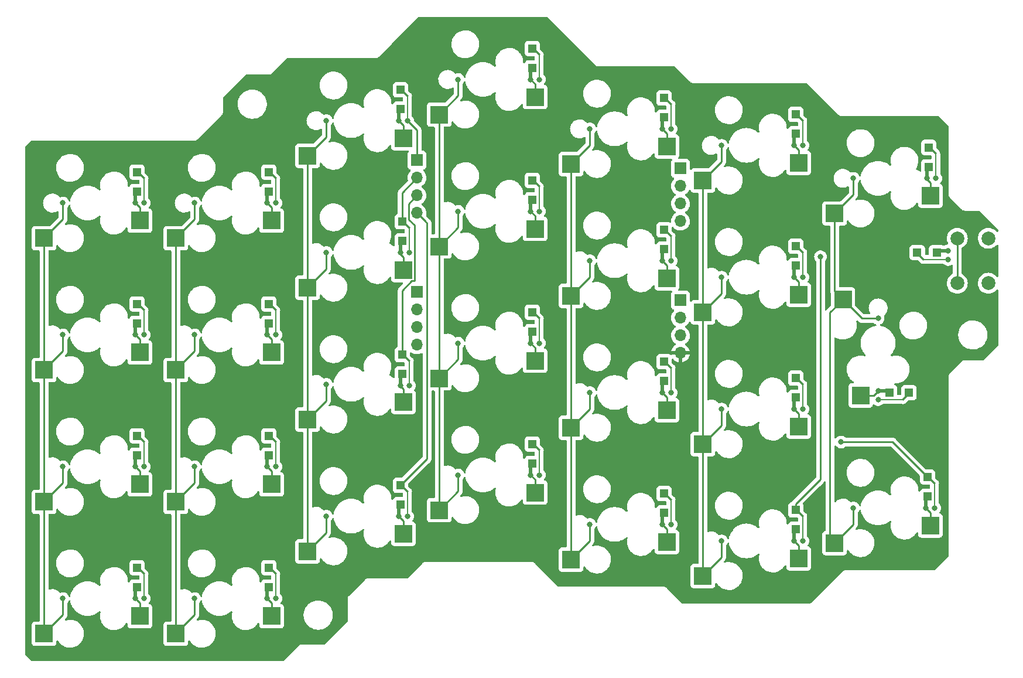
<source format=gbr>
%TF.GenerationSoftware,KiCad,Pcbnew,6.0.4*%
%TF.CreationDate,2022-05-08T18:53:29+02:00*%
%TF.ProjectId,mykeeb,6d796b65-6562-42e6-9b69-6361645f7063,rev?*%
%TF.SameCoordinates,Original*%
%TF.FileFunction,Copper,L2,Bot*%
%TF.FilePolarity,Positive*%
%FSLAX46Y46*%
G04 Gerber Fmt 4.6, Leading zero omitted, Abs format (unit mm)*
G04 Created by KiCad (PCBNEW 6.0.4) date 2022-05-08 18:53:29*
%MOMM*%
%LPD*%
G01*
G04 APERTURE LIST*
G04 Aperture macros list*
%AMRotRect*
0 Rectangle, with rotation*
0 The origin of the aperture is its center*
0 $1 length*
0 $2 width*
0 $3 Rotation angle, in degrees counterclockwise*
0 Add horizontal line*
21,1,$1,$2,0,0,$3*%
G04 Aperture macros list end*
%TA.AperFunction,SMDPad,CuDef*%
%ADD10R,2.550000X2.500000*%
%TD*%
%TA.AperFunction,SMDPad,CuDef*%
%ADD11R,1.200000X1.200000*%
%TD*%
%TA.AperFunction,SMDPad,CuDef*%
%ADD12R,0.504000X1.704000*%
%TD*%
%TA.AperFunction,ComponentPad*%
%ADD13C,0.800000*%
%TD*%
%TA.AperFunction,SMDPad,CuDef*%
%ADD14RotRect,0.254000X1.587000X45.000000*%
%TD*%
%TA.AperFunction,SMDPad,CuDef*%
%ADD15R,0.252000X3.646000*%
%TD*%
%TA.AperFunction,SMDPad,CuDef*%
%ADD16R,1.704000X0.504000*%
%TD*%
%TA.AperFunction,SMDPad,CuDef*%
%ADD17R,3.646000X0.252000*%
%TD*%
%TA.AperFunction,SMDPad,CuDef*%
%ADD18RotRect,0.254000X1.587000X315.000000*%
%TD*%
%TA.AperFunction,ComponentPad*%
%ADD19C,2.000000*%
%TD*%
%TA.AperFunction,SMDPad,CuDef*%
%ADD20R,2.500000X2.550000*%
%TD*%
%TA.AperFunction,ComponentPad*%
%ADD21R,1.700000X1.700000*%
%TD*%
%TA.AperFunction,ComponentPad*%
%ADD22O,1.700000X1.700000*%
%TD*%
%TA.AperFunction,ViaPad*%
%ADD23C,0.800000*%
%TD*%
%TA.AperFunction,Conductor*%
%ADD24C,0.250000*%
%TD*%
G04 APERTURE END LIST*
D10*
%TO.P,K26,1*%
%TO.N,col6b*%
X135394375Y-96758125D03*
%TO.P,K26,2*%
%TO.N,Net-(D26-Pad1)*%
X149244375Y-94218125D03*
%TD*%
D11*
%TO.P,D33,1,K*%
%TO.N,Net-(D33-Pad1)*%
X91678125Y-85253625D03*
D12*
X91424125Y-85899625D03*
D13*
X91424125Y-86915625D03*
D14*
%TO.P,D33,2,A*%
%TO.N,row3b*%
X92172365Y-82847832D03*
D15*
X92694125Y-85137625D03*
D13*
X92694125Y-86915625D03*
D11*
X91678125Y-82453625D03*
%TD*%
D10*
%TO.P,K14,1*%
%TO.N,col4b*%
X97294375Y-61039375D03*
%TO.P,K14,2*%
%TO.N,Net-(D14-Pad1)*%
X111144375Y-58499375D03*
%TD*%
%TO.P,K12,1*%
%TO.N,col2b*%
X59194375Y-59848750D03*
%TO.P,K12,2*%
%TO.N,Net-(D12-Pad1)*%
X73044375Y-57308750D03*
%TD*%
D13*
%TO.P,D32,1,K*%
%TO.N,Net-(D32-Pad1)*%
X72374125Y-92868750D03*
D11*
X72628125Y-91206750D03*
D12*
X72374125Y-91852750D03*
D11*
%TO.P,D32,2,A*%
%TO.N,row3b*%
X72628125Y-88406750D03*
D14*
X73122365Y-88800957D03*
D13*
X73644125Y-92868750D03*
D15*
X73644125Y-91090750D03*
%TD*%
D10*
%TO.P,K22,1*%
%TO.N,col2b*%
X59194375Y-78898750D03*
%TO.P,K22,2*%
%TO.N,Net-(D22-Pad1)*%
X73044375Y-76358750D03*
%TD*%
D12*
%TO.P,D10,1,K*%
%TO.N,Net-(D10-Pad1)*%
X34274125Y-65659000D03*
D13*
X34274125Y-66675000D03*
D11*
X34528125Y-65013000D03*
%TO.P,D10,2,A*%
%TO.N,row1b*%
X34528125Y-62213000D03*
D15*
X35544125Y-64897000D03*
D14*
X35022365Y-62607207D03*
D13*
X35544125Y-66675000D03*
%TD*%
D11*
%TO.P,D2,1,K*%
%TO.N,Net-(D2-Pad1)*%
X72628125Y-34056750D03*
D13*
X72374125Y-35718750D03*
D12*
X72374125Y-34702750D03*
D11*
%TO.P,D2,2,A*%
%TO.N,row0b*%
X72628125Y-31256750D03*
D14*
X73122365Y-31650957D03*
D13*
X73644125Y-35718750D03*
D15*
X73644125Y-33940750D03*
%TD*%
D10*
%TO.P,K30,1*%
%TO.N,col0b*%
X21094375Y-109855000D03*
%TO.P,K30,2*%
%TO.N,Net-(D30-Pad1)*%
X34944375Y-107315000D03*
%TD*%
D13*
%TO.P,D14,1,K*%
%TO.N,Net-(D14-Pad1)*%
X110474125Y-55959375D03*
D12*
X110474125Y-54943375D03*
D11*
X110728125Y-54297375D03*
D15*
%TO.P,D14,2,A*%
%TO.N,row1b*%
X111744125Y-54181375D03*
D14*
X111222365Y-51891582D03*
D13*
X111744125Y-55959375D03*
D11*
X110728125Y-51497375D03*
%TD*%
%TO.P,D5,1,K*%
%TO.N,Net-(D5-Pad1)*%
X129778125Y-37628625D03*
D12*
X129524125Y-38274625D03*
D13*
X129524125Y-39290625D03*
%TO.P,D5,2,A*%
%TO.N,row0b*%
X130794125Y-39290625D03*
D14*
X130272365Y-35222832D03*
D11*
X129778125Y-34828625D03*
D15*
X130794125Y-37512625D03*
%TD*%
D12*
%TO.P,D15,1,K*%
%TO.N,Net-(D15-Pad1)*%
X129524125Y-57324625D03*
D11*
X129778125Y-56678625D03*
D13*
X129524125Y-58340625D03*
D14*
%TO.P,D15,2,A*%
%TO.N,row1b*%
X130272365Y-54272832D03*
D13*
X130794125Y-58340625D03*
D11*
X129778125Y-53878625D03*
D15*
X130794125Y-56562625D03*
%TD*%
D16*
%TO.P,D36,1,K*%
%TO.N,Net-(D36-Pad1)*%
X150790712Y-54524755D03*
D11*
X150144712Y-54778755D03*
D13*
X151804712Y-54514755D03*
D11*
%TO.P,D36,2,A*%
%TO.N,row3b*%
X147344712Y-54778755D03*
D13*
X151804712Y-55784755D03*
D14*
X147738919Y-55272995D03*
D17*
X150028712Y-55794755D03*
%TD*%
D13*
%TO.P,D11,1,K*%
%TO.N,Net-(D11-Pad1)*%
X53324125Y-66675000D03*
D12*
X53324125Y-65659000D03*
D11*
X53578125Y-65013000D03*
D15*
%TO.P,D11,2,A*%
%TO.N,row1b*%
X54594125Y-64897000D03*
D14*
X54072365Y-62607207D03*
D11*
X53578125Y-62213000D03*
D13*
X54594125Y-66675000D03*
%TD*%
D10*
%TO.P,K31,1*%
%TO.N,col1b*%
X40144375Y-109855000D03*
%TO.P,K31,2*%
%TO.N,Net-(D31-Pad1)*%
X53994375Y-107315000D03*
%TD*%
D16*
%TO.P,D16,1,K*%
%TO.N,Net-(D16-Pad1)*%
X142700375Y-74755375D03*
D13*
X141684375Y-74755375D03*
D11*
X143346375Y-75009375D03*
D13*
%TO.P,D16,2,A*%
%TO.N,row1b*%
X141684375Y-76025375D03*
D11*
X146146375Y-75009375D03*
D18*
X145752168Y-75503615D03*
D17*
X143462375Y-76025375D03*
%TD*%
D10*
%TO.P,K20,1*%
%TO.N,col0b*%
X21094375Y-90805000D03*
%TO.P,K20,2*%
%TO.N,Net-(D20-Pad1)*%
X34944375Y-88265000D03*
%TD*%
D12*
%TO.P,D30,1,K*%
%TO.N,Net-(D30-Pad1)*%
X34274125Y-103759000D03*
D11*
X34528125Y-103113000D03*
D13*
X34274125Y-104775000D03*
D14*
%TO.P,D30,2,A*%
%TO.N,row3b*%
X35022365Y-100707207D03*
D11*
X34528125Y-100313000D03*
D13*
X35544125Y-104775000D03*
D15*
X35544125Y-102997000D03*
%TD*%
D11*
%TO.P,D25,1,K*%
%TO.N,Net-(D25-Pad1)*%
X129778125Y-75728625D03*
D13*
X129524125Y-77390625D03*
D12*
X129524125Y-76374625D03*
D14*
%TO.P,D25,2,A*%
%TO.N,row2b*%
X130272365Y-73322832D03*
D15*
X130794125Y-75612625D03*
D11*
X129778125Y-72928625D03*
D13*
X130794125Y-77390625D03*
%TD*%
%TO.P,D0,1,K*%
%TO.N,Net-(D0-Pad1)*%
X34274125Y-47625000D03*
D12*
X34274125Y-46609000D03*
D11*
X34528125Y-45963000D03*
%TO.P,D0,2,A*%
%TO.N,row0b*%
X34528125Y-43163000D03*
D13*
X35544125Y-47625000D03*
D15*
X35544125Y-45847000D03*
D14*
X35022365Y-43557207D03*
%TD*%
D19*
%TO.P,SW36,1,1*%
%TO.N,Net-(D36-Pad1)*%
X157626590Y-59209381D03*
X157626590Y-52709381D03*
%TO.P,SW36,2,2*%
%TO.N,col6b*%
X153126590Y-59209381D03*
X153126590Y-52709381D03*
%TD*%
D13*
%TO.P,D4,1,K*%
%TO.N,Net-(D4-Pad1)*%
X110474125Y-36909375D03*
D12*
X110474125Y-35893375D03*
D11*
X110728125Y-35247375D03*
D14*
%TO.P,D4,2,A*%
%TO.N,row0b*%
X111222365Y-32841582D03*
D11*
X110728125Y-32447375D03*
D15*
X111744125Y-35131375D03*
D13*
X111744125Y-36909375D03*
%TD*%
D10*
%TO.P,K11,1*%
%TO.N,col1b*%
X40144375Y-71755000D03*
%TO.P,K11,2*%
%TO.N,Net-(D11-Pad1)*%
X53994375Y-69215000D03*
%TD*%
%TO.P,K4,1*%
%TO.N,col4b*%
X97294375Y-41989375D03*
%TO.P,K4,2*%
%TO.N,Net-(D4-Pad1)*%
X111144375Y-39449375D03*
%TD*%
D12*
%TO.P,D31,1,K*%
%TO.N,Net-(D31-Pad1)*%
X53324125Y-103759000D03*
D13*
X53324125Y-104775000D03*
D11*
X53578125Y-103113000D03*
D15*
%TO.P,D31,2,A*%
%TO.N,row3b*%
X54594125Y-102997000D03*
D13*
X54594125Y-104775000D03*
D14*
X54072365Y-100707207D03*
D11*
X53578125Y-100313000D03*
%TD*%
D10*
%TO.P,K10,1*%
%TO.N,col0b*%
X21094375Y-71755000D03*
%TO.P,K10,2*%
%TO.N,Net-(D10-Pad1)*%
X34944375Y-69215000D03*
%TD*%
D12*
%TO.P,D3,1,K*%
%TO.N,Net-(D3-Pad1)*%
X91424125Y-28749625D03*
D13*
X91424125Y-29765625D03*
D11*
X91678125Y-28103625D03*
D14*
%TO.P,D3,2,A*%
%TO.N,row0b*%
X92172365Y-25697832D03*
D15*
X92694125Y-27987625D03*
D13*
X92694125Y-29765625D03*
D11*
X91678125Y-25303625D03*
%TD*%
D12*
%TO.P,D13,1,K*%
%TO.N,Net-(D13-Pad1)*%
X91424125Y-47799625D03*
D11*
X91678125Y-47153625D03*
D13*
X91424125Y-48815625D03*
D11*
%TO.P,D13,2,A*%
%TO.N,row1b*%
X91678125Y-44353625D03*
D15*
X92694125Y-47037625D03*
D14*
X92172365Y-44747832D03*
D13*
X92694125Y-48815625D03*
%TD*%
D11*
%TO.P,D20,1,K*%
%TO.N,Net-(D20-Pad1)*%
X34528125Y-84063000D03*
D12*
X34274125Y-84709000D03*
D13*
X34274125Y-85725000D03*
%TO.P,D20,2,A*%
%TO.N,row2b*%
X35544125Y-85725000D03*
D15*
X35544125Y-83947000D03*
D11*
X34528125Y-81263000D03*
D14*
X35022365Y-81657207D03*
%TD*%
D10*
%TO.P,K3,1*%
%TO.N,col3b*%
X78244375Y-34845625D03*
%TO.P,K3,2*%
%TO.N,Net-(D3-Pad1)*%
X92094375Y-32305625D03*
%TD*%
D12*
%TO.P,D23,1,K*%
%TO.N,Net-(D23-Pad1)*%
X91424125Y-66849625D03*
D11*
X91678125Y-66203625D03*
D13*
X91424125Y-67865625D03*
%TO.P,D23,2,A*%
%TO.N,row2b*%
X92694125Y-67865625D03*
D15*
X92694125Y-66087625D03*
D11*
X91678125Y-63403625D03*
D14*
X92172365Y-63797832D03*
%TD*%
D20*
%TO.P,K16,1*%
%TO.N,col6b*%
X136604375Y-61575625D03*
%TO.P,K16,2*%
%TO.N,Net-(D16-Pad1)*%
X139144375Y-75425625D03*
%TD*%
D10*
%TO.P,K35,1*%
%TO.N,col5b*%
X116344375Y-101520625D03*
%TO.P,K35,2*%
%TO.N,Net-(D35-Pad1)*%
X130194375Y-98980625D03*
%TD*%
%TO.P,K2,1*%
%TO.N,col2b*%
X59194375Y-40798750D03*
%TO.P,K2,2*%
%TO.N,Net-(D2-Pad1)*%
X73044375Y-38258750D03*
%TD*%
%TO.P,K32,1*%
%TO.N,col2b*%
X59194375Y-97948750D03*
%TO.P,K32,2*%
%TO.N,Net-(D32-Pad1)*%
X73044375Y-95408750D03*
%TD*%
%TO.P,K5,1*%
%TO.N,col5b*%
X116344375Y-44370625D03*
%TO.P,K5,2*%
%TO.N,Net-(D5-Pad1)*%
X130194375Y-41830625D03*
%TD*%
%TO.P,K6,1*%
%TO.N,col6b*%
X135394375Y-49133125D03*
%TO.P,K6,2*%
%TO.N,Net-(D6-Pad1)*%
X149244375Y-46593125D03*
%TD*%
%TO.P,K13,1*%
%TO.N,col3b*%
X78244375Y-53895625D03*
%TO.P,K13,2*%
%TO.N,Net-(D13-Pad1)*%
X92094375Y-51355625D03*
%TD*%
%TO.P,K1,1*%
%TO.N,col1b*%
X40144375Y-52705000D03*
%TO.P,K1,2*%
%TO.N,Net-(D1-Pad1)*%
X53994375Y-50165000D03*
%TD*%
D11*
%TO.P,D21,1,K*%
%TO.N,Net-(D21-Pad1)*%
X53578125Y-84063000D03*
D13*
X53324125Y-85725000D03*
D12*
X53324125Y-84709000D03*
D11*
%TO.P,D21,2,A*%
%TO.N,row2b*%
X53578125Y-81263000D03*
D13*
X54594125Y-85725000D03*
D15*
X54594125Y-83947000D03*
D14*
X54072365Y-81657207D03*
%TD*%
D10*
%TO.P,K25,1*%
%TO.N,col5b*%
X116344375Y-82470625D03*
%TO.P,K25,2*%
%TO.N,Net-(D25-Pad1)*%
X130194375Y-79930625D03*
%TD*%
D21*
%TO.P,J2,1,Pin_1*%
%TO.N,col0b*%
X75009454Y-60483799D03*
D22*
%TO.P,J2,2,Pin_2*%
%TO.N,col1b*%
X75009454Y-63023799D03*
%TO.P,J2,3,Pin_3*%
%TO.N,col2b*%
X75009454Y-65563799D03*
%TO.P,J2,4,Pin_4*%
%TO.N,col3b*%
X75009454Y-68103799D03*
D21*
%TO.P,J2,5,Pin_5*%
%TO.N,col4b*%
X113109454Y-61674424D03*
D22*
%TO.P,J2,6,Pin_6*%
%TO.N,col5b*%
X113109454Y-64214424D03*
%TO.P,J2,7,Pin_7*%
%TO.N,col6b*%
X113109454Y-66754424D03*
%TO.P,J2,8,Pin_8*%
%TO.N,GND*%
X113109454Y-69294424D03*
D21*
%TO.P,J2,9,Pin_9*%
%TO.N,row0b*%
X75009454Y-41433799D03*
D22*
%TO.P,J2,10,Pin_10*%
%TO.N,row1b*%
X75009454Y-43973799D03*
%TO.P,J2,11,Pin_11*%
%TO.N,row2b*%
X75009454Y-46513799D03*
%TO.P,J2,12,Pin_12*%
%TO.N,row3b*%
X75009454Y-49053799D03*
D21*
%TO.P,J2,13,Pin_13*%
%TO.N,unconnected-(J2-Pad13)*%
X113109454Y-42624424D03*
D22*
%TO.P,J2,14,Pin_14*%
%TO.N,unconnected-(J2-Pad14)*%
X113109454Y-45164424D03*
%TO.P,J2,15,Pin_15*%
%TO.N,unconnected-(J2-Pad15)*%
X113109454Y-47704424D03*
%TO.P,J2,16,Pin_16*%
%TO.N,unconnected-(J2-Pad16)*%
X113109454Y-50244424D03*
%TD*%
D11*
%TO.P,D1,1,K*%
%TO.N,Net-(D1-Pad1)*%
X53578125Y-45963000D03*
D12*
X53324125Y-46609000D03*
D13*
X53324125Y-47625000D03*
D15*
%TO.P,D1,2,A*%
%TO.N,row0b*%
X54594125Y-45847000D03*
D14*
X54072365Y-43557207D03*
D13*
X54594125Y-47625000D03*
D11*
X53578125Y-43163000D03*
%TD*%
D10*
%TO.P,K33,1*%
%TO.N,col3b*%
X78244375Y-91995625D03*
%TO.P,K33,2*%
%TO.N,Net-(D33-Pad1)*%
X92094375Y-89455625D03*
%TD*%
D12*
%TO.P,D24,1,K*%
%TO.N,Net-(D24-Pad1)*%
X110474125Y-73993375D03*
D13*
X110474125Y-75009375D03*
D11*
X110728125Y-73347375D03*
D14*
%TO.P,D24,2,A*%
%TO.N,row2b*%
X111222365Y-70941582D03*
D15*
X111744125Y-73231375D03*
D11*
X110728125Y-70547375D03*
D13*
X111744125Y-75009375D03*
%TD*%
%TO.P,D26,1,K*%
%TO.N,Net-(D26-Pad1)*%
X148574125Y-91678125D03*
D12*
X148574125Y-90662125D03*
D11*
X148828125Y-90016125D03*
D14*
%TO.P,D26,2,A*%
%TO.N,row2b*%
X149322365Y-87610332D03*
D13*
X149844125Y-91678125D03*
D15*
X149844125Y-89900125D03*
D11*
X148828125Y-87216125D03*
%TD*%
D13*
%TO.P,D35,1,K*%
%TO.N,Net-(D35-Pad1)*%
X129524125Y-96440625D03*
D12*
X129524125Y-95424625D03*
D11*
X129778125Y-94778625D03*
D13*
%TO.P,D35,2,A*%
%TO.N,row3b*%
X130794125Y-96440625D03*
D11*
X129778125Y-91978625D03*
D14*
X130272365Y-92372832D03*
D15*
X130794125Y-94662625D03*
%TD*%
D10*
%TO.P,K21,1*%
%TO.N,col1b*%
X40144375Y-90805000D03*
%TO.P,K21,2*%
%TO.N,Net-(D21-Pad1)*%
X53994375Y-88265000D03*
%TD*%
D11*
%TO.P,D12,1,K*%
%TO.N,Net-(D12-Pad1)*%
X72882125Y-53106750D03*
D13*
X72628125Y-54768750D03*
D12*
X72628125Y-53752750D03*
D11*
%TO.P,D12,2,A*%
%TO.N,row1b*%
X72882125Y-50306750D03*
D13*
X73898125Y-54768750D03*
D14*
X73376365Y-50700957D03*
D15*
X73898125Y-52990750D03*
%TD*%
D10*
%TO.P,K0,1*%
%TO.N,col0b*%
X21094375Y-52705000D03*
%TO.P,K0,2*%
%TO.N,Net-(D0-Pad1)*%
X34944375Y-50165000D03*
%TD*%
%TO.P,K34,1*%
%TO.N,col4b*%
X97294375Y-99139375D03*
%TO.P,K34,2*%
%TO.N,Net-(D34-Pad1)*%
X111144375Y-96599375D03*
%TD*%
D13*
%TO.P,D34,1,K*%
%TO.N,Net-(D34-Pad1)*%
X110474125Y-94059375D03*
D11*
X110728125Y-92397375D03*
D12*
X110474125Y-93043375D03*
D11*
%TO.P,D34,2,A*%
%TO.N,row3b*%
X110728125Y-89597375D03*
D14*
X111222365Y-89991582D03*
D15*
X111744125Y-92281375D03*
D13*
X111744125Y-94059375D03*
%TD*%
D11*
%TO.P,D22,1,K*%
%TO.N,Net-(D22-Pad1)*%
X72882125Y-72331375D03*
D13*
X72628125Y-73993375D03*
D12*
X72628125Y-72977375D03*
D13*
%TO.P,D22,2,A*%
%TO.N,row2b*%
X73898125Y-73993375D03*
D11*
X72882125Y-69531375D03*
D14*
X73376365Y-69925582D03*
D15*
X73898125Y-72215375D03*
%TD*%
D10*
%TO.P,K24,1*%
%TO.N,col4b*%
X97294375Y-80089375D03*
%TO.P,K24,2*%
%TO.N,Net-(D24-Pad1)*%
X111144375Y-77549375D03*
%TD*%
%TO.P,K23,1*%
%TO.N,col3b*%
X78244375Y-72945625D03*
%TO.P,K23,2*%
%TO.N,Net-(D23-Pad1)*%
X92094375Y-70405625D03*
%TD*%
D12*
%TO.P,D6,1,K*%
%TO.N,Net-(D6-Pad1)*%
X148748750Y-43037125D03*
D13*
X148748750Y-44053125D03*
D11*
X149002750Y-42391125D03*
D14*
%TO.P,D6,2,A*%
%TO.N,row0b*%
X149496990Y-39985332D03*
D15*
X150018750Y-42275125D03*
D11*
X149002750Y-39591125D03*
D13*
X150018750Y-44053125D03*
%TD*%
D10*
%TO.P,K15,1*%
%TO.N,col5b*%
X116344375Y-63420625D03*
%TO.P,K15,2*%
%TO.N,Net-(D15-Pad1)*%
X130194375Y-60880625D03*
%TD*%
D23*
%TO.N,row2b*%
X136326574Y-82153153D03*
%TO.N,row3b*%
X133350112Y-55364109D03*
%TO.N,col6b*%
X138112500Y-44053125D03*
X141684375Y-64293750D03*
X138112500Y-91678125D03*
%TO.N,col5b*%
X119062500Y-39290625D03*
X119062500Y-58340625D03*
X119062500Y-77390625D03*
X119062500Y-96440625D03*
%TO.N,col4b*%
X100012500Y-75009375D03*
X100012500Y-36909375D03*
X100012500Y-94059375D03*
X100012500Y-55959375D03*
%TO.N,col3b*%
X80962500Y-67865625D03*
X80962500Y-48815625D03*
X80962500Y-86915625D03*
X80962500Y-29765625D03*
%TO.N,col0b*%
X23812500Y-66675000D03*
X23812500Y-104775000D03*
X23812500Y-85725000D03*
X23812500Y-47625000D03*
%TO.N,col2b*%
X61912500Y-92868750D03*
X61912500Y-35718750D03*
X61912500Y-54768750D03*
X61912500Y-73818750D03*
%TO.N,col1b*%
X42862500Y-47625000D03*
X42862500Y-85725000D03*
X42862500Y-66675000D03*
X42862500Y-104775000D03*
%TO.N,GND*%
X93464141Y-58340674D03*
X48220353Y-91082889D03*
X66675056Y-45839101D03*
X86320385Y-73223499D03*
X55959422Y-95250080D03*
X85725072Y-53578170D03*
X103584462Y-46434414D03*
X94059454Y-39290658D03*
X113109470Y-75009438D03*
X36909406Y-95250080D03*
X105370401Y-70246934D03*
X60721926Y-65484430D03*
X36909406Y-57150048D03*
X144065746Y-86320385D03*
X55959422Y-76200064D03*
X132159486Y-86915698D03*
X132159486Y-67865682D03*
X132159486Y-48815666D03*
X55959422Y-57150048D03*
X113109470Y-55959422D03*
X94059454Y-77390690D03*
X65484430Y-83343820D03*
X71437560Y-66079743D03*
%TD*%
D24*
%TO.N,Net-(D0-Pad1)*%
X34944375Y-50165000D02*
X34944375Y-48295250D01*
X34944375Y-48295250D02*
X34274125Y-47625000D01*
%TO.N,Net-(D1-Pad1)*%
X53994375Y-50165000D02*
X53994375Y-48295250D01*
X53994375Y-48295250D02*
X53324125Y-47625000D01*
%TO.N,Net-(D2-Pad1)*%
X73044375Y-38258750D02*
X73044375Y-36389000D01*
X73044375Y-36389000D02*
X72374125Y-35718750D01*
%TO.N,Net-(D3-Pad1)*%
X92094375Y-32305625D02*
X92094375Y-30435875D01*
X92094375Y-30435875D02*
X91424125Y-29765625D01*
%TO.N,Net-(D4-Pad1)*%
X111144375Y-39449375D02*
X111144375Y-37579625D01*
X111144375Y-37579625D02*
X110474125Y-36909375D01*
%TO.N,Net-(D5-Pad1)*%
X130194375Y-41830625D02*
X130194375Y-39960875D01*
X130194375Y-39960875D02*
X129524125Y-39290625D01*
%TO.N,Net-(D6-Pad1)*%
X149244375Y-44723375D02*
X148574125Y-44053125D01*
X149244375Y-46593125D02*
X149244375Y-44723375D01*
%TO.N,Net-(D31-Pad1)*%
X53994375Y-107315000D02*
X53994375Y-105445250D01*
X53994375Y-105445250D02*
X53324125Y-104775000D01*
%TO.N,Net-(D10-Pad1)*%
X34944375Y-69215000D02*
X34944375Y-67345250D01*
X34944375Y-67345250D02*
X34274125Y-66675000D01*
%TO.N,Net-(D11-Pad1)*%
X53994375Y-69215000D02*
X53994375Y-67345250D01*
X53994375Y-67345250D02*
X53324125Y-66675000D01*
%TO.N,Net-(D12-Pad1)*%
X73044375Y-55439000D02*
X72374125Y-54768750D01*
X73044375Y-57308750D02*
X73044375Y-55439000D01*
%TO.N,Net-(D13-Pad1)*%
X92094375Y-51355625D02*
X92094375Y-49485875D01*
X92094375Y-49485875D02*
X91424125Y-48815625D01*
%TO.N,Net-(D14-Pad1)*%
X111144375Y-56629625D02*
X110474125Y-55959375D01*
X111144375Y-58499375D02*
X111144375Y-56629625D01*
%TO.N,Net-(D15-Pad1)*%
X130194375Y-60880625D02*
X130194375Y-59010875D01*
X130194375Y-59010875D02*
X129524125Y-58340625D01*
%TO.N,Net-(D16-Pad1)*%
X141014125Y-75425625D02*
X141684375Y-74755375D01*
X139144375Y-75425625D02*
X141014125Y-75425625D01*
%TO.N,Net-(D20-Pad1)*%
X34944375Y-88265000D02*
X34944375Y-86395250D01*
X34944375Y-86395250D02*
X34274125Y-85725000D01*
%TO.N,Net-(D21-Pad1)*%
X53994375Y-86395250D02*
X53324125Y-85725000D01*
X53994375Y-88265000D02*
X53994375Y-86395250D01*
%TO.N,Net-(D22-Pad1)*%
X73044375Y-76358750D02*
X73044375Y-74489000D01*
X73044375Y-74489000D02*
X72374125Y-73818750D01*
%TO.N,Net-(D23-Pad1)*%
X92094375Y-70405625D02*
X92094375Y-68535875D01*
X92094375Y-68535875D02*
X91424125Y-67865625D01*
%TO.N,Net-(D24-Pad1)*%
X111144375Y-77549375D02*
X111144375Y-75679625D01*
X111144375Y-75679625D02*
X110474125Y-75009375D01*
%TO.N,Net-(D25-Pad1)*%
X130194375Y-79930625D02*
X130194375Y-78060875D01*
X130194375Y-78060875D02*
X129524125Y-77390625D01*
%TO.N,Net-(D30-Pad1)*%
X34944375Y-105445250D02*
X34274125Y-104775000D01*
X34944375Y-107315000D02*
X34944375Y-105445250D01*
%TO.N,Net-(D32-Pad1)*%
X73044375Y-95408750D02*
X73044375Y-93539000D01*
X73044375Y-93539000D02*
X72374125Y-92868750D01*
%TO.N,Net-(D33-Pad1)*%
X92094375Y-87585875D02*
X91424125Y-86915625D01*
X92094375Y-89455625D02*
X92094375Y-87585875D01*
%TO.N,Net-(D34-Pad1)*%
X111144375Y-96599375D02*
X111144375Y-94729625D01*
X111144375Y-94729625D02*
X110474125Y-94059375D01*
%TO.N,Net-(D35-Pad1)*%
X130194375Y-97110875D02*
X129524125Y-96440625D01*
X130194375Y-98980625D02*
X130194375Y-97110875D01*
%TO.N,Net-(D26-Pad1)*%
X149244375Y-94218125D02*
X149244375Y-92348375D01*
X149244375Y-92348375D02*
X148574125Y-91678125D01*
%TO.N,row0b*%
X73644125Y-35718750D02*
X75009335Y-37083960D01*
X75009335Y-37083960D02*
X75009335Y-41443747D01*
%TO.N,row1b*%
X72882125Y-46110957D02*
X75009335Y-43983747D01*
X72882125Y-50306750D02*
X72882125Y-46110957D01*
%TO.N,row2b*%
X143908000Y-82296000D02*
X143765153Y-82153153D01*
X148828125Y-87216125D02*
X143908000Y-82296000D01*
X73818709Y-47714373D02*
X75009335Y-46523747D01*
X72882125Y-69531375D02*
X72882125Y-60271951D01*
X74643886Y-50831428D02*
X73818709Y-50006251D01*
X74270815Y-58883261D02*
X74643886Y-58883261D01*
X72882125Y-60271951D02*
X74270815Y-58883261D01*
X74643886Y-58883261D02*
X74643886Y-50831428D01*
X143765153Y-82153153D02*
X136326574Y-82153153D01*
X73818709Y-50006251D02*
X73818709Y-47714373D01*
%TO.N,row3b*%
X129778125Y-91082998D02*
X132754799Y-88106324D01*
X72628125Y-88406750D02*
X76183846Y-84851029D01*
X76183846Y-50238258D02*
X75009335Y-49063747D01*
X76454000Y-84580875D02*
X76454000Y-50508412D01*
X132754799Y-88106324D02*
X133350112Y-87511011D01*
X76454000Y-50508412D02*
X76183846Y-50238258D01*
X76183846Y-84851029D02*
X76454000Y-84580875D01*
X129778125Y-91978625D02*
X129778125Y-91082998D01*
X133350112Y-87511011D02*
X133350112Y-55364109D01*
%TO.N,col6b*%
X153126590Y-52709381D02*
X153126590Y-59209381D01*
X138112500Y-91678125D02*
X138112500Y-94040000D01*
X136604375Y-61575625D02*
X134729854Y-63450146D01*
X138112500Y-46415000D02*
X135394375Y-49133125D01*
X134729854Y-80916146D02*
X134729854Y-96093604D01*
X135394375Y-60365625D02*
X136604375Y-61575625D01*
X134729854Y-96093604D02*
X135394375Y-96758125D01*
X134729854Y-63450146D02*
X134729854Y-80916146D01*
X138112500Y-44053125D02*
X138112500Y-46415000D01*
X141684375Y-64293750D02*
X139322500Y-64293750D01*
X139322500Y-64293750D02*
X136604375Y-61575625D01*
X138112500Y-94040000D02*
X135394375Y-96758125D01*
X135394375Y-49133125D02*
X135394375Y-60365625D01*
%TO.N,col5b*%
X119062500Y-96440625D02*
X119062500Y-98802500D01*
X119062500Y-41652500D02*
X116344375Y-44370625D01*
X116328954Y-101505204D02*
X116344375Y-101520625D01*
X116328954Y-63405204D02*
X116344375Y-63420625D01*
X119062500Y-98802500D02*
X116344375Y-101520625D01*
X119062500Y-58340625D02*
X119062500Y-60702500D01*
X116344375Y-63420625D02*
X116328954Y-63436046D01*
X119062500Y-77390625D02*
X119062500Y-79752500D01*
X116328954Y-82455204D02*
X116344375Y-82470625D01*
X119062500Y-39290625D02*
X119062500Y-41652500D01*
X116344375Y-82470625D02*
X116328954Y-82486046D01*
X119062500Y-79752500D02*
X116344375Y-82470625D01*
X116328954Y-63436046D02*
X116328954Y-82455204D01*
X116344375Y-44370625D02*
X116328954Y-44386046D01*
X119062500Y-60702500D02*
X116344375Y-63420625D01*
X116328954Y-44386046D02*
X116328954Y-63405204D01*
X116328954Y-82486046D02*
X116328954Y-101505204D01*
%TO.N,col4b*%
X100012500Y-39271250D02*
X97294375Y-41989375D01*
X97278954Y-61054796D02*
X97278954Y-80073954D01*
X97294375Y-80089375D02*
X97278954Y-80104796D01*
X100012500Y-96421250D02*
X97294375Y-99139375D01*
X100012500Y-55959375D02*
X100012500Y-58321250D01*
X97294375Y-41989375D02*
X97278954Y-42004796D01*
X100012500Y-36909375D02*
X100012500Y-39271250D01*
X97278954Y-80104796D02*
X97278954Y-99123954D01*
X100012500Y-77371250D02*
X97294375Y-80089375D01*
X97278954Y-99123954D02*
X97294375Y-99139375D01*
X97278954Y-42004796D02*
X97278954Y-61023954D01*
X97294375Y-61039375D02*
X97278954Y-61054796D01*
X100012500Y-58321250D02*
X97294375Y-61039375D01*
X100012500Y-94059375D02*
X100012500Y-96421250D01*
X97278954Y-80073954D02*
X97294375Y-80089375D01*
X97278954Y-61023954D02*
X97294375Y-61039375D01*
X100012500Y-75009375D02*
X100012500Y-77371250D01*
%TO.N,col3b*%
X78228954Y-34861046D02*
X78228954Y-53880204D01*
X78228954Y-72961046D02*
X78228954Y-91980204D01*
X78244375Y-34845625D02*
X78228954Y-34861046D01*
X80962500Y-32127500D02*
X78244375Y-34845625D01*
X78244375Y-72945625D02*
X78228954Y-72961046D01*
X78244375Y-53895625D02*
X78228954Y-53911046D01*
X80962500Y-48815625D02*
X80962500Y-51177500D01*
X80962500Y-67865625D02*
X80962500Y-70227500D01*
X78228954Y-91980204D02*
X78244375Y-91995625D01*
X80962500Y-86915625D02*
X80962500Y-89277500D01*
X78228954Y-53880204D02*
X78244375Y-53895625D01*
X80962500Y-70227500D02*
X78244375Y-72945625D01*
X78228954Y-72930204D02*
X78244375Y-72945625D01*
X78228954Y-53911046D02*
X78228954Y-72930204D01*
X80962500Y-29765625D02*
X80962500Y-32127500D01*
X80962500Y-89277500D02*
X78244375Y-91995625D01*
X80962500Y-51177500D02*
X78244375Y-53895625D01*
%TO.N,col0b*%
X23812500Y-88086875D02*
X21094375Y-90805000D01*
X21078954Y-90820421D02*
X21078954Y-109839579D01*
X23812500Y-66675000D02*
X23812500Y-69036875D01*
X21094375Y-90805000D02*
X21078954Y-90820421D01*
X21078954Y-71739579D02*
X21094375Y-71755000D01*
X21078954Y-109839579D02*
X21094375Y-109855000D01*
X23812500Y-49986875D02*
X21094375Y-52705000D01*
X21094375Y-71755000D02*
X21078954Y-71770421D01*
X21078954Y-52720421D02*
X21078954Y-71739579D01*
X23812500Y-104775000D02*
X23812500Y-107136875D01*
X21078954Y-90789579D02*
X21094375Y-90805000D01*
X23812500Y-107136875D02*
X21094375Y-109855000D01*
X21078954Y-71770421D02*
X21078954Y-90789579D01*
X23812500Y-47625000D02*
X23812500Y-49986875D01*
X21094375Y-52705000D02*
X21078954Y-52720421D01*
X23812500Y-85725000D02*
X23812500Y-88086875D01*
X23812500Y-69036875D02*
X21094375Y-71755000D01*
%TO.N,col2b*%
X61912500Y-95230625D02*
X59194375Y-97948750D01*
X61912500Y-57130625D02*
X59194375Y-59848750D01*
X59178954Y-59864171D02*
X59178954Y-78883329D01*
X59178954Y-59833329D02*
X59194375Y-59848750D01*
X61912500Y-92868750D02*
X61912500Y-95230625D01*
X61912500Y-76180625D02*
X59194375Y-78898750D01*
X61912500Y-73818750D02*
X61912500Y-76180625D01*
X59194375Y-59848750D02*
X59178954Y-59864171D01*
X59194375Y-78898750D02*
X59178954Y-78914171D01*
X59178954Y-97933329D02*
X59194375Y-97948750D01*
X59178954Y-78883329D02*
X59194375Y-78898750D01*
X59178954Y-78914171D02*
X59178954Y-97933329D01*
X59194375Y-40798750D02*
X59178954Y-40814171D01*
X61912500Y-38080625D02*
X59194375Y-40798750D01*
X61912500Y-54768750D02*
X61912500Y-57130625D01*
X59178954Y-40814171D02*
X59178954Y-59833329D01*
X61912500Y-35718750D02*
X61912500Y-38080625D01*
%TO.N,col1b*%
X42862500Y-49986875D02*
X40144375Y-52705000D01*
X42862500Y-107136875D02*
X40144375Y-109855000D01*
X40128954Y-71770421D02*
X40128954Y-90789579D01*
X42862500Y-104775000D02*
X42862500Y-107136875D01*
X40128954Y-109839579D02*
X40144375Y-109855000D01*
X40128954Y-90789579D02*
X40144375Y-90805000D01*
X42862500Y-66675000D02*
X42862500Y-69036875D01*
X42862500Y-85725000D02*
X42862500Y-88086875D01*
X40144375Y-90805000D02*
X40128954Y-90820421D01*
X40128954Y-90820421D02*
X40128954Y-109839579D01*
X42862500Y-47625000D02*
X42862500Y-49986875D01*
X40128954Y-52720421D02*
X40128954Y-71739579D01*
X40144375Y-71755000D02*
X40128954Y-71770421D01*
X40144375Y-52705000D02*
X40128954Y-52720421D01*
X40128954Y-71739579D02*
X40144375Y-71755000D01*
X42862500Y-88086875D02*
X40144375Y-90805000D01*
X42862500Y-69036875D02*
X40144375Y-71755000D01*
%TD*%
%TA.AperFunction,Conductor*%
%TO.N,GND*%
G36*
X93864655Y-20769103D02*
G01*
X93885629Y-20786006D01*
X100793284Y-27693661D01*
X100800904Y-27703198D01*
X100801273Y-27702884D01*
X100807092Y-27709722D01*
X100811882Y-27717314D01*
X100818610Y-27723256D01*
X100852225Y-27752944D01*
X100857912Y-27758290D01*
X100869362Y-27769740D01*
X100877459Y-27775808D01*
X100877732Y-27776013D01*
X100885575Y-27782398D01*
X100921056Y-27813734D01*
X100929173Y-27817545D01*
X100931633Y-27819161D01*
X100946629Y-27828172D01*
X100949223Y-27829592D01*
X100956403Y-27834973D01*
X101000756Y-27851600D01*
X101010039Y-27855512D01*
X101052905Y-27875637D01*
X101061771Y-27877018D01*
X101064575Y-27877875D01*
X101081539Y-27882325D01*
X101084386Y-27882951D01*
X101092792Y-27886102D01*
X101140000Y-27889610D01*
X101150037Y-27890762D01*
X101156185Y-27891719D01*
X101158680Y-27892108D01*
X101158682Y-27892108D01*
X101163491Y-27892857D01*
X101179018Y-27892857D01*
X101188356Y-27893204D01*
X101229094Y-27896232D01*
X101229097Y-27896232D01*
X101238048Y-27896897D01*
X101246828Y-27895023D01*
X101255093Y-27894459D01*
X101270270Y-27892857D01*
X103500087Y-27892865D01*
X112251339Y-27892897D01*
X112319460Y-27912899D01*
X112340434Y-27929802D01*
X114485586Y-30074954D01*
X114493209Y-30084494D01*
X114493577Y-30084180D01*
X114499395Y-30091016D01*
X114504185Y-30098608D01*
X114510913Y-30104550D01*
X114544534Y-30134243D01*
X114550221Y-30139589D01*
X114561664Y-30151032D01*
X114566965Y-30155005D01*
X114570039Y-30157309D01*
X114577868Y-30163683D01*
X114613360Y-30195028D01*
X114621483Y-30198842D01*
X114623971Y-30200476D01*
X114638932Y-30209464D01*
X114641517Y-30210879D01*
X114648704Y-30216266D01*
X114689391Y-30231519D01*
X114693051Y-30232891D01*
X114702367Y-30236817D01*
X114745209Y-30256931D01*
X114754078Y-30258312D01*
X114756911Y-30259178D01*
X114773798Y-30263608D01*
X114776683Y-30264242D01*
X114785093Y-30267395D01*
X114814251Y-30269562D01*
X114832315Y-30270904D01*
X114842361Y-30272058D01*
X114850984Y-30273401D01*
X114850987Y-30273401D01*
X114855795Y-30274150D01*
X114871315Y-30274150D01*
X114880652Y-30274496D01*
X114930350Y-30278189D01*
X114939129Y-30276315D01*
X114947387Y-30275752D01*
X114962570Y-30274150D01*
X131301356Y-30274150D01*
X131369477Y-30294152D01*
X131390451Y-30311054D01*
X134616265Y-33536839D01*
X135866598Y-34787161D01*
X135916855Y-34837418D01*
X135924474Y-34846954D01*
X135924843Y-34846640D01*
X135930660Y-34853475D01*
X135935452Y-34861070D01*
X135975800Y-34896704D01*
X135981487Y-34902050D01*
X135992934Y-34913497D01*
X136000726Y-34919337D01*
X136001304Y-34919770D01*
X136009143Y-34926153D01*
X136044627Y-34957490D01*
X136052755Y-34961306D01*
X136055210Y-34962919D01*
X136070218Y-34971937D01*
X136072788Y-34973344D01*
X136079975Y-34978730D01*
X136124321Y-34995354D01*
X136133620Y-34999273D01*
X136176476Y-35019394D01*
X136185346Y-35020775D01*
X136188162Y-35021636D01*
X136205093Y-35026078D01*
X136207965Y-35026710D01*
X136216364Y-35029858D01*
X136225310Y-35030523D01*
X136225311Y-35030523D01*
X136236020Y-35031319D01*
X136263582Y-35033367D01*
X136273626Y-35034521D01*
X136282255Y-35035865D01*
X136282261Y-35035865D01*
X136287062Y-35036613D01*
X136302586Y-35036613D01*
X136311924Y-35036959D01*
X136352669Y-35039987D01*
X136352670Y-35039987D01*
X136361620Y-35040652D01*
X136370399Y-35038778D01*
X136378682Y-35038213D01*
X136393836Y-35036613D01*
X139227715Y-35036621D01*
X150351371Y-35036653D01*
X150419492Y-35056655D01*
X150440466Y-35073558D01*
X151854723Y-36487815D01*
X151888749Y-36550127D01*
X151891628Y-36576910D01*
X151891628Y-46363342D01*
X151890273Y-46375472D01*
X151890755Y-46375511D01*
X151890035Y-46384458D01*
X151888054Y-46393214D01*
X151888610Y-46402174D01*
X151891386Y-46446922D01*
X151891628Y-46454724D01*
X151891628Y-46470927D01*
X151892264Y-46475367D01*
X151893112Y-46481292D01*
X151894141Y-46491342D01*
X151895826Y-46518489D01*
X151897073Y-46538591D01*
X151900122Y-46547037D01*
X151900721Y-46549928D01*
X151904950Y-46566894D01*
X151905776Y-46569719D01*
X151907048Y-46578601D01*
X151926650Y-46621712D01*
X151930455Y-46631061D01*
X151946532Y-46675595D01*
X151951827Y-46682843D01*
X151953208Y-46685441D01*
X151962043Y-46700559D01*
X151963622Y-46703028D01*
X151967336Y-46711196D01*
X151973192Y-46717992D01*
X151998243Y-46747066D01*
X152004529Y-46754983D01*
X152009676Y-46762029D01*
X152009681Y-46762034D01*
X152012553Y-46765966D01*
X152023528Y-46776941D01*
X152029886Y-46783789D01*
X152055885Y-46813962D01*
X152062415Y-46821541D01*
X152069950Y-46826425D01*
X152076194Y-46831872D01*
X152088059Y-46841472D01*
X153776244Y-48529657D01*
X153783867Y-48539197D01*
X153784235Y-48538883D01*
X153790053Y-48545719D01*
X153794843Y-48553311D01*
X153801571Y-48559253D01*
X153835192Y-48588946D01*
X153840879Y-48594292D01*
X153852322Y-48605735D01*
X153859847Y-48611375D01*
X153860697Y-48612012D01*
X153868526Y-48618386D01*
X153904018Y-48649731D01*
X153912141Y-48653545D01*
X153914629Y-48655179D01*
X153929590Y-48664167D01*
X153932176Y-48665583D01*
X153939362Y-48670969D01*
X153983717Y-48687597D01*
X153993015Y-48691515D01*
X154035867Y-48711634D01*
X154044733Y-48713015D01*
X154047534Y-48713871D01*
X154064471Y-48718315D01*
X154067351Y-48718948D01*
X154075751Y-48722097D01*
X154084696Y-48722762D01*
X154084697Y-48722762D01*
X154122956Y-48725605D01*
X154133004Y-48726759D01*
X154137655Y-48727483D01*
X154146453Y-48728853D01*
X154161990Y-48728853D01*
X154171328Y-48729200D01*
X154212057Y-48732227D01*
X154212058Y-48732227D01*
X154221008Y-48732892D01*
X154229783Y-48731019D01*
X154238040Y-48730456D01*
X154253229Y-48728853D01*
X156304494Y-48728853D01*
X156372615Y-48748855D01*
X156393590Y-48765758D01*
X157496821Y-49869028D01*
X158998379Y-51370638D01*
X159032403Y-51432951D01*
X159035282Y-51459731D01*
X159035284Y-51694468D01*
X159015283Y-51762589D01*
X158961627Y-51809082D01*
X158891353Y-51819187D01*
X158826772Y-51789694D01*
X158813473Y-51776300D01*
X158699767Y-51643168D01*
X158696559Y-51639412D01*
X158690895Y-51634574D01*
X158646852Y-51596958D01*
X158516006Y-51485205D01*
X158511798Y-51482626D01*
X158511792Y-51482622D01*
X158317773Y-51363727D01*
X158313553Y-51361141D01*
X158308983Y-51359248D01*
X158308979Y-51359246D01*
X158098757Y-51272170D01*
X158098755Y-51272169D01*
X158094184Y-51270276D01*
X157993738Y-51246161D01*
X157868114Y-51216001D01*
X157868108Y-51216000D01*
X157863301Y-51214846D01*
X157626590Y-51196216D01*
X157389879Y-51214846D01*
X157385072Y-51216000D01*
X157385066Y-51216001D01*
X157259442Y-51246161D01*
X157158996Y-51270276D01*
X157154425Y-51272169D01*
X157154423Y-51272170D01*
X156944201Y-51359246D01*
X156944197Y-51359248D01*
X156939627Y-51361141D01*
X156935407Y-51363727D01*
X156741388Y-51482622D01*
X156741382Y-51482626D01*
X156737174Y-51485205D01*
X156606328Y-51596958D01*
X156562286Y-51634574D01*
X156556621Y-51639412D01*
X156402414Y-51819965D01*
X156399835Y-51824173D01*
X156399831Y-51824179D01*
X156308040Y-51973969D01*
X156278350Y-52022418D01*
X156276457Y-52026988D01*
X156276455Y-52026992D01*
X156215770Y-52173500D01*
X156187485Y-52241787D01*
X156175903Y-52290028D01*
X156134609Y-52462033D01*
X156132055Y-52472670D01*
X156113425Y-52709381D01*
X156132055Y-52946092D01*
X156133209Y-52950899D01*
X156133210Y-52950905D01*
X156157041Y-53050167D01*
X156187485Y-53176975D01*
X156189378Y-53181546D01*
X156189379Y-53181548D01*
X156265005Y-53364125D01*
X156278350Y-53396344D01*
X156280936Y-53400564D01*
X156399831Y-53594583D01*
X156399835Y-53594589D01*
X156402414Y-53598797D01*
X156556621Y-53779350D01*
X156737174Y-53933557D01*
X156741382Y-53936136D01*
X156741388Y-53936140D01*
X156880045Y-54021109D01*
X156939627Y-54057621D01*
X156944197Y-54059514D01*
X156944201Y-54059516D01*
X157154423Y-54146592D01*
X157158996Y-54148486D01*
X157210900Y-54160947D01*
X157385066Y-54202761D01*
X157385072Y-54202762D01*
X157389879Y-54203916D01*
X157626590Y-54222546D01*
X157863301Y-54203916D01*
X157868108Y-54202762D01*
X157868114Y-54202761D01*
X158042280Y-54160947D01*
X158094184Y-54148486D01*
X158098757Y-54146592D01*
X158308979Y-54059516D01*
X158308983Y-54059514D01*
X158313553Y-54057621D01*
X158373135Y-54021109D01*
X158511792Y-53936140D01*
X158511798Y-53936136D01*
X158516006Y-53933557D01*
X158696559Y-53779350D01*
X158721280Y-53750406D01*
X158813485Y-53642448D01*
X158872936Y-53603639D01*
X158943931Y-53603133D01*
X159003929Y-53641089D01*
X159033882Y-53705458D01*
X159035296Y-53724276D01*
X159035306Y-55305694D01*
X159035323Y-58194514D01*
X159015321Y-58262635D01*
X158961666Y-58309128D01*
X158891392Y-58319233D01*
X158826811Y-58289740D01*
X158813512Y-58276346D01*
X158699767Y-58143168D01*
X158696559Y-58139412D01*
X158516006Y-57985205D01*
X158511798Y-57982626D01*
X158511792Y-57982622D01*
X158317773Y-57863727D01*
X158313553Y-57861141D01*
X158308983Y-57859248D01*
X158308979Y-57859246D01*
X158098757Y-57772170D01*
X158098755Y-57772169D01*
X158094184Y-57770276D01*
X157989485Y-57745140D01*
X157868114Y-57716001D01*
X157868108Y-57716000D01*
X157863301Y-57714846D01*
X157626590Y-57696216D01*
X157389879Y-57714846D01*
X157385072Y-57716000D01*
X157385066Y-57716001D01*
X157263695Y-57745140D01*
X157158996Y-57770276D01*
X157154425Y-57772169D01*
X157154423Y-57772170D01*
X156944201Y-57859246D01*
X156944197Y-57859248D01*
X156939627Y-57861141D01*
X156935407Y-57863727D01*
X156741388Y-57982622D01*
X156741382Y-57982626D01*
X156737174Y-57985205D01*
X156556621Y-58139412D01*
X156402414Y-58319965D01*
X156399835Y-58324173D01*
X156399831Y-58324179D01*
X156291157Y-58501519D01*
X156278350Y-58522418D01*
X156276457Y-58526988D01*
X156276455Y-58526992D01*
X156195321Y-58722868D01*
X156187485Y-58741787D01*
X156170328Y-58813250D01*
X156133625Y-58966131D01*
X156132055Y-58972670D01*
X156113425Y-59209381D01*
X156132055Y-59446092D01*
X156133209Y-59450899D01*
X156133210Y-59450905D01*
X156149207Y-59517536D01*
X156187485Y-59676975D01*
X156189378Y-59681546D01*
X156189379Y-59681548D01*
X156276075Y-59890851D01*
X156278350Y-59896344D01*
X156280936Y-59900564D01*
X156399831Y-60094583D01*
X156399835Y-60094589D01*
X156402414Y-60098797D01*
X156487461Y-60198374D01*
X156542372Y-60262666D01*
X156556621Y-60279350D01*
X156737174Y-60433557D01*
X156741382Y-60436136D01*
X156741388Y-60436140D01*
X156930924Y-60552288D01*
X156939627Y-60557621D01*
X156944197Y-60559514D01*
X156944201Y-60559516D01*
X157154423Y-60646592D01*
X157158996Y-60648486D01*
X157183680Y-60654412D01*
X157385066Y-60702761D01*
X157385072Y-60702762D01*
X157389879Y-60703916D01*
X157626590Y-60722546D01*
X157863301Y-60703916D01*
X157868108Y-60702762D01*
X157868114Y-60702761D01*
X158069500Y-60654412D01*
X158094184Y-60648486D01*
X158098757Y-60646592D01*
X158308979Y-60559516D01*
X158308983Y-60559514D01*
X158313553Y-60557621D01*
X158322256Y-60552288D01*
X158511792Y-60436140D01*
X158511798Y-60436136D01*
X158516006Y-60433557D01*
X158696559Y-60279350D01*
X158700463Y-60274779D01*
X158813524Y-60142402D01*
X158872975Y-60103593D01*
X158943969Y-60103087D01*
X159003968Y-60141043D01*
X159033921Y-60205412D01*
X159035335Y-60224230D01*
X159035383Y-68166548D01*
X159035383Y-68198178D01*
X159015381Y-68266299D01*
X158998478Y-68287274D01*
X156988910Y-70296842D01*
X156926598Y-70330868D01*
X156899815Y-70333747D01*
X154257037Y-70333747D01*
X154244908Y-70332392D01*
X154244869Y-70332874D01*
X154235918Y-70332154D01*
X154227164Y-70330173D01*
X154173456Y-70333505D01*
X154165654Y-70333747D01*
X154149451Y-70333747D01*
X154140535Y-70335024D01*
X154139086Y-70335231D01*
X154129036Y-70336260D01*
X154091179Y-70338609D01*
X154081787Y-70339192D01*
X154073343Y-70342240D01*
X154070456Y-70342838D01*
X154053474Y-70347073D01*
X154050668Y-70347894D01*
X154041777Y-70349167D01*
X153998672Y-70368766D01*
X153989313Y-70372575D01*
X153953229Y-70385602D01*
X153953224Y-70385605D01*
X153944783Y-70388652D01*
X153937535Y-70393947D01*
X153934930Y-70395332D01*
X153919841Y-70404148D01*
X153917350Y-70405741D01*
X153909182Y-70409455D01*
X153873309Y-70440365D01*
X153865409Y-70446637D01*
X153854411Y-70454672D01*
X153843436Y-70465647D01*
X153836588Y-70472005D01*
X153805640Y-70498671D01*
X153805636Y-70498676D01*
X153798837Y-70504534D01*
X153793955Y-70512066D01*
X153788502Y-70518317D01*
X153778910Y-70530173D01*
X152934649Y-71374435D01*
X152090721Y-72218363D01*
X152081181Y-72225986D01*
X152081495Y-72226354D01*
X152074659Y-72232172D01*
X152067067Y-72236962D01*
X152061125Y-72243690D01*
X152031432Y-72277311D01*
X152026086Y-72282998D01*
X152014643Y-72294441D01*
X152011362Y-72298819D01*
X152008366Y-72302816D01*
X152001992Y-72310645D01*
X151970647Y-72346137D01*
X151966833Y-72354260D01*
X151965199Y-72356748D01*
X151956211Y-72371709D01*
X151954796Y-72374294D01*
X151949409Y-72381481D01*
X151932843Y-72425671D01*
X151932784Y-72425828D01*
X151928858Y-72435144D01*
X151908744Y-72477986D01*
X151907363Y-72486855D01*
X151906497Y-72489688D01*
X151902067Y-72506575D01*
X151901433Y-72509460D01*
X151898280Y-72517870D01*
X151897238Y-72531897D01*
X151894771Y-72565092D01*
X151893617Y-72575138D01*
X151891525Y-72588572D01*
X151891525Y-72604092D01*
X151891179Y-72613429D01*
X151887486Y-72663127D01*
X151889360Y-72671906D01*
X151889923Y-72680164D01*
X151891525Y-72695347D01*
X151891525Y-98559100D01*
X151871523Y-98627221D01*
X151854620Y-98648195D01*
X149845051Y-100657764D01*
X149782739Y-100691790D01*
X149755956Y-100694669D01*
X136992959Y-100694669D01*
X136980829Y-100693314D01*
X136980790Y-100693796D01*
X136971843Y-100693076D01*
X136963087Y-100691095D01*
X136919550Y-100693796D01*
X136909379Y-100694427D01*
X136901577Y-100694669D01*
X136885374Y-100694669D01*
X136876458Y-100695946D01*
X136875009Y-100696153D01*
X136864959Y-100697182D01*
X136827102Y-100699531D01*
X136817710Y-100700114D01*
X136809264Y-100703163D01*
X136806373Y-100703762D01*
X136789407Y-100707991D01*
X136786582Y-100708817D01*
X136777700Y-100710089D01*
X136734589Y-100729691D01*
X136725240Y-100733496D01*
X136680706Y-100749573D01*
X136673458Y-100754868D01*
X136670860Y-100756249D01*
X136655742Y-100765084D01*
X136653273Y-100766663D01*
X136645105Y-100770377D01*
X136622418Y-100789925D01*
X136609235Y-100801284D01*
X136601318Y-100807570D01*
X136594272Y-100812717D01*
X136594267Y-100812722D01*
X136590335Y-100815594D01*
X136579360Y-100826569D01*
X136572512Y-100832927D01*
X136557699Y-100845691D01*
X136534760Y-100865456D01*
X136529876Y-100872991D01*
X136524429Y-100879235D01*
X136514829Y-100891100D01*
X131985661Y-105420268D01*
X131923349Y-105454294D01*
X131896566Y-105457173D01*
X113372184Y-105457173D01*
X113304063Y-105437171D01*
X113283089Y-105420268D01*
X111137938Y-103275117D01*
X111130315Y-103265577D01*
X111129947Y-103265891D01*
X111124129Y-103259055D01*
X111119339Y-103251463D01*
X111078990Y-103215828D01*
X111073303Y-103210482D01*
X111061860Y-103199039D01*
X111053485Y-103192762D01*
X111045656Y-103186388D01*
X111010164Y-103155043D01*
X111002041Y-103151229D01*
X110999553Y-103149595D01*
X110984592Y-103140607D01*
X110982007Y-103139192D01*
X110974820Y-103133805D01*
X110930472Y-103117180D01*
X110921155Y-103113253D01*
X110886441Y-103096955D01*
X110878315Y-103093140D01*
X110869446Y-103091759D01*
X110866613Y-103090893D01*
X110849726Y-103086463D01*
X110846841Y-103085829D01*
X110838431Y-103082676D01*
X110809273Y-103080509D01*
X110791209Y-103079167D01*
X110781163Y-103078013D01*
X110772540Y-103076670D01*
X110772537Y-103076670D01*
X110767729Y-103075921D01*
X110752209Y-103075921D01*
X110742872Y-103075575D01*
X110725969Y-103074319D01*
X110693174Y-103071882D01*
X110684395Y-103073756D01*
X110676137Y-103074319D01*
X110660954Y-103075921D01*
X95512795Y-103075921D01*
X95444674Y-103055919D01*
X95423700Y-103039016D01*
X92822192Y-100437509D01*
X95510875Y-100437509D01*
X95517630Y-100499691D01*
X95568760Y-100636080D01*
X95656114Y-100752636D01*
X95772670Y-100839990D01*
X95909059Y-100891120D01*
X95971241Y-100897875D01*
X98617509Y-100897875D01*
X98679691Y-100891120D01*
X98816080Y-100839990D01*
X98932636Y-100752636D01*
X99019990Y-100636080D01*
X99071120Y-100499691D01*
X99077875Y-100437509D01*
X99077875Y-100227831D01*
X99097877Y-100159710D01*
X99151533Y-100113217D01*
X99221807Y-100103113D01*
X99286387Y-100132607D01*
X99308334Y-100157373D01*
X99315613Y-100168165D01*
X99457790Y-100378951D01*
X99460735Y-100382222D01*
X99460736Y-100382223D01*
X99502807Y-100428947D01*
X99645746Y-100587697D01*
X99649108Y-100590518D01*
X99649109Y-100590519D01*
X99674514Y-100611836D01*
X99860925Y-100768254D01*
X100099139Y-100917106D01*
X100275043Y-100995424D01*
X100351265Y-101029360D01*
X100355750Y-101031357D01*
X100625765Y-101108782D01*
X100630115Y-101109393D01*
X100630118Y-101109394D01*
X100733065Y-101123862D01*
X100903927Y-101147875D01*
X101114521Y-101147875D01*
X101116707Y-101147722D01*
X101116711Y-101147722D01*
X101320202Y-101133493D01*
X101320207Y-101133492D01*
X101324587Y-101133186D01*
X101599345Y-101074784D01*
X101603474Y-101073281D01*
X101603478Y-101073280D01*
X101859156Y-100980221D01*
X101859160Y-100980219D01*
X101863301Y-100978712D01*
X102111317Y-100846839D01*
X102128157Y-100834604D01*
X102335004Y-100684322D01*
X102335007Y-100684319D01*
X102338567Y-100681733D01*
X102389002Y-100633029D01*
X102495564Y-100530123D01*
X102540627Y-100486606D01*
X102713563Y-100265257D01*
X102715759Y-100261453D01*
X102715764Y-100261446D01*
X102838481Y-100048893D01*
X102854011Y-100021994D01*
X102959237Y-99761551D01*
X102967981Y-99726481D01*
X103026128Y-99493268D01*
X103026129Y-99493263D01*
X103027192Y-99488999D01*
X103027661Y-99484542D01*
X103056094Y-99214011D01*
X103056094Y-99214008D01*
X103056553Y-99209642D01*
X103056400Y-99205248D01*
X103046904Y-98933314D01*
X103046903Y-98933308D01*
X103046750Y-98928917D01*
X103044253Y-98914752D01*
X103011348Y-98728144D01*
X102997973Y-98652288D01*
X102911172Y-98385140D01*
X102908125Y-98378891D01*
X102842263Y-98243856D01*
X102788035Y-98132673D01*
X102785580Y-98129034D01*
X102785577Y-98129028D01*
X102709937Y-98016887D01*
X102630960Y-97899799D01*
X102625822Y-97894092D01*
X102465853Y-97716429D01*
X102443004Y-97691053D01*
X102436873Y-97685908D01*
X102312436Y-97581493D01*
X102227825Y-97510496D01*
X101989611Y-97361644D01*
X101786235Y-97271095D01*
X101737014Y-97249180D01*
X101737012Y-97249179D01*
X101733000Y-97247393D01*
X101512458Y-97184154D01*
X101467212Y-97171180D01*
X101467211Y-97171180D01*
X101462985Y-97169968D01*
X101458635Y-97169357D01*
X101458632Y-97169356D01*
X101355685Y-97154888D01*
X101184823Y-97130875D01*
X100974229Y-97130875D01*
X100972043Y-97131028D01*
X100972039Y-97131028D01*
X100768548Y-97145257D01*
X100768543Y-97145258D01*
X100764163Y-97145564D01*
X100489405Y-97203966D01*
X100451618Y-97217719D01*
X100380767Y-97222221D01*
X100318727Y-97187702D01*
X100285198Y-97125122D01*
X100290825Y-97054349D01*
X100319432Y-97010222D01*
X100404747Y-96924907D01*
X100413037Y-96917363D01*
X100419518Y-96913250D01*
X100466159Y-96863582D01*
X100468913Y-96860741D01*
X100488634Y-96841020D01*
X100491112Y-96837825D01*
X100498818Y-96828803D01*
X100523658Y-96802351D01*
X100529086Y-96796571D01*
X100538846Y-96778818D01*
X100549699Y-96762295D01*
X100552226Y-96759037D01*
X100562113Y-96746291D01*
X100579676Y-96705707D01*
X100584883Y-96695077D01*
X100606195Y-96656310D01*
X100608166Y-96648633D01*
X100608168Y-96648628D01*
X100611232Y-96636692D01*
X100617638Y-96617980D01*
X100622533Y-96606669D01*
X100625681Y-96599395D01*
X100626921Y-96591567D01*
X100626923Y-96591560D01*
X100632599Y-96555726D01*
X100635005Y-96544106D01*
X100644028Y-96508961D01*
X100644028Y-96508960D01*
X100646000Y-96501280D01*
X100646000Y-96481026D01*
X100647551Y-96461315D01*
X100649480Y-96449136D01*
X100650720Y-96441307D01*
X100646559Y-96397288D01*
X100646000Y-96385431D01*
X100646000Y-94761899D01*
X100666002Y-94693778D01*
X100678358Y-94677596D01*
X100751540Y-94596319D01*
X100837430Y-94447553D01*
X100843723Y-94436654D01*
X100843724Y-94436653D01*
X100847027Y-94430931D01*
X100861487Y-94386428D01*
X100901561Y-94327822D01*
X100966957Y-94300185D01*
X101036914Y-94312292D01*
X101089220Y-94360298D01*
X101106326Y-94409572D01*
X101121439Y-94529205D01*
X101199745Y-94834188D01*
X101315659Y-95126952D01*
X101317561Y-95130411D01*
X101317562Y-95130414D01*
X101464564Y-95397809D01*
X101467351Y-95402879D01*
X101562250Y-95533497D01*
X101644865Y-95647206D01*
X101652430Y-95657619D01*
X101867977Y-95887153D01*
X102110593Y-96087862D01*
X102240412Y-96170248D01*
X102358176Y-96244983D01*
X102376451Y-96256581D01*
X102380030Y-96258265D01*
X102380037Y-96258269D01*
X102657769Y-96388959D01*
X102657773Y-96388961D01*
X102661359Y-96390648D01*
X102960823Y-96487950D01*
X103270121Y-96546952D01*
X103351375Y-96552064D01*
X103503733Y-96561650D01*
X103503749Y-96561651D01*
X103505728Y-96561775D01*
X103663022Y-96561775D01*
X103665001Y-96561651D01*
X103665017Y-96561650D01*
X103817375Y-96552064D01*
X103898629Y-96546952D01*
X104207927Y-96487950D01*
X104507391Y-96390648D01*
X104510977Y-96388961D01*
X104510981Y-96388959D01*
X104788713Y-96258269D01*
X104788720Y-96258265D01*
X104792299Y-96256581D01*
X104810575Y-96244983D01*
X104928338Y-96170248D01*
X105058157Y-96087862D01*
X105258962Y-95921742D01*
X105324199Y-95893732D01*
X105394224Y-95905439D01*
X105446804Y-95953146D01*
X105465244Y-96021706D01*
X105461534Y-96049309D01*
X105412747Y-96244983D01*
X105411558Y-96249751D01*
X105411099Y-96254119D01*
X105411098Y-96254124D01*
X105385955Y-96493351D01*
X105382197Y-96529108D01*
X105382350Y-96533496D01*
X105382350Y-96533502D01*
X105391739Y-96802351D01*
X105392000Y-96809833D01*
X105392762Y-96814156D01*
X105392763Y-96814163D01*
X105417354Y-96953622D01*
X105440777Y-97086462D01*
X105527578Y-97353610D01*
X105529506Y-97357563D01*
X105529508Y-97357568D01*
X105578241Y-97457485D01*
X105650715Y-97606077D01*
X105653170Y-97609716D01*
X105653173Y-97609722D01*
X105714869Y-97701189D01*
X105807790Y-97838951D01*
X105810735Y-97842222D01*
X105810736Y-97842223D01*
X105855708Y-97892169D01*
X105995746Y-98047697D01*
X105999108Y-98050518D01*
X105999109Y-98050519D01*
X106005950Y-98056259D01*
X106210925Y-98228254D01*
X106449139Y-98377106D01*
X106620394Y-98453354D01*
X106697997Y-98487905D01*
X106705750Y-98491357D01*
X106709978Y-98492569D01*
X106709977Y-98492569D01*
X106968536Y-98566709D01*
X106975765Y-98568782D01*
X106980115Y-98569393D01*
X106980118Y-98569394D01*
X107034239Y-98577000D01*
X107253927Y-98607875D01*
X107464521Y-98607875D01*
X107466707Y-98607722D01*
X107466711Y-98607722D01*
X107670202Y-98593493D01*
X107670207Y-98593492D01*
X107674587Y-98593186D01*
X107949345Y-98534784D01*
X107953474Y-98533281D01*
X107953478Y-98533280D01*
X108209156Y-98440221D01*
X108209160Y-98440219D01*
X108213301Y-98438712D01*
X108461317Y-98306839D01*
X108466612Y-98302992D01*
X108685004Y-98144322D01*
X108685007Y-98144319D01*
X108688567Y-98141733D01*
X108693857Y-98136625D01*
X108834328Y-98000973D01*
X108890627Y-97946606D01*
X109063563Y-97725257D01*
X109065759Y-97721453D01*
X109065764Y-97721446D01*
X109125756Y-97617536D01*
X109177139Y-97568543D01*
X109246852Y-97555107D01*
X109312763Y-97581493D01*
X109353945Y-97639326D01*
X109360875Y-97680536D01*
X109360875Y-97897509D01*
X109367630Y-97959691D01*
X109418760Y-98096080D01*
X109506114Y-98212636D01*
X109622670Y-98299990D01*
X109759059Y-98351120D01*
X109821241Y-98357875D01*
X112467509Y-98357875D01*
X112529691Y-98351120D01*
X112666080Y-98299990D01*
X112782636Y-98212636D01*
X112869990Y-98096080D01*
X112921120Y-97959691D01*
X112927875Y-97897509D01*
X112927875Y-95301241D01*
X112921120Y-95239059D01*
X112869990Y-95102670D01*
X112782636Y-94986114D01*
X112666080Y-94898760D01*
X112529691Y-94847630D01*
X112521835Y-94846777D01*
X112514153Y-94844950D01*
X112514723Y-94842553D01*
X112460405Y-94819977D01*
X112419984Y-94761611D01*
X112417534Y-94690657D01*
X112445947Y-94637654D01*
X112483165Y-94596319D01*
X112569055Y-94447553D01*
X112575348Y-94436654D01*
X112575349Y-94436653D01*
X112578652Y-94430931D01*
X112637667Y-94249303D01*
X112638989Y-94236730D01*
X112656939Y-94065940D01*
X112657629Y-94059375D01*
X112650319Y-93989822D01*
X112638357Y-93876010D01*
X112638357Y-93876008D01*
X112637667Y-93869447D01*
X112578652Y-93687819D01*
X112572337Y-93676880D01*
X112533080Y-93608886D01*
X112483165Y-93522431D01*
X112453419Y-93489394D01*
X112410989Y-93442271D01*
X112380271Y-93378264D01*
X112378625Y-93357961D01*
X112378625Y-90530217D01*
X112379898Y-90512355D01*
X112385712Y-90471758D01*
X112386985Y-90462869D01*
X112376341Y-90388543D01*
X112375809Y-90384317D01*
X112372723Y-90355908D01*
X112372722Y-90355905D01*
X112371870Y-90348059D01*
X112370034Y-90343161D01*
X112369255Y-90339063D01*
X112367609Y-90327570D01*
X112367609Y-90327569D01*
X112366336Y-90318683D01*
X112336885Y-90253908D01*
X112333609Y-90245997D01*
X112323893Y-90220078D01*
X112323890Y-90220072D01*
X112320740Y-90211670D01*
X112315357Y-90204488D01*
X112312047Y-90198442D01*
X112310098Y-90194544D01*
X112309319Y-90193279D01*
X112306049Y-90186087D01*
X112266856Y-90137341D01*
X112264439Y-90134924D01*
X112262169Y-90132394D01*
X112262324Y-90132255D01*
X112254200Y-90122886D01*
X112238767Y-90102294D01*
X112233386Y-90095114D01*
X112205614Y-90074300D01*
X112192084Y-90062569D01*
X111873530Y-89744015D01*
X111839504Y-89681703D01*
X111836625Y-89654920D01*
X111836625Y-88949241D01*
X111829870Y-88887059D01*
X111778740Y-88750670D01*
X111691386Y-88634114D01*
X111574830Y-88546760D01*
X111438441Y-88495630D01*
X111382565Y-88489560D01*
X111379656Y-88489244D01*
X111376259Y-88488875D01*
X110079991Y-88488875D01*
X110076594Y-88489244D01*
X110073685Y-88489560D01*
X110017809Y-88495630D01*
X109881420Y-88546760D01*
X109764864Y-88634114D01*
X109677510Y-88750670D01*
X109626380Y-88887059D01*
X109619625Y-88949241D01*
X109619625Y-90245509D01*
X109626380Y-90307691D01*
X109677510Y-90444080D01*
X109764864Y-90560636D01*
X109881420Y-90647990D01*
X110017809Y-90699120D01*
X110079991Y-90705875D01*
X110983625Y-90705875D01*
X111051746Y-90725877D01*
X111098239Y-90779533D01*
X111109625Y-90831875D01*
X111109625Y-91162875D01*
X111089623Y-91230996D01*
X111035967Y-91277489D01*
X110983625Y-91288875D01*
X110079991Y-91288875D01*
X110017809Y-91295630D01*
X109881420Y-91346760D01*
X109764864Y-91434114D01*
X109677510Y-91550670D01*
X109674358Y-91559079D01*
X109674357Y-91559080D01*
X109650246Y-91623396D01*
X109607605Y-91680161D01*
X109541043Y-91704861D01*
X109471694Y-91689654D01*
X109421576Y-91639368D01*
X109406341Y-91583564D01*
X109396904Y-91313314D01*
X109396903Y-91313308D01*
X109396750Y-91308917D01*
X109394897Y-91298404D01*
X109361328Y-91108029D01*
X109347973Y-91032288D01*
X109261172Y-90765140D01*
X109258125Y-90758891D01*
X109201840Y-90643491D01*
X109138035Y-90512673D01*
X109135580Y-90509034D01*
X109135577Y-90509028D01*
X109049169Y-90380924D01*
X108980960Y-90279799D01*
X108957659Y-90253920D01*
X108835538Y-90118292D01*
X108793004Y-90071053D01*
X108738843Y-90025606D01*
X108687024Y-89982125D01*
X108577825Y-89890496D01*
X108384190Y-89769500D01*
X108343335Y-89743971D01*
X108339611Y-89741644D01*
X108128197Y-89647516D01*
X108087014Y-89629180D01*
X108087012Y-89629179D01*
X108083000Y-89627393D01*
X107876798Y-89568266D01*
X107817212Y-89551180D01*
X107817211Y-89551180D01*
X107812985Y-89549968D01*
X107808635Y-89549357D01*
X107808632Y-89549356D01*
X107705685Y-89534888D01*
X107534823Y-89510875D01*
X107324229Y-89510875D01*
X107322043Y-89511028D01*
X107322039Y-89511028D01*
X107118548Y-89525257D01*
X107118543Y-89525258D01*
X107114163Y-89525564D01*
X106839405Y-89583966D01*
X106835276Y-89585469D01*
X106835272Y-89585470D01*
X106579594Y-89678529D01*
X106579590Y-89678531D01*
X106575449Y-89680038D01*
X106571555Y-89682108D01*
X106571556Y-89682108D01*
X106335996Y-89807358D01*
X106327433Y-89811911D01*
X106323874Y-89814497D01*
X106323872Y-89814498D01*
X106106450Y-89972464D01*
X106100183Y-89977017D01*
X106097019Y-89980073D01*
X106097016Y-89980075D01*
X106049234Y-90026218D01*
X105898123Y-90172144D01*
X105725187Y-90393493D01*
X105722991Y-90397297D01*
X105722986Y-90397304D01*
X105614279Y-90585591D01*
X105584739Y-90636756D01*
X105479513Y-90897199D01*
X105478448Y-90901472D01*
X105478447Y-90901474D01*
X105414141Y-91159392D01*
X105411558Y-91169751D01*
X105411099Y-91174119D01*
X105411098Y-91174124D01*
X105383773Y-91434114D01*
X105382197Y-91449108D01*
X105382350Y-91453496D01*
X105382350Y-91453502D01*
X105390947Y-91699677D01*
X105392000Y-91729833D01*
X105392762Y-91734156D01*
X105392763Y-91734163D01*
X105415334Y-91862169D01*
X105440777Y-92006462D01*
X105442136Y-92010643D01*
X105442136Y-92010645D01*
X105458266Y-92060290D01*
X105460293Y-92131257D01*
X105423630Y-92192055D01*
X105359918Y-92223380D01*
X105289384Y-92215286D01*
X105258118Y-92196310D01*
X105256287Y-92194795D01*
X105058157Y-92030888D01*
X104792299Y-91862169D01*
X104788720Y-91860485D01*
X104788713Y-91860481D01*
X104510981Y-91729791D01*
X104510977Y-91729789D01*
X104507391Y-91728102D01*
X104207927Y-91630800D01*
X103898629Y-91571798D01*
X103805075Y-91565912D01*
X103665017Y-91557100D01*
X103665001Y-91557099D01*
X103663022Y-91556975D01*
X103505728Y-91556975D01*
X103503749Y-91557099D01*
X103503733Y-91557100D01*
X103363675Y-91565912D01*
X103270121Y-91571798D01*
X102960823Y-91630800D01*
X102661359Y-91728102D01*
X102657773Y-91729789D01*
X102657769Y-91729791D01*
X102380037Y-91860481D01*
X102380030Y-91860485D01*
X102376451Y-91862169D01*
X102110593Y-92030888D01*
X101867977Y-92231597D01*
X101652430Y-92461131D01*
X101650103Y-92464333D01*
X101650102Y-92464335D01*
X101591488Y-92545011D01*
X101467351Y-92715871D01*
X101465444Y-92719340D01*
X101465442Y-92719343D01*
X101318475Y-92986676D01*
X101315659Y-92991798D01*
X101199745Y-93284562D01*
X101121439Y-93589545D01*
X101111213Y-93670494D01*
X101106326Y-93709178D01*
X101077944Y-93774255D01*
X101018885Y-93813656D01*
X100947899Y-93814873D01*
X100887524Y-93777518D01*
X100861487Y-93732322D01*
X100860086Y-93728010D01*
X100847027Y-93687819D01*
X100840712Y-93676880D01*
X100801455Y-93608886D01*
X100751540Y-93522431D01*
X100721794Y-93489394D01*
X100628175Y-93385420D01*
X100628174Y-93385419D01*
X100623753Y-93380509D01*
X100486632Y-93280884D01*
X100474594Y-93272138D01*
X100474593Y-93272137D01*
X100469252Y-93268257D01*
X100463224Y-93265573D01*
X100463222Y-93265572D01*
X100300819Y-93193266D01*
X100300818Y-93193266D01*
X100294788Y-93190581D01*
X100192011Y-93168735D01*
X100114444Y-93152247D01*
X100114439Y-93152247D01*
X100107987Y-93150875D01*
X99917013Y-93150875D01*
X99910561Y-93152247D01*
X99910556Y-93152247D01*
X99832989Y-93168735D01*
X99730212Y-93190581D01*
X99724185Y-93193264D01*
X99724177Y-93193267D01*
X99685741Y-93210380D01*
X99615374Y-93219814D01*
X99551077Y-93189707D01*
X99539327Y-93177853D01*
X99459028Y-93085316D01*
X99459026Y-93085314D01*
X99455528Y-93081283D01*
X99386687Y-93024837D01*
X99281260Y-92938391D01*
X99281254Y-92938387D01*
X99277132Y-92935007D01*
X99076640Y-92820881D01*
X99071621Y-92819059D01*
X99071619Y-92819058D01*
X98864800Y-92743986D01*
X98864796Y-92743985D01*
X98859785Y-92742166D01*
X98854536Y-92741217D01*
X98854533Y-92741216D01*
X98636852Y-92701853D01*
X98636845Y-92701852D01*
X98632768Y-92701115D01*
X98615031Y-92700279D01*
X98610083Y-92700045D01*
X98610076Y-92700045D01*
X98608595Y-92699975D01*
X98446450Y-92699975D01*
X98394430Y-92704389D01*
X98279813Y-92714114D01*
X98279809Y-92714115D01*
X98274502Y-92714565D01*
X98269347Y-92715903D01*
X98269341Y-92715904D01*
X98070108Y-92767615D01*
X97999147Y-92765368D01*
X97940666Y-92725113D01*
X97913231Y-92659631D01*
X97912454Y-92645656D01*
X97912454Y-88909108D01*
X99032197Y-88909108D01*
X99032350Y-88913496D01*
X99032350Y-88913502D01*
X99041620Y-89178949D01*
X99042000Y-89189833D01*
X99042762Y-89194156D01*
X99042763Y-89194163D01*
X99069219Y-89344200D01*
X99090777Y-89466462D01*
X99177578Y-89733610D01*
X99179506Y-89737563D01*
X99179508Y-89737568D01*
X99211056Y-89802250D01*
X99300715Y-89986077D01*
X99303170Y-89989716D01*
X99303173Y-89989722D01*
X99368696Y-90086864D01*
X99457790Y-90218951D01*
X99460735Y-90222222D01*
X99460736Y-90222223D01*
X99537692Y-90307691D01*
X99645746Y-90427697D01*
X99649108Y-90430518D01*
X99649109Y-90430519D01*
X99687016Y-90462327D01*
X99860925Y-90608254D01*
X99864657Y-90610586D01*
X100031157Y-90714626D01*
X100099139Y-90757106D01*
X100260907Y-90829130D01*
X100351265Y-90869360D01*
X100355750Y-90871357D01*
X100625765Y-90948782D01*
X100630115Y-90949393D01*
X100630118Y-90949394D01*
X100733065Y-90963862D01*
X100903927Y-90987875D01*
X101114521Y-90987875D01*
X101116707Y-90987722D01*
X101116711Y-90987722D01*
X101320202Y-90973493D01*
X101320207Y-90973492D01*
X101324587Y-90973186D01*
X101599345Y-90914784D01*
X101603474Y-90913281D01*
X101603478Y-90913280D01*
X101859156Y-90820221D01*
X101859160Y-90820219D01*
X101863301Y-90818712D01*
X102111317Y-90686839D01*
X102126997Y-90675447D01*
X102335004Y-90524322D01*
X102335007Y-90524319D01*
X102338567Y-90521733D01*
X102343857Y-90516625D01*
X102473663Y-90391272D01*
X102540627Y-90326606D01*
X102706762Y-90113962D01*
X102710856Y-90108722D01*
X102710857Y-90108721D01*
X102713563Y-90105257D01*
X102715759Y-90101453D01*
X102715764Y-90101446D01*
X102838902Y-89888164D01*
X102854011Y-89861994D01*
X102959237Y-89601551D01*
X102962878Y-89586949D01*
X103026128Y-89333268D01*
X103026129Y-89333263D01*
X103027192Y-89328999D01*
X103027759Y-89323611D01*
X103056094Y-89054011D01*
X103056094Y-89054008D01*
X103056553Y-89049642D01*
X103055745Y-89026498D01*
X103046904Y-88773314D01*
X103046903Y-88773308D01*
X103046750Y-88768917D01*
X103045016Y-88759078D01*
X103011348Y-88568144D01*
X102997973Y-88492288D01*
X102911172Y-88225140D01*
X102906464Y-88215486D01*
X102852453Y-88104748D01*
X102788035Y-87972673D01*
X102785580Y-87969034D01*
X102785577Y-87969028D01*
X102710218Y-87857304D01*
X102630960Y-87739799D01*
X102608572Y-87714934D01*
X102498942Y-87593178D01*
X102443004Y-87531053D01*
X102417016Y-87509246D01*
X102338661Y-87443499D01*
X102227825Y-87350496D01*
X101989611Y-87201644D01*
X101802836Y-87118486D01*
X101737014Y-87089180D01*
X101737012Y-87089179D01*
X101733000Y-87087393D01*
X101469559Y-87011853D01*
X101467212Y-87011180D01*
X101467211Y-87011180D01*
X101462985Y-87009968D01*
X101458635Y-87009357D01*
X101458632Y-87009356D01*
X101355685Y-86994888D01*
X101184823Y-86970875D01*
X100974229Y-86970875D01*
X100972043Y-86971028D01*
X100972039Y-86971028D01*
X100768548Y-86985257D01*
X100768543Y-86985258D01*
X100764163Y-86985564D01*
X100489405Y-87043966D01*
X100485276Y-87045469D01*
X100485272Y-87045470D01*
X100229594Y-87138529D01*
X100229590Y-87138531D01*
X100225449Y-87140038D01*
X99977433Y-87271911D01*
X99973874Y-87274497D01*
X99973872Y-87274498D01*
X99755371Y-87433248D01*
X99750183Y-87437017D01*
X99747019Y-87440073D01*
X99747016Y-87440075D01*
X99675388Y-87509246D01*
X99548123Y-87632144D01*
X99421386Y-87794361D01*
X99385416Y-87840401D01*
X99375187Y-87853493D01*
X99372991Y-87857297D01*
X99372986Y-87857304D01*
X99281332Y-88016054D01*
X99234739Y-88096756D01*
X99129513Y-88357199D01*
X99128449Y-88361468D01*
X99128448Y-88361470D01*
X99063024Y-88623873D01*
X99061558Y-88629751D01*
X99061099Y-88634119D01*
X99061098Y-88634124D01*
X99033248Y-88899108D01*
X99032197Y-88909108D01*
X97912454Y-88909108D01*
X97912454Y-81973875D01*
X97932456Y-81905754D01*
X97986112Y-81859261D01*
X98038454Y-81847875D01*
X98617509Y-81847875D01*
X98679691Y-81841120D01*
X98816080Y-81789990D01*
X98932636Y-81702636D01*
X99019990Y-81586080D01*
X99071120Y-81449691D01*
X99077875Y-81387509D01*
X99077875Y-81177831D01*
X99097877Y-81109710D01*
X99151533Y-81063217D01*
X99221807Y-81053113D01*
X99286387Y-81082607D01*
X99308334Y-81107373D01*
X99315613Y-81118165D01*
X99457790Y-81328951D01*
X99460735Y-81332222D01*
X99460736Y-81332223D01*
X99502807Y-81378947D01*
X99645746Y-81537697D01*
X99649108Y-81540518D01*
X99649109Y-81540519D01*
X99674514Y-81561836D01*
X99860925Y-81718254D01*
X100099139Y-81867106D01*
X100275043Y-81945424D01*
X100351265Y-81979360D01*
X100355750Y-81981357D01*
X100448512Y-82007956D01*
X100596579Y-82050413D01*
X100625765Y-82058782D01*
X100630115Y-82059393D01*
X100630118Y-82059394D01*
X100733065Y-82073862D01*
X100903927Y-82097875D01*
X101114521Y-82097875D01*
X101116707Y-82097722D01*
X101116711Y-82097722D01*
X101320202Y-82083493D01*
X101320207Y-82083492D01*
X101324587Y-82083186D01*
X101599345Y-82024784D01*
X101603474Y-82023281D01*
X101603478Y-82023280D01*
X101859156Y-81930221D01*
X101859160Y-81930219D01*
X101863301Y-81928712D01*
X102111317Y-81796839D01*
X102142275Y-81774347D01*
X102335004Y-81634322D01*
X102335007Y-81634319D01*
X102338567Y-81631733D01*
X102345367Y-81625167D01*
X102477524Y-81497544D01*
X102540627Y-81436606D01*
X102713563Y-81215257D01*
X102715759Y-81211453D01*
X102715764Y-81211446D01*
X102838481Y-80998893D01*
X102854011Y-80971994D01*
X102959237Y-80711551D01*
X102967981Y-80676481D01*
X103026128Y-80443268D01*
X103026129Y-80443263D01*
X103027192Y-80438999D01*
X103027661Y-80434542D01*
X103056094Y-80164011D01*
X103056094Y-80164008D01*
X103056553Y-80159642D01*
X103056400Y-80155248D01*
X103046904Y-79883314D01*
X103046903Y-79883308D01*
X103046750Y-79878917D01*
X103044253Y-79864752D01*
X103005019Y-79642250D01*
X102997973Y-79602288D01*
X102911172Y-79335140D01*
X102908125Y-79328891D01*
X102842263Y-79193856D01*
X102788035Y-79082673D01*
X102785580Y-79079034D01*
X102785577Y-79079028D01*
X102709937Y-78966887D01*
X102630960Y-78849799D01*
X102625822Y-78844092D01*
X102465853Y-78666429D01*
X102443004Y-78641053D01*
X102436873Y-78635908D01*
X102312436Y-78531493D01*
X102227825Y-78460496D01*
X101989611Y-78311644D01*
X101786235Y-78221095D01*
X101737014Y-78199180D01*
X101737012Y-78199179D01*
X101733000Y-78197393D01*
X101462985Y-78119968D01*
X101458635Y-78119357D01*
X101458632Y-78119356D01*
X101355685Y-78104888D01*
X101184823Y-78080875D01*
X100974229Y-78080875D01*
X100972043Y-78081028D01*
X100972039Y-78081028D01*
X100768548Y-78095257D01*
X100768543Y-78095258D01*
X100764163Y-78095564D01*
X100489405Y-78153966D01*
X100451618Y-78167719D01*
X100380767Y-78172221D01*
X100318727Y-78137702D01*
X100285198Y-78075122D01*
X100290825Y-78004349D01*
X100319432Y-77960222D01*
X100404747Y-77874907D01*
X100413037Y-77867363D01*
X100419518Y-77863250D01*
X100466159Y-77813582D01*
X100468913Y-77810741D01*
X100488634Y-77791020D01*
X100491112Y-77787825D01*
X100498818Y-77778803D01*
X100523658Y-77752351D01*
X100529086Y-77746571D01*
X100538846Y-77728818D01*
X100549699Y-77712295D01*
X100552226Y-77709037D01*
X100562113Y-77696291D01*
X100579676Y-77655707D01*
X100584883Y-77645077D01*
X100606195Y-77606310D01*
X100608166Y-77598633D01*
X100608168Y-77598628D01*
X100611232Y-77586692D01*
X100617638Y-77567980D01*
X100622533Y-77556669D01*
X100625681Y-77549395D01*
X100626921Y-77541567D01*
X100626923Y-77541560D01*
X100632599Y-77505726D01*
X100635005Y-77494106D01*
X100644028Y-77458961D01*
X100644028Y-77458960D01*
X100646000Y-77451280D01*
X100646000Y-77431026D01*
X100647551Y-77411315D01*
X100649480Y-77399136D01*
X100650720Y-77391307D01*
X100646559Y-77347288D01*
X100646000Y-77335431D01*
X100646000Y-75711899D01*
X100666002Y-75643778D01*
X100678358Y-75627596D01*
X100751540Y-75546319D01*
X100835195Y-75401425D01*
X100843723Y-75386654D01*
X100843724Y-75386653D01*
X100847027Y-75380931D01*
X100861487Y-75336428D01*
X100901561Y-75277822D01*
X100966957Y-75250185D01*
X101036914Y-75262292D01*
X101089220Y-75310298D01*
X101106326Y-75359572D01*
X101121439Y-75479205D01*
X101199745Y-75784188D01*
X101315659Y-76076952D01*
X101317561Y-76080411D01*
X101317562Y-76080414D01*
X101457144Y-76334312D01*
X101467351Y-76352879D01*
X101562250Y-76483497D01*
X101644865Y-76597206D01*
X101652430Y-76607619D01*
X101867977Y-76837153D01*
X102110593Y-77037862D01*
X102240412Y-77120248D01*
X102369816Y-77202370D01*
X102376451Y-77206581D01*
X102380030Y-77208265D01*
X102380037Y-77208269D01*
X102657769Y-77338959D01*
X102657773Y-77338961D01*
X102661359Y-77340648D01*
X102960823Y-77437950D01*
X103270121Y-77496952D01*
X103363675Y-77502838D01*
X103503733Y-77511650D01*
X103503749Y-77511651D01*
X103505728Y-77511775D01*
X103663022Y-77511775D01*
X103665001Y-77511651D01*
X103665017Y-77511650D01*
X103805075Y-77502838D01*
X103898629Y-77496952D01*
X104207927Y-77437950D01*
X104507391Y-77340648D01*
X104510977Y-77338961D01*
X104510981Y-77338959D01*
X104788713Y-77208269D01*
X104788720Y-77208265D01*
X104792299Y-77206581D01*
X104798935Y-77202370D01*
X104928338Y-77120248D01*
X105058157Y-77037862D01*
X105258962Y-76871742D01*
X105324199Y-76843732D01*
X105394224Y-76855439D01*
X105446804Y-76903146D01*
X105465244Y-76971706D01*
X105461534Y-76999309D01*
X105412747Y-77194983D01*
X105411558Y-77199751D01*
X105411099Y-77204119D01*
X105411098Y-77204124D01*
X105385955Y-77443351D01*
X105382197Y-77479108D01*
X105382350Y-77483496D01*
X105382350Y-77483502D01*
X105391739Y-77752351D01*
X105392000Y-77759833D01*
X105392762Y-77764156D01*
X105392763Y-77764163D01*
X105417354Y-77903622D01*
X105440777Y-78036462D01*
X105527578Y-78303610D01*
X105529506Y-78307563D01*
X105529508Y-78307568D01*
X105578241Y-78407485D01*
X105650715Y-78556077D01*
X105653170Y-78559716D01*
X105653173Y-78559722D01*
X105714869Y-78651189D01*
X105807790Y-78788951D01*
X105810735Y-78792222D01*
X105810736Y-78792223D01*
X105824701Y-78807733D01*
X105995746Y-78997697D01*
X106210925Y-79178254D01*
X106449139Y-79327106D01*
X106625043Y-79405424D01*
X106697997Y-79437905D01*
X106705750Y-79441357D01*
X106709978Y-79442569D01*
X106709977Y-79442569D01*
X106968536Y-79516709D01*
X106975765Y-79518782D01*
X106980115Y-79519393D01*
X106980118Y-79519394D01*
X107034239Y-79527000D01*
X107253927Y-79557875D01*
X107464521Y-79557875D01*
X107466707Y-79557722D01*
X107466711Y-79557722D01*
X107670202Y-79543493D01*
X107670207Y-79543492D01*
X107674587Y-79543186D01*
X107949345Y-79484784D01*
X107953474Y-79483281D01*
X107953478Y-79483280D01*
X108209156Y-79390221D01*
X108209160Y-79390219D01*
X108213301Y-79388712D01*
X108461317Y-79256839D01*
X108466612Y-79252992D01*
X108685004Y-79094322D01*
X108685007Y-79094319D01*
X108688567Y-79091733D01*
X108693857Y-79086625D01*
X108845564Y-78940123D01*
X108890627Y-78896606D01*
X109063563Y-78675257D01*
X109065759Y-78671453D01*
X109065764Y-78671446D01*
X109125756Y-78567536D01*
X109177139Y-78518543D01*
X109246852Y-78505107D01*
X109312763Y-78531493D01*
X109353945Y-78589326D01*
X109360875Y-78630536D01*
X109360875Y-78847509D01*
X109367630Y-78909691D01*
X109418760Y-79046080D01*
X109506114Y-79162636D01*
X109622670Y-79249990D01*
X109759059Y-79301120D01*
X109821241Y-79307875D01*
X112467509Y-79307875D01*
X112529691Y-79301120D01*
X112666080Y-79249990D01*
X112782636Y-79162636D01*
X112869990Y-79046080D01*
X112921120Y-78909691D01*
X112927875Y-78847509D01*
X112927875Y-76251241D01*
X112921120Y-76189059D01*
X112869990Y-76052670D01*
X112782636Y-75936114D01*
X112666080Y-75848760D01*
X112529691Y-75797630D01*
X112521835Y-75796777D01*
X112514153Y-75794950D01*
X112514723Y-75792553D01*
X112460405Y-75769977D01*
X112419984Y-75711611D01*
X112417534Y-75640657D01*
X112445947Y-75587654D01*
X112483165Y-75546319D01*
X112566820Y-75401425D01*
X112575348Y-75386654D01*
X112575349Y-75386653D01*
X112578652Y-75380931D01*
X112637667Y-75199303D01*
X112639606Y-75180861D01*
X112656939Y-75015940D01*
X112657629Y-75009375D01*
X112650319Y-74939822D01*
X112638357Y-74826010D01*
X112638357Y-74826008D01*
X112637667Y-74819447D01*
X112578652Y-74637819D01*
X112572337Y-74626880D01*
X112533080Y-74558886D01*
X112483165Y-74472431D01*
X112453419Y-74439394D01*
X112410989Y-74392271D01*
X112380271Y-74328264D01*
X112378625Y-74307961D01*
X112378625Y-71480217D01*
X112379898Y-71462355D01*
X112385712Y-71421758D01*
X112386985Y-71412869D01*
X112376341Y-71338543D01*
X112375809Y-71334317D01*
X112372723Y-71305908D01*
X112372722Y-71305905D01*
X112371870Y-71298059D01*
X112370034Y-71293161D01*
X112369255Y-71289063D01*
X112367609Y-71277570D01*
X112367609Y-71277569D01*
X112366336Y-71268683D01*
X112336885Y-71203908D01*
X112333609Y-71195997D01*
X112323893Y-71170078D01*
X112323890Y-71170072D01*
X112320740Y-71161670D01*
X112315357Y-71154488D01*
X112312047Y-71148442D01*
X112310098Y-71144544D01*
X112309319Y-71143279D01*
X112306049Y-71136087D01*
X112266856Y-71087341D01*
X112264439Y-71084924D01*
X112262169Y-71082394D01*
X112262324Y-71082255D01*
X112254200Y-71072886D01*
X112238767Y-71052294D01*
X112233386Y-71045114D01*
X112205614Y-71024300D01*
X112192084Y-71012569D01*
X111873530Y-70694015D01*
X111839504Y-70631703D01*
X111836625Y-70604920D01*
X111836625Y-70237143D01*
X111856627Y-70169022D01*
X111910283Y-70122529D01*
X111980557Y-70112425D01*
X112045137Y-70141919D01*
X112057863Y-70154646D01*
X112152673Y-70264098D01*
X112160034Y-70271307D01*
X112323888Y-70407340D01*
X112332335Y-70413255D01*
X112516210Y-70520703D01*
X112525496Y-70525153D01*
X112724455Y-70601127D01*
X112734353Y-70604003D01*
X112837704Y-70625030D01*
X112851753Y-70623834D01*
X112855454Y-70613489D01*
X112855454Y-70612941D01*
X113363454Y-70612941D01*
X113367518Y-70626783D01*
X113380932Y-70628817D01*
X113387638Y-70627958D01*
X113397716Y-70625816D01*
X113601709Y-70564615D01*
X113611296Y-70560857D01*
X113802549Y-70467163D01*
X113811399Y-70461888D01*
X113984782Y-70338216D01*
X113992654Y-70331563D01*
X114143506Y-70181236D01*
X114150184Y-70173389D01*
X114274457Y-70000444D01*
X114279767Y-69991607D01*
X114374126Y-69800687D01*
X114377923Y-69791096D01*
X114439831Y-69587334D01*
X114442009Y-69577261D01*
X114443440Y-69566386D01*
X114441229Y-69552202D01*
X114428071Y-69548424D01*
X113381569Y-69548424D01*
X113366330Y-69552899D01*
X113365125Y-69554289D01*
X113363454Y-69561972D01*
X113363454Y-70612941D01*
X112855454Y-70612941D01*
X112855454Y-69566539D01*
X112850979Y-69551300D01*
X112849589Y-69550095D01*
X112841906Y-69548424D01*
X111792679Y-69548424D01*
X111746242Y-69562059D01*
X111675245Y-69562059D01*
X111635179Y-69541989D01*
X111609850Y-69523006D01*
X111574830Y-69496760D01*
X111438441Y-69445630D01*
X111382565Y-69439560D01*
X111379656Y-69439244D01*
X111376259Y-69438875D01*
X110079991Y-69438875D01*
X110076594Y-69439244D01*
X110073685Y-69439560D01*
X110017809Y-69445630D01*
X109881420Y-69496760D01*
X109764864Y-69584114D01*
X109759483Y-69591294D01*
X109690958Y-69682727D01*
X109677510Y-69700670D01*
X109626380Y-69837059D01*
X109619625Y-69899241D01*
X109619625Y-71195509D01*
X109626380Y-71257691D01*
X109677510Y-71394080D01*
X109764864Y-71510636D01*
X109881420Y-71597990D01*
X110017809Y-71649120D01*
X110079991Y-71655875D01*
X110983625Y-71655875D01*
X111051746Y-71675877D01*
X111098239Y-71729533D01*
X111109625Y-71781875D01*
X111109625Y-72112875D01*
X111089623Y-72180996D01*
X111035967Y-72227489D01*
X110983625Y-72238875D01*
X110079991Y-72238875D01*
X110017809Y-72245630D01*
X109881420Y-72296760D01*
X109764864Y-72384114D01*
X109677510Y-72500670D01*
X109674358Y-72509079D01*
X109674357Y-72509080D01*
X109650246Y-72573396D01*
X109607605Y-72630161D01*
X109541043Y-72654861D01*
X109471694Y-72639654D01*
X109421576Y-72589368D01*
X109406341Y-72533564D01*
X109396904Y-72263314D01*
X109396903Y-72263308D01*
X109396750Y-72258917D01*
X109394897Y-72248404D01*
X109348735Y-71986611D01*
X109347973Y-71982288D01*
X109261172Y-71715140D01*
X109258125Y-71708891D01*
X109196695Y-71582944D01*
X109138035Y-71462673D01*
X109135580Y-71459034D01*
X109135577Y-71459028D01*
X109060218Y-71347304D01*
X108980960Y-71229799D01*
X108957659Y-71203920D01*
X108868766Y-71105195D01*
X108793004Y-71021053D01*
X108738843Y-70975606D01*
X108687024Y-70932125D01*
X108577825Y-70840496D01*
X108384190Y-70719500D01*
X108343335Y-70693971D01*
X108339611Y-70691644D01*
X108136235Y-70601095D01*
X108087014Y-70579180D01*
X108087012Y-70579179D01*
X108083000Y-70577393D01*
X107876798Y-70518266D01*
X107817212Y-70501180D01*
X107817211Y-70501180D01*
X107812985Y-70499968D01*
X107808635Y-70499357D01*
X107808632Y-70499356D01*
X107705685Y-70484888D01*
X107534823Y-70460875D01*
X107324229Y-70460875D01*
X107322043Y-70461028D01*
X107322039Y-70461028D01*
X107118548Y-70475257D01*
X107118543Y-70475258D01*
X107114163Y-70475564D01*
X106839405Y-70533966D01*
X106835276Y-70535469D01*
X106835272Y-70535470D01*
X106579594Y-70628529D01*
X106579590Y-70628531D01*
X106575449Y-70630038D01*
X106571555Y-70632108D01*
X106571556Y-70632108D01*
X106335996Y-70757358D01*
X106327433Y-70761911D01*
X106323874Y-70764497D01*
X106323872Y-70764498D01*
X106106450Y-70922464D01*
X106100183Y-70927017D01*
X106097019Y-70930073D01*
X106097016Y-70930075D01*
X106049234Y-70976218D01*
X105898123Y-71122144D01*
X105776662Y-71277608D01*
X105729272Y-71338265D01*
X105725187Y-71343493D01*
X105722991Y-71347297D01*
X105722986Y-71347304D01*
X105611611Y-71540212D01*
X105584739Y-71586756D01*
X105479513Y-71847199D01*
X105478448Y-71851472D01*
X105478447Y-71851474D01*
X105414141Y-72109392D01*
X105411558Y-72119751D01*
X105411099Y-72124119D01*
X105411098Y-72124124D01*
X105383773Y-72384114D01*
X105382197Y-72399108D01*
X105382350Y-72403496D01*
X105382350Y-72403502D01*
X105391417Y-72663127D01*
X105392000Y-72679833D01*
X105392762Y-72684156D01*
X105392763Y-72684163D01*
X105409856Y-72781099D01*
X105440777Y-72956462D01*
X105442136Y-72960643D01*
X105442136Y-72960645D01*
X105458266Y-73010290D01*
X105460293Y-73081257D01*
X105423630Y-73142055D01*
X105359918Y-73173380D01*
X105289384Y-73165286D01*
X105258118Y-73146310D01*
X105256287Y-73144795D01*
X105058157Y-72980888D01*
X104792299Y-72812169D01*
X104788720Y-72810485D01*
X104788713Y-72810481D01*
X104510981Y-72679791D01*
X104510977Y-72679789D01*
X104507391Y-72678102D01*
X104207927Y-72580800D01*
X103898629Y-72521798D01*
X103805075Y-72515912D01*
X103665017Y-72507100D01*
X103665001Y-72507099D01*
X103663022Y-72506975D01*
X103505728Y-72506975D01*
X103503749Y-72507099D01*
X103503733Y-72507100D01*
X103363675Y-72515912D01*
X103270121Y-72521798D01*
X102960823Y-72580800D01*
X102661359Y-72678102D01*
X102657773Y-72679789D01*
X102657769Y-72679791D01*
X102380037Y-72810481D01*
X102380030Y-72810485D01*
X102376451Y-72812169D01*
X102110593Y-72980888D01*
X101867977Y-73181597D01*
X101652430Y-73411131D01*
X101650103Y-73414333D01*
X101650102Y-73414335D01*
X101589176Y-73498193D01*
X101467351Y-73665871D01*
X101465444Y-73669340D01*
X101465442Y-73669343D01*
X101318475Y-73936676D01*
X101315659Y-73941798D01*
X101199745Y-74234562D01*
X101121439Y-74539545D01*
X101111213Y-74620494D01*
X101106326Y-74659178D01*
X101077944Y-74724255D01*
X101018885Y-74763656D01*
X100947899Y-74764873D01*
X100887524Y-74727518D01*
X100861487Y-74682322D01*
X100852243Y-74653873D01*
X100847027Y-74637819D01*
X100840712Y-74626880D01*
X100801455Y-74558886D01*
X100751540Y-74472431D01*
X100721794Y-74439394D01*
X100628175Y-74335420D01*
X100628174Y-74335419D01*
X100623753Y-74330509D01*
X100483280Y-74228449D01*
X100474594Y-74222138D01*
X100474593Y-74222137D01*
X100469252Y-74218257D01*
X100463224Y-74215573D01*
X100463222Y-74215572D01*
X100300819Y-74143266D01*
X100300818Y-74143266D01*
X100294788Y-74140581D01*
X100192011Y-74118735D01*
X100114444Y-74102247D01*
X100114439Y-74102247D01*
X100107987Y-74100875D01*
X99917013Y-74100875D01*
X99910561Y-74102247D01*
X99910556Y-74102247D01*
X99832989Y-74118735D01*
X99730212Y-74140581D01*
X99724185Y-74143264D01*
X99724177Y-74143267D01*
X99685741Y-74160380D01*
X99615374Y-74169814D01*
X99551077Y-74139707D01*
X99539327Y-74127853D01*
X99459028Y-74035316D01*
X99459026Y-74035314D01*
X99455528Y-74031283D01*
X99388335Y-73976188D01*
X99281260Y-73888391D01*
X99281254Y-73888387D01*
X99277132Y-73885007D01*
X99076640Y-73770881D01*
X99071621Y-73769059D01*
X99071619Y-73769058D01*
X98864800Y-73693986D01*
X98864796Y-73693985D01*
X98859785Y-73692166D01*
X98854536Y-73691217D01*
X98854533Y-73691216D01*
X98636852Y-73651853D01*
X98636845Y-73651852D01*
X98632768Y-73651115D01*
X98615031Y-73650279D01*
X98610083Y-73650045D01*
X98610076Y-73650045D01*
X98608595Y-73649975D01*
X98446450Y-73649975D01*
X98394430Y-73654389D01*
X98279813Y-73664114D01*
X98279809Y-73664115D01*
X98274502Y-73664565D01*
X98269347Y-73665903D01*
X98269341Y-73665904D01*
X98070108Y-73717615D01*
X97999147Y-73715368D01*
X97940666Y-73675113D01*
X97913231Y-73609631D01*
X97912454Y-73595656D01*
X97912454Y-69859108D01*
X99032197Y-69859108D01*
X99032350Y-69863496D01*
X99032350Y-69863502D01*
X99041771Y-70133267D01*
X99042000Y-70139833D01*
X99042762Y-70144156D01*
X99042763Y-70144163D01*
X99067998Y-70287276D01*
X99090777Y-70416462D01*
X99177578Y-70683610D01*
X99179506Y-70687563D01*
X99179508Y-70687568D01*
X99218868Y-70768267D01*
X99300715Y-70936077D01*
X99303170Y-70939716D01*
X99303173Y-70939722D01*
X99352309Y-71012569D01*
X99457790Y-71168951D01*
X99460735Y-71172222D01*
X99460736Y-71172223D01*
X99496091Y-71211489D01*
X99645746Y-71377697D01*
X99649108Y-71380518D01*
X99649109Y-71380519D01*
X99687016Y-71412327D01*
X99860925Y-71558254D01*
X100099139Y-71707106D01*
X100267072Y-71781875D01*
X100351265Y-71819360D01*
X100355750Y-71821357D01*
X100375011Y-71826880D01*
X100596579Y-71890413D01*
X100625765Y-71898782D01*
X100630115Y-71899393D01*
X100630118Y-71899394D01*
X100733065Y-71913862D01*
X100903927Y-71937875D01*
X101114521Y-71937875D01*
X101116707Y-71937722D01*
X101116711Y-71937722D01*
X101320202Y-71923493D01*
X101320207Y-71923492D01*
X101324587Y-71923186D01*
X101599345Y-71864784D01*
X101603474Y-71863281D01*
X101603478Y-71863280D01*
X101859156Y-71770221D01*
X101859160Y-71770219D01*
X101863301Y-71768712D01*
X102111317Y-71636839D01*
X102114878Y-71634252D01*
X102335004Y-71474322D01*
X102335007Y-71474319D01*
X102338567Y-71471733D01*
X102343857Y-71466625D01*
X102471363Y-71343493D01*
X102540627Y-71276606D01*
X102706762Y-71063962D01*
X102710856Y-71058722D01*
X102710857Y-71058721D01*
X102713563Y-71055257D01*
X102715759Y-71051453D01*
X102715764Y-71051446D01*
X102838902Y-70838164D01*
X102854011Y-70811994D01*
X102959237Y-70551551D01*
X102960804Y-70545265D01*
X103026128Y-70283268D01*
X103026129Y-70283263D01*
X103027192Y-70278999D01*
X103028001Y-70271307D01*
X103056094Y-70004011D01*
X103056094Y-70004008D01*
X103056553Y-69999642D01*
X103056276Y-69991709D01*
X103046904Y-69723314D01*
X103046903Y-69723308D01*
X103046750Y-69718917D01*
X103045016Y-69709078D01*
X103008739Y-69503346D01*
X102997973Y-69442288D01*
X102911172Y-69175140D01*
X102907378Y-69167360D01*
X102852453Y-69054748D01*
X102788035Y-68922673D01*
X102785580Y-68919034D01*
X102785577Y-68919028D01*
X102710218Y-68807304D01*
X102630960Y-68689799D01*
X102608572Y-68664934D01*
X102445941Y-68484315D01*
X102443004Y-68481053D01*
X102438899Y-68477608D01*
X102265824Y-68332381D01*
X102227825Y-68300496D01*
X101989611Y-68151644D01*
X101791534Y-68063454D01*
X101737014Y-68039180D01*
X101737012Y-68039179D01*
X101733000Y-68037393D01*
X101469559Y-67961853D01*
X101467212Y-67961180D01*
X101467211Y-67961180D01*
X101462985Y-67959968D01*
X101458635Y-67959357D01*
X101458632Y-67959356D01*
X101355685Y-67944888D01*
X101184823Y-67920875D01*
X100974229Y-67920875D01*
X100972043Y-67921028D01*
X100972039Y-67921028D01*
X100768548Y-67935257D01*
X100768543Y-67935258D01*
X100764163Y-67935564D01*
X100489405Y-67993966D01*
X100485276Y-67995469D01*
X100485272Y-67995470D01*
X100229594Y-68088529D01*
X100229590Y-68088531D01*
X100225449Y-68090038D01*
X99977433Y-68221911D01*
X99973874Y-68224497D01*
X99973872Y-68224498D01*
X99761738Y-68378622D01*
X99750183Y-68387017D01*
X99747019Y-68390073D01*
X99747016Y-68390075D01*
X99664973Y-68469303D01*
X99548123Y-68582144D01*
X99438637Y-68722280D01*
X99382026Y-68794740D01*
X99375187Y-68803493D01*
X99372991Y-68807297D01*
X99372986Y-68807304D01*
X99293597Y-68944811D01*
X99234739Y-69046756D01*
X99129513Y-69307199D01*
X99128449Y-69311468D01*
X99128448Y-69311470D01*
X99063024Y-69573873D01*
X99061558Y-69579751D01*
X99061099Y-69584119D01*
X99061098Y-69584124D01*
X99034378Y-69838358D01*
X99032197Y-69859108D01*
X97912454Y-69859108D01*
X97912454Y-62923875D01*
X97932456Y-62855754D01*
X97986112Y-62809261D01*
X98038454Y-62797875D01*
X98617509Y-62797875D01*
X98679691Y-62791120D01*
X98816080Y-62739990D01*
X98932636Y-62652636D01*
X99019990Y-62536080D01*
X99071120Y-62399691D01*
X99077875Y-62337509D01*
X99077875Y-62127831D01*
X99097877Y-62059710D01*
X99151533Y-62013217D01*
X99221807Y-62003113D01*
X99286387Y-62032607D01*
X99308334Y-62057373D01*
X99311732Y-62062411D01*
X99457790Y-62278951D01*
X99460735Y-62282222D01*
X99460736Y-62282223D01*
X99502807Y-62328947D01*
X99645746Y-62487697D01*
X99649108Y-62490518D01*
X99649109Y-62490519D01*
X99674514Y-62511836D01*
X99860925Y-62668254D01*
X100099139Y-62817106D01*
X100269747Y-62893066D01*
X100351265Y-62929360D01*
X100355750Y-62931357D01*
X100445566Y-62957111D01*
X100596579Y-63000413D01*
X100625765Y-63008782D01*
X100630115Y-63009393D01*
X100630118Y-63009394D01*
X100698178Y-63018959D01*
X100903927Y-63047875D01*
X101114521Y-63047875D01*
X101116707Y-63047722D01*
X101116711Y-63047722D01*
X101320202Y-63033493D01*
X101320207Y-63033492D01*
X101324587Y-63033186D01*
X101599345Y-62974784D01*
X101603474Y-62973281D01*
X101603478Y-62973280D01*
X101859156Y-62880221D01*
X101859160Y-62880219D01*
X101863301Y-62878712D01*
X102111317Y-62746839D01*
X102142275Y-62724347D01*
X102335004Y-62584322D01*
X102335007Y-62584319D01*
X102338567Y-62581733D01*
X102344551Y-62575955D01*
X102480640Y-62444535D01*
X102540627Y-62386606D01*
X102701225Y-62181049D01*
X102710856Y-62168722D01*
X102710857Y-62168721D01*
X102713563Y-62165257D01*
X102715759Y-62161453D01*
X102715764Y-62161446D01*
X102838481Y-61948893D01*
X102854011Y-61921994D01*
X102959237Y-61661551D01*
X102965892Y-61634860D01*
X103026128Y-61393268D01*
X103026129Y-61393263D01*
X103027192Y-61388999D01*
X103027661Y-61384542D01*
X103056094Y-61114011D01*
X103056094Y-61114008D01*
X103056553Y-61109642D01*
X103056400Y-61105248D01*
X103046904Y-60833314D01*
X103046903Y-60833308D01*
X103046750Y-60828917D01*
X103044253Y-60814752D01*
X103010672Y-60624307D01*
X102997973Y-60552288D01*
X102911172Y-60285140D01*
X102908125Y-60278891D01*
X102840891Y-60141043D01*
X102788035Y-60032673D01*
X102785580Y-60029034D01*
X102785577Y-60029028D01*
X102709937Y-59916887D01*
X102630960Y-59799799D01*
X102625822Y-59794092D01*
X102465853Y-59616429D01*
X102443004Y-59591053D01*
X102436873Y-59585908D01*
X102312436Y-59481493D01*
X102227825Y-59410496D01*
X101989611Y-59261644D01*
X101786235Y-59171095D01*
X101737014Y-59149180D01*
X101737012Y-59149179D01*
X101733000Y-59147393D01*
X101462985Y-59069968D01*
X101458635Y-59069357D01*
X101458632Y-59069356D01*
X101332581Y-59051641D01*
X101184823Y-59030875D01*
X100974229Y-59030875D01*
X100972043Y-59031028D01*
X100972039Y-59031028D01*
X100768548Y-59045257D01*
X100768543Y-59045258D01*
X100764163Y-59045564D01*
X100489405Y-59103966D01*
X100451618Y-59117719D01*
X100380767Y-59122221D01*
X100318727Y-59087702D01*
X100285198Y-59025122D01*
X100290825Y-58954349D01*
X100319432Y-58910222D01*
X100404747Y-58824907D01*
X100413037Y-58817363D01*
X100419518Y-58813250D01*
X100466159Y-58763582D01*
X100468913Y-58760741D01*
X100488634Y-58741020D01*
X100491112Y-58737825D01*
X100498818Y-58728803D01*
X100523658Y-58702351D01*
X100529086Y-58696571D01*
X100538846Y-58678818D01*
X100549699Y-58662295D01*
X100552226Y-58659037D01*
X100562113Y-58646291D01*
X100579676Y-58605707D01*
X100584883Y-58595077D01*
X100606195Y-58556310D01*
X100608166Y-58548633D01*
X100608168Y-58548628D01*
X100611232Y-58536692D01*
X100617638Y-58517980D01*
X100622533Y-58506669D01*
X100625681Y-58499395D01*
X100626921Y-58491567D01*
X100626923Y-58491560D01*
X100632599Y-58455726D01*
X100635005Y-58444106D01*
X100644028Y-58408961D01*
X100644028Y-58408960D01*
X100646000Y-58401280D01*
X100646000Y-58381026D01*
X100647551Y-58361315D01*
X100649480Y-58349136D01*
X100650720Y-58341307D01*
X100646559Y-58297288D01*
X100646000Y-58285431D01*
X100646000Y-56661899D01*
X100666002Y-56593778D01*
X100678358Y-56577596D01*
X100751540Y-56496319D01*
X100821859Y-56374523D01*
X100843723Y-56336654D01*
X100843724Y-56336653D01*
X100847027Y-56330931D01*
X100861487Y-56286428D01*
X100901561Y-56227822D01*
X100966957Y-56200185D01*
X101036914Y-56212292D01*
X101089220Y-56260298D01*
X101106326Y-56309572D01*
X101121439Y-56429205D01*
X101199745Y-56734188D01*
X101315659Y-57026952D01*
X101317561Y-57030411D01*
X101317562Y-57030414D01*
X101457144Y-57284312D01*
X101467351Y-57302879D01*
X101562250Y-57433497D01*
X101644865Y-57547206D01*
X101652430Y-57557619D01*
X101867977Y-57787153D01*
X102110593Y-57987862D01*
X102240412Y-58070248D01*
X102358176Y-58144983D01*
X102376451Y-58156581D01*
X102380030Y-58158265D01*
X102380037Y-58158269D01*
X102657769Y-58288959D01*
X102657773Y-58288961D01*
X102661359Y-58290648D01*
X102665131Y-58291874D01*
X102665132Y-58291874D01*
X102772965Y-58326911D01*
X102960823Y-58387950D01*
X103270121Y-58446952D01*
X103363675Y-58452838D01*
X103503733Y-58461650D01*
X103503749Y-58461651D01*
X103505728Y-58461775D01*
X103663022Y-58461775D01*
X103665001Y-58461651D01*
X103665017Y-58461650D01*
X103805075Y-58452838D01*
X103898629Y-58446952D01*
X104207927Y-58387950D01*
X104395785Y-58326911D01*
X104503618Y-58291874D01*
X104503619Y-58291874D01*
X104507391Y-58290648D01*
X104510977Y-58288961D01*
X104510981Y-58288959D01*
X104788713Y-58158269D01*
X104788720Y-58158265D01*
X104792299Y-58156581D01*
X104810575Y-58144983D01*
X104928338Y-58070248D01*
X105058157Y-57987862D01*
X105258962Y-57821742D01*
X105324199Y-57793732D01*
X105394224Y-57805439D01*
X105446804Y-57853146D01*
X105465244Y-57921706D01*
X105461534Y-57949309D01*
X105412747Y-58144983D01*
X105411558Y-58149751D01*
X105411099Y-58154119D01*
X105411098Y-58154124D01*
X105385955Y-58393351D01*
X105382197Y-58429108D01*
X105382350Y-58433496D01*
X105382350Y-58433502D01*
X105391739Y-58702351D01*
X105392000Y-58709833D01*
X105392762Y-58714156D01*
X105392763Y-58714163D01*
X105417354Y-58853622D01*
X105440777Y-58986462D01*
X105527578Y-59253610D01*
X105529506Y-59257563D01*
X105529508Y-59257568D01*
X105578241Y-59357485D01*
X105650715Y-59506077D01*
X105653170Y-59509716D01*
X105653173Y-59509722D01*
X105714869Y-59601189D01*
X105807790Y-59738951D01*
X105810735Y-59742222D01*
X105810736Y-59742223D01*
X105824701Y-59757733D01*
X105995746Y-59947697D01*
X106210925Y-60128254D01*
X106449139Y-60277106D01*
X106625043Y-60355424D01*
X106697997Y-60387905D01*
X106705750Y-60391357D01*
X106742194Y-60401807D01*
X106968536Y-60466709D01*
X106975765Y-60468782D01*
X106980115Y-60469393D01*
X106980118Y-60469394D01*
X107034239Y-60477000D01*
X107253927Y-60507875D01*
X107464521Y-60507875D01*
X107466707Y-60507722D01*
X107466711Y-60507722D01*
X107670202Y-60493493D01*
X107670207Y-60493492D01*
X107674587Y-60493186D01*
X107949345Y-60434784D01*
X107953474Y-60433281D01*
X107953478Y-60433280D01*
X108209156Y-60340221D01*
X108209160Y-60340219D01*
X108213301Y-60338712D01*
X108461317Y-60206839D01*
X108466612Y-60202992D01*
X108685004Y-60044322D01*
X108685007Y-60044319D01*
X108688567Y-60041733D01*
X108693857Y-60036625D01*
X108834752Y-59900564D01*
X108890627Y-59846606D01*
X109063563Y-59625257D01*
X109065759Y-59621453D01*
X109065764Y-59621446D01*
X109125756Y-59517536D01*
X109177139Y-59468543D01*
X109246852Y-59455107D01*
X109312763Y-59481493D01*
X109353945Y-59539326D01*
X109360875Y-59580536D01*
X109360875Y-59797509D01*
X109367630Y-59859691D01*
X109418760Y-59996080D01*
X109506114Y-60112636D01*
X109622670Y-60199990D01*
X109759059Y-60251120D01*
X109821241Y-60257875D01*
X111797090Y-60257875D01*
X111865211Y-60277877D01*
X111911704Y-60331533D01*
X111921808Y-60401807D01*
X111895081Y-60460329D01*
X111896193Y-60461163D01*
X111892370Y-60466263D01*
X111892369Y-60466266D01*
X111808839Y-60577719D01*
X111757709Y-60714108D01*
X111750954Y-60776290D01*
X111750954Y-62572558D01*
X111757709Y-62634740D01*
X111808839Y-62771129D01*
X111896193Y-62887685D01*
X112012749Y-62975039D01*
X112021158Y-62978191D01*
X112021159Y-62978192D01*
X112129905Y-63018959D01*
X112186670Y-63061600D01*
X112211370Y-63128162D01*
X112196163Y-63197511D01*
X112176770Y-63223992D01*
X112083556Y-63321535D01*
X112050083Y-63356562D01*
X112047169Y-63360834D01*
X112047168Y-63360835D01*
X111998329Y-63432431D01*
X111924197Y-63541104D01*
X111830142Y-63743729D01*
X111770443Y-63958994D01*
X111746705Y-64181119D01*
X111747002Y-64186272D01*
X111747002Y-64186275D01*
X111756430Y-64349788D01*
X111759564Y-64404139D01*
X111760701Y-64409185D01*
X111760702Y-64409191D01*
X111782378Y-64505370D01*
X111808676Y-64622063D01*
X111892720Y-64829040D01*
X111901497Y-64843363D01*
X112005781Y-65013539D01*
X112009441Y-65019512D01*
X112155704Y-65188362D01*
X112327580Y-65331056D01*
X112373332Y-65357791D01*
X112400899Y-65373900D01*
X112449623Y-65425538D01*
X112462694Y-65495321D01*
X112435963Y-65561093D01*
X112395509Y-65594451D01*
X112383061Y-65600931D01*
X112378928Y-65604034D01*
X112378925Y-65604036D01*
X112208554Y-65731954D01*
X112204419Y-65735059D01*
X112179348Y-65761294D01*
X112058492Y-65887763D01*
X112050083Y-65896562D01*
X112047169Y-65900834D01*
X112047168Y-65900835D01*
X112034858Y-65918881D01*
X111924197Y-66081104D01*
X111895234Y-66143500D01*
X111842400Y-66257322D01*
X111830142Y-66283729D01*
X111770443Y-66498994D01*
X111746705Y-66721119D01*
X111747002Y-66726272D01*
X111747002Y-66726275D01*
X111757179Y-66902778D01*
X111759564Y-66944139D01*
X111760701Y-66949185D01*
X111760702Y-66949191D01*
X111775120Y-67013166D01*
X111808676Y-67162063D01*
X111856028Y-67278678D01*
X111886559Y-67353866D01*
X111892720Y-67369040D01*
X111925705Y-67422867D01*
X111969338Y-67494069D01*
X112009441Y-67559512D01*
X112155704Y-67728362D01*
X112327580Y-67871056D01*
X112400161Y-67913469D01*
X112401409Y-67914198D01*
X112450133Y-67965836D01*
X112463204Y-68035619D01*
X112436473Y-68101391D01*
X112396016Y-68134751D01*
X112387911Y-68138970D01*
X112379192Y-68144460D01*
X112208887Y-68272329D01*
X112201180Y-68279172D01*
X112054044Y-68433141D01*
X112047558Y-68441151D01*
X111927552Y-68617073D01*
X111922454Y-68626047D01*
X111832792Y-68819207D01*
X111829229Y-68828894D01*
X111773843Y-69028607D01*
X111775366Y-69037031D01*
X111787746Y-69040424D01*
X114427798Y-69040424D01*
X114441329Y-69036451D01*
X114442634Y-69027371D01*
X114400668Y-68860299D01*
X114397348Y-68850548D01*
X114312426Y-68655238D01*
X114307559Y-68646163D01*
X114191880Y-68467350D01*
X114185590Y-68459181D01*
X114042260Y-68301664D01*
X114034727Y-68294639D01*
X113867593Y-68162646D01*
X113859010Y-68156944D01*
X113822056Y-68136544D01*
X113772085Y-68086111D01*
X113757313Y-68016669D01*
X113782429Y-67950263D01*
X113809781Y-67923656D01*
X113874440Y-67877535D01*
X113989314Y-67795597D01*
X114039046Y-67746039D01*
X114143889Y-67641561D01*
X114147550Y-67637913D01*
X114168037Y-67609403D01*
X114274889Y-67460701D01*
X114277907Y-67456501D01*
X114281213Y-67449813D01*
X114374590Y-67260877D01*
X114374591Y-67260875D01*
X114376884Y-67256235D01*
X114421353Y-67109871D01*
X114440319Y-67047447D01*
X114440319Y-67047445D01*
X114441824Y-67042493D01*
X114470983Y-66821014D01*
X114471437Y-66802428D01*
X114472528Y-66757789D01*
X114472528Y-66757785D01*
X114472610Y-66754424D01*
X114454306Y-66531785D01*
X114399885Y-66315126D01*
X114310808Y-66110264D01*
X114263959Y-66037847D01*
X114192276Y-65927041D01*
X114192274Y-65927038D01*
X114189468Y-65922701D01*
X114039124Y-65757475D01*
X114035073Y-65754276D01*
X114035069Y-65754272D01*
X113867868Y-65622224D01*
X113867864Y-65622222D01*
X113863813Y-65619022D01*
X113822507Y-65596220D01*
X113772538Y-65545788D01*
X113757766Y-65476345D01*
X113782882Y-65409940D01*
X113810234Y-65383333D01*
X113878039Y-65334968D01*
X113989314Y-65255597D01*
X114004601Y-65240364D01*
X114129546Y-65115854D01*
X114147550Y-65097913D01*
X114159713Y-65080987D01*
X114274889Y-64920701D01*
X114277907Y-64916501D01*
X114288448Y-64895174D01*
X114323192Y-64824873D01*
X114342706Y-64785389D01*
X114390819Y-64733182D01*
X114459520Y-64715275D01*
X114526997Y-64737353D01*
X114573645Y-64796986D01*
X114618760Y-64917330D01*
X114706114Y-65033886D01*
X114822670Y-65121240D01*
X114959059Y-65172370D01*
X115021241Y-65179125D01*
X115569454Y-65179125D01*
X115637575Y-65199127D01*
X115684068Y-65252783D01*
X115695454Y-65305125D01*
X115695454Y-80586125D01*
X115675452Y-80654246D01*
X115621796Y-80700739D01*
X115569454Y-80712125D01*
X115021241Y-80712125D01*
X114959059Y-80718880D01*
X114822670Y-80770010D01*
X114706114Y-80857364D01*
X114618760Y-80973920D01*
X114567630Y-81110309D01*
X114560875Y-81172491D01*
X114560875Y-83768759D01*
X114567630Y-83830941D01*
X114618760Y-83967330D01*
X114706114Y-84083886D01*
X114822670Y-84171240D01*
X114959059Y-84222370D01*
X115021241Y-84229125D01*
X115569454Y-84229125D01*
X115637575Y-84249127D01*
X115684068Y-84302783D01*
X115695454Y-84355125D01*
X115695454Y-99636125D01*
X115675452Y-99704246D01*
X115621796Y-99750739D01*
X115569454Y-99762125D01*
X115021241Y-99762125D01*
X114959059Y-99768880D01*
X114822670Y-99820010D01*
X114706114Y-99907364D01*
X114618760Y-100023920D01*
X114567630Y-100160309D01*
X114560875Y-100222491D01*
X114560875Y-102818759D01*
X114567630Y-102880941D01*
X114618760Y-103017330D01*
X114706114Y-103133886D01*
X114822670Y-103221240D01*
X114959059Y-103272370D01*
X115021241Y-103279125D01*
X117667509Y-103279125D01*
X117729691Y-103272370D01*
X117866080Y-103221240D01*
X117982636Y-103133886D01*
X118069990Y-103017330D01*
X118121120Y-102880941D01*
X118127875Y-102818759D01*
X118127875Y-102609081D01*
X118147877Y-102540960D01*
X118201533Y-102494467D01*
X118271807Y-102484363D01*
X118336387Y-102513857D01*
X118358334Y-102538623D01*
X118363798Y-102546724D01*
X118507790Y-102760201D01*
X118695746Y-102968947D01*
X118910925Y-103149504D01*
X119149139Y-103298356D01*
X119290897Y-103361471D01*
X119370865Y-103397075D01*
X119405750Y-103412607D01*
X119675765Y-103490032D01*
X119680115Y-103490643D01*
X119680118Y-103490644D01*
X119783065Y-103505112D01*
X119953927Y-103529125D01*
X120164521Y-103529125D01*
X120166707Y-103528972D01*
X120166711Y-103528972D01*
X120370202Y-103514743D01*
X120370207Y-103514742D01*
X120374587Y-103514436D01*
X120649345Y-103456034D01*
X120653474Y-103454531D01*
X120653478Y-103454530D01*
X120909156Y-103361471D01*
X120909160Y-103361469D01*
X120913301Y-103359962D01*
X121161317Y-103228089D01*
X121178193Y-103215828D01*
X121385004Y-103065572D01*
X121385007Y-103065569D01*
X121388567Y-103062983D01*
X121590627Y-102867856D01*
X121763563Y-102646507D01*
X121765759Y-102642703D01*
X121765764Y-102642696D01*
X121901810Y-102407056D01*
X121904011Y-102403244D01*
X122009237Y-102142801D01*
X122030859Y-102056082D01*
X122076128Y-101874518D01*
X122076129Y-101874513D01*
X122077192Y-101870249D01*
X122079490Y-101848390D01*
X122106094Y-101595261D01*
X122106094Y-101595258D01*
X122106553Y-101590892D01*
X122106354Y-101585195D01*
X122096904Y-101314564D01*
X122096903Y-101314558D01*
X122096750Y-101310167D01*
X122091721Y-101281642D01*
X122061300Y-101109118D01*
X122047973Y-101033538D01*
X121961172Y-100766390D01*
X121958125Y-100760141D01*
X121893514Y-100627672D01*
X121838035Y-100513923D01*
X121835580Y-100510284D01*
X121835577Y-100510278D01*
X121757250Y-100394154D01*
X121680960Y-100281049D01*
X121675822Y-100275342D01*
X121495941Y-100075565D01*
X121493004Y-100072303D01*
X121277825Y-99891746D01*
X121039611Y-99742894D01*
X120811590Y-99641372D01*
X120787014Y-99630430D01*
X120787012Y-99630429D01*
X120783000Y-99628643D01*
X120624398Y-99583165D01*
X120517212Y-99552430D01*
X120517211Y-99552430D01*
X120512985Y-99551218D01*
X120508635Y-99550607D01*
X120508632Y-99550606D01*
X120405685Y-99536138D01*
X120234823Y-99512125D01*
X120024229Y-99512125D01*
X120022043Y-99512278D01*
X120022039Y-99512278D01*
X119818548Y-99526507D01*
X119818543Y-99526508D01*
X119814163Y-99526814D01*
X119539405Y-99585216D01*
X119501618Y-99598969D01*
X119430767Y-99603471D01*
X119368727Y-99568952D01*
X119335198Y-99506372D01*
X119340825Y-99435599D01*
X119369432Y-99391472D01*
X119454747Y-99306157D01*
X119463037Y-99298613D01*
X119469518Y-99294500D01*
X119516159Y-99244832D01*
X119518913Y-99241991D01*
X119538634Y-99222270D01*
X119541112Y-99219075D01*
X119548818Y-99210053D01*
X119570761Y-99186686D01*
X119579086Y-99177821D01*
X119588846Y-99160068D01*
X119599699Y-99143545D01*
X119607253Y-99133806D01*
X119612113Y-99127541D01*
X119629676Y-99086957D01*
X119634883Y-99076327D01*
X119656195Y-99037560D01*
X119658166Y-99029883D01*
X119658168Y-99029878D01*
X119661232Y-99017942D01*
X119667638Y-98999230D01*
X119672533Y-98987919D01*
X119675681Y-98980645D01*
X119676921Y-98972817D01*
X119676923Y-98972810D01*
X119682599Y-98936976D01*
X119685005Y-98925356D01*
X119694028Y-98890211D01*
X119694028Y-98890210D01*
X119696000Y-98882530D01*
X119696000Y-98862276D01*
X119697551Y-98842565D01*
X119699480Y-98830386D01*
X119700720Y-98822557D01*
X119696559Y-98778538D01*
X119696000Y-98766681D01*
X119696000Y-97143149D01*
X119716002Y-97075028D01*
X119728358Y-97058846D01*
X119801540Y-96977569D01*
X119871109Y-96857072D01*
X119893723Y-96817904D01*
X119893724Y-96817903D01*
X119897027Y-96812181D01*
X119911487Y-96767678D01*
X119951561Y-96709072D01*
X120016957Y-96681435D01*
X120086914Y-96693542D01*
X120139220Y-96741548D01*
X120156326Y-96790822D01*
X120171439Y-96910455D01*
X120249745Y-97215438D01*
X120365659Y-97508202D01*
X120367561Y-97511661D01*
X120367562Y-97511664D01*
X120514564Y-97779059D01*
X120517351Y-97784129D01*
X120702430Y-98038869D01*
X120917977Y-98268403D01*
X121160593Y-98469112D01*
X121426451Y-98637831D01*
X121430030Y-98639515D01*
X121430037Y-98639519D01*
X121707769Y-98770209D01*
X121707773Y-98770211D01*
X121711359Y-98771898D01*
X122010823Y-98869200D01*
X122320121Y-98928202D01*
X122401375Y-98933314D01*
X122553733Y-98942900D01*
X122553749Y-98942901D01*
X122555728Y-98943025D01*
X122713022Y-98943025D01*
X122715001Y-98942901D01*
X122715017Y-98942900D01*
X122867375Y-98933314D01*
X122948629Y-98928202D01*
X123257927Y-98869200D01*
X123557391Y-98771898D01*
X123560977Y-98770211D01*
X123560981Y-98770209D01*
X123838713Y-98639519D01*
X123838720Y-98639515D01*
X123842299Y-98637831D01*
X124108157Y-98469112D01*
X124308962Y-98302992D01*
X124374199Y-98274982D01*
X124444224Y-98286689D01*
X124496804Y-98334396D01*
X124515244Y-98402956D01*
X124511534Y-98430558D01*
X124505334Y-98455424D01*
X124466473Y-98611290D01*
X124461558Y-98631001D01*
X124461099Y-98635369D01*
X124461098Y-98635374D01*
X124435122Y-98882530D01*
X124432197Y-98910358D01*
X124432350Y-98914746D01*
X124432350Y-98914752D01*
X124441739Y-99183601D01*
X124442000Y-99191083D01*
X124442762Y-99195406D01*
X124442763Y-99195413D01*
X124464108Y-99316465D01*
X124490777Y-99467712D01*
X124577578Y-99734860D01*
X124579506Y-99738813D01*
X124579508Y-99738818D01*
X124628344Y-99838945D01*
X124700715Y-99987327D01*
X124703170Y-99990966D01*
X124703173Y-99990972D01*
X124750938Y-100061786D01*
X124857790Y-100220201D01*
X124860735Y-100223472D01*
X124860736Y-100223473D01*
X124907439Y-100275342D01*
X125045746Y-100428947D01*
X125049108Y-100431768D01*
X125049109Y-100431769D01*
X125055950Y-100437509D01*
X125260925Y-100609504D01*
X125499139Y-100758356D01*
X125627697Y-100815594D01*
X125739689Y-100865456D01*
X125755750Y-100872607D01*
X126025765Y-100950032D01*
X126030115Y-100950643D01*
X126030118Y-100950644D01*
X126104760Y-100961134D01*
X126303927Y-100989125D01*
X126514521Y-100989125D01*
X126516707Y-100988972D01*
X126516711Y-100988972D01*
X126720202Y-100974743D01*
X126720207Y-100974742D01*
X126724587Y-100974436D01*
X126999345Y-100916034D01*
X127003474Y-100914531D01*
X127003478Y-100914530D01*
X127259156Y-100821471D01*
X127259160Y-100821469D01*
X127263301Y-100819962D01*
X127511317Y-100688089D01*
X127516502Y-100684322D01*
X127735004Y-100525572D01*
X127735007Y-100525569D01*
X127738567Y-100522983D01*
X127743857Y-100517875D01*
X127868267Y-100397733D01*
X127940627Y-100327856D01*
X128113563Y-100106507D01*
X128115759Y-100102703D01*
X128115764Y-100102696D01*
X128175756Y-99998786D01*
X128227139Y-99949793D01*
X128296852Y-99936357D01*
X128362763Y-99962743D01*
X128403945Y-100020576D01*
X128410875Y-100061786D01*
X128410875Y-100278759D01*
X128417630Y-100340941D01*
X128468760Y-100477330D01*
X128556114Y-100593886D01*
X128672670Y-100681240D01*
X128809059Y-100732370D01*
X128871241Y-100739125D01*
X131517509Y-100739125D01*
X131579691Y-100732370D01*
X131716080Y-100681240D01*
X131832636Y-100593886D01*
X131919990Y-100477330D01*
X131971120Y-100340941D01*
X131977875Y-100278759D01*
X131977875Y-97682491D01*
X131971120Y-97620309D01*
X131919990Y-97483920D01*
X131832636Y-97367364D01*
X131716080Y-97280010D01*
X131579691Y-97228880D01*
X131571835Y-97228027D01*
X131564153Y-97226200D01*
X131564723Y-97223803D01*
X131510405Y-97201227D01*
X131469984Y-97142861D01*
X131467534Y-97071907D01*
X131495947Y-97018904D01*
X131533165Y-96977569D01*
X131602734Y-96857072D01*
X131625348Y-96817904D01*
X131625349Y-96817903D01*
X131628652Y-96812181D01*
X131687667Y-96630553D01*
X131688989Y-96617980D01*
X131706939Y-96447190D01*
X131707629Y-96440625D01*
X131695235Y-96322699D01*
X131688357Y-96257260D01*
X131688357Y-96257258D01*
X131687667Y-96250697D01*
X131628652Y-96069069D01*
X131533165Y-95903681D01*
X131503419Y-95870644D01*
X131460989Y-95823521D01*
X131430271Y-95759514D01*
X131428625Y-95739211D01*
X131428625Y-92911467D01*
X131429898Y-92893605D01*
X131435712Y-92853008D01*
X131436985Y-92844119D01*
X131426341Y-92769793D01*
X131425809Y-92765567D01*
X131422723Y-92737158D01*
X131422722Y-92737155D01*
X131421870Y-92729309D01*
X131420034Y-92724411D01*
X131419255Y-92720313D01*
X131417609Y-92708820D01*
X131417609Y-92708819D01*
X131416336Y-92699933D01*
X131386885Y-92635158D01*
X131383609Y-92627247D01*
X131373893Y-92601328D01*
X131373890Y-92601322D01*
X131370740Y-92592920D01*
X131365357Y-92585738D01*
X131362047Y-92579692D01*
X131360098Y-92575794D01*
X131359319Y-92574529D01*
X131356049Y-92567337D01*
X131316856Y-92518591D01*
X131314439Y-92516174D01*
X131312169Y-92513644D01*
X131312324Y-92513505D01*
X131304200Y-92504136D01*
X131288767Y-92483544D01*
X131283386Y-92476364D01*
X131255614Y-92455550D01*
X131242084Y-92443819D01*
X130923530Y-92125265D01*
X130889504Y-92062953D01*
X130886625Y-92036170D01*
X130886625Y-91330491D01*
X130879870Y-91268309D01*
X130828740Y-91131920D01*
X130807018Y-91102936D01*
X130782171Y-91036429D01*
X130797225Y-90967047D01*
X130818750Y-90938277D01*
X131987528Y-89769500D01*
X133230934Y-88526094D01*
X133230937Y-88526090D01*
X133742359Y-88014668D01*
X133750649Y-88007124D01*
X133757130Y-88003011D01*
X133803771Y-87953343D01*
X133806525Y-87950502D01*
X133826247Y-87930780D01*
X133828731Y-87927578D01*
X133836429Y-87918566D01*
X133861270Y-87892112D01*
X133866698Y-87886332D01*
X133869305Y-87881590D01*
X133924642Y-87838920D01*
X133995378Y-87832846D01*
X134058170Y-87865979D01*
X134093080Y-87927799D01*
X134096354Y-87956336D01*
X134096354Y-94887084D01*
X134076352Y-94955205D01*
X134022696Y-95001698D01*
X134009074Y-95006378D01*
X134009059Y-95006380D01*
X133872670Y-95057510D01*
X133756114Y-95144864D01*
X133668760Y-95261420D01*
X133617630Y-95397809D01*
X133610875Y-95459991D01*
X133610875Y-98056259D01*
X133617630Y-98118441D01*
X133668760Y-98254830D01*
X133756114Y-98371386D01*
X133872670Y-98458740D01*
X134009059Y-98509870D01*
X134071241Y-98516625D01*
X136717509Y-98516625D01*
X136779691Y-98509870D01*
X136916080Y-98458740D01*
X137032636Y-98371386D01*
X137119990Y-98254830D01*
X137171120Y-98118441D01*
X137177875Y-98056259D01*
X137177875Y-97846581D01*
X137197877Y-97778460D01*
X137251533Y-97731967D01*
X137321807Y-97721863D01*
X137386387Y-97751357D01*
X137408334Y-97776123D01*
X137426475Y-97803018D01*
X137557790Y-97997701D01*
X137560735Y-98000972D01*
X137560736Y-98000973D01*
X137602807Y-98047697D01*
X137745746Y-98206447D01*
X137749108Y-98209268D01*
X137749109Y-98209269D01*
X137774514Y-98230586D01*
X137960925Y-98387004D01*
X138199139Y-98535856D01*
X138332859Y-98595392D01*
X138451456Y-98648195D01*
X138455750Y-98650107D01*
X138725765Y-98727532D01*
X138730115Y-98728143D01*
X138730118Y-98728144D01*
X138833065Y-98742612D01*
X139003927Y-98766625D01*
X139214521Y-98766625D01*
X139216707Y-98766472D01*
X139216711Y-98766472D01*
X139420202Y-98752243D01*
X139420207Y-98752242D01*
X139424587Y-98751936D01*
X139699345Y-98693534D01*
X139703474Y-98692031D01*
X139703478Y-98692030D01*
X139959156Y-98598971D01*
X139959160Y-98598969D01*
X139963301Y-98597462D01*
X140211317Y-98465589D01*
X140229812Y-98452152D01*
X140435004Y-98303072D01*
X140435007Y-98303069D01*
X140438567Y-98300483D01*
X140445280Y-98294001D01*
X140594342Y-98150053D01*
X140640627Y-98105356D01*
X140813563Y-97884007D01*
X140815759Y-97880203D01*
X140815764Y-97880196D01*
X140951810Y-97644556D01*
X140954011Y-97640744D01*
X141059237Y-97380301D01*
X141060303Y-97376026D01*
X141126128Y-97112018D01*
X141126129Y-97112013D01*
X141127192Y-97107749D01*
X141128991Y-97090640D01*
X141156094Y-96832761D01*
X141156094Y-96832758D01*
X141156553Y-96828392D01*
X141156400Y-96823998D01*
X141146904Y-96552064D01*
X141146903Y-96552058D01*
X141146750Y-96547667D01*
X141144253Y-96533502D01*
X141109337Y-96335489D01*
X141097973Y-96271038D01*
X141011172Y-96003890D01*
X141008235Y-95997867D01*
X140942808Y-95863724D01*
X140888035Y-95751423D01*
X140885580Y-95747784D01*
X140885577Y-95747778D01*
X140786617Y-95601064D01*
X140730960Y-95518549D01*
X140725822Y-95512842D01*
X140584510Y-95355900D01*
X140543004Y-95309803D01*
X140536873Y-95304658D01*
X140435839Y-95219881D01*
X140327825Y-95129246D01*
X140089611Y-94980394D01*
X139880034Y-94887084D01*
X139837014Y-94867930D01*
X139837012Y-94867929D01*
X139833000Y-94866143D01*
X139562985Y-94788718D01*
X139558635Y-94788107D01*
X139558632Y-94788106D01*
X139455685Y-94773638D01*
X139284823Y-94749625D01*
X139074229Y-94749625D01*
X139072043Y-94749778D01*
X139072039Y-94749778D01*
X138868548Y-94764007D01*
X138868543Y-94764008D01*
X138864163Y-94764314D01*
X138589405Y-94822716D01*
X138551618Y-94836469D01*
X138480767Y-94840971D01*
X138418727Y-94806452D01*
X138385198Y-94743872D01*
X138390825Y-94673099D01*
X138419432Y-94628972D01*
X138504747Y-94543657D01*
X138513037Y-94536113D01*
X138519518Y-94532000D01*
X138566159Y-94482332D01*
X138568913Y-94479491D01*
X138588634Y-94459770D01*
X138591112Y-94456575D01*
X138598818Y-94447553D01*
X138623658Y-94421101D01*
X138629086Y-94415321D01*
X138638846Y-94397568D01*
X138649699Y-94381045D01*
X138657253Y-94371306D01*
X138662113Y-94365041D01*
X138679676Y-94324457D01*
X138684883Y-94313827D01*
X138706195Y-94275060D01*
X138708166Y-94267383D01*
X138708168Y-94267378D01*
X138711232Y-94255442D01*
X138717638Y-94236730D01*
X138721382Y-94228080D01*
X138725681Y-94218145D01*
X138726921Y-94210317D01*
X138726923Y-94210310D01*
X138732599Y-94174476D01*
X138735005Y-94162856D01*
X138744028Y-94127711D01*
X138744028Y-94127710D01*
X138746000Y-94120030D01*
X138746000Y-94099776D01*
X138747551Y-94080065D01*
X138749480Y-94067886D01*
X138750720Y-94060057D01*
X138746559Y-94016038D01*
X138746000Y-94004181D01*
X138746000Y-92380649D01*
X138766002Y-92312528D01*
X138778358Y-92296346D01*
X138851540Y-92215069D01*
X138928649Y-92081513D01*
X138943723Y-92055404D01*
X138943724Y-92055403D01*
X138947027Y-92049681D01*
X138961487Y-92005178D01*
X139001561Y-91946572D01*
X139066957Y-91918935D01*
X139136914Y-91931042D01*
X139189220Y-91979048D01*
X139206326Y-92028322D01*
X139221439Y-92147955D01*
X139299745Y-92452938D01*
X139415659Y-92745702D01*
X139417561Y-92749161D01*
X139417562Y-92749164D01*
X139563264Y-93014194D01*
X139567351Y-93021629D01*
X139662250Y-93152247D01*
X139744586Y-93265572D01*
X139752430Y-93276369D01*
X139967977Y-93505903D01*
X140210593Y-93706612D01*
X140476451Y-93875331D01*
X140480030Y-93877015D01*
X140480037Y-93877019D01*
X140757769Y-94007709D01*
X140757773Y-94007711D01*
X140761359Y-94009398D01*
X140765131Y-94010624D01*
X140765132Y-94010624D01*
X140822475Y-94029256D01*
X141060823Y-94106700D01*
X141370121Y-94165702D01*
X141463675Y-94171588D01*
X141603733Y-94180400D01*
X141603749Y-94180401D01*
X141605728Y-94180525D01*
X141763022Y-94180525D01*
X141765001Y-94180401D01*
X141765017Y-94180400D01*
X141905075Y-94171588D01*
X141998629Y-94165702D01*
X142307927Y-94106700D01*
X142546275Y-94029256D01*
X142603618Y-94010624D01*
X142603619Y-94010624D01*
X142607391Y-94009398D01*
X142610977Y-94007711D01*
X142610981Y-94007709D01*
X142888713Y-93877019D01*
X142888720Y-93877015D01*
X142892299Y-93875331D01*
X143158157Y-93706612D01*
X143358962Y-93540492D01*
X143424199Y-93512482D01*
X143494224Y-93524189D01*
X143546804Y-93571896D01*
X143565244Y-93640456D01*
X143561534Y-93668058D01*
X143555040Y-93694104D01*
X143519849Y-93835249D01*
X143511558Y-93868501D01*
X143511099Y-93872869D01*
X143511098Y-93872874D01*
X143485122Y-94120030D01*
X143482197Y-94147858D01*
X143482350Y-94152246D01*
X143482350Y-94152252D01*
X143491739Y-94421101D01*
X143492000Y-94428583D01*
X143492762Y-94432906D01*
X143492763Y-94432913D01*
X143520568Y-94590601D01*
X143540777Y-94705212D01*
X143627578Y-94972360D01*
X143629506Y-94976313D01*
X143629508Y-94976318D01*
X143672030Y-95063499D01*
X143750715Y-95224827D01*
X143753170Y-95228466D01*
X143753173Y-95228472D01*
X143810143Y-95312933D01*
X143907790Y-95457701D01*
X143910735Y-95460972D01*
X143910736Y-95460973D01*
X143949872Y-95504438D01*
X144095746Y-95666447D01*
X144099108Y-95669268D01*
X144099109Y-95669269D01*
X144112066Y-95680141D01*
X144310925Y-95847004D01*
X144549139Y-95995856D01*
X144718168Y-96071113D01*
X144797997Y-96106655D01*
X144805750Y-96110107D01*
X144809978Y-96111319D01*
X144809977Y-96111319D01*
X145068536Y-96185459D01*
X145075765Y-96187532D01*
X145080115Y-96188143D01*
X145080118Y-96188144D01*
X145162907Y-96199779D01*
X145353927Y-96226625D01*
X145564521Y-96226625D01*
X145566707Y-96226472D01*
X145566711Y-96226472D01*
X145770202Y-96212243D01*
X145770207Y-96212242D01*
X145774587Y-96211936D01*
X146049345Y-96153534D01*
X146053474Y-96152031D01*
X146053478Y-96152030D01*
X146309156Y-96058971D01*
X146309160Y-96058969D01*
X146313301Y-96057462D01*
X146561317Y-95925589D01*
X146583978Y-95909125D01*
X146785004Y-95763072D01*
X146785007Y-95763069D01*
X146788567Y-95760483D01*
X146793857Y-95755375D01*
X146899665Y-95653197D01*
X146990627Y-95565356D01*
X147157260Y-95352075D01*
X147160856Y-95347472D01*
X147160857Y-95347471D01*
X147163563Y-95344007D01*
X147165759Y-95340203D01*
X147165764Y-95340196D01*
X147225756Y-95236286D01*
X147277139Y-95187293D01*
X147346852Y-95173857D01*
X147412763Y-95200243D01*
X147453945Y-95258076D01*
X147460875Y-95299286D01*
X147460875Y-95516259D01*
X147467630Y-95578441D01*
X147518760Y-95714830D01*
X147606114Y-95831386D01*
X147722670Y-95918740D01*
X147859059Y-95969870D01*
X147921241Y-95976625D01*
X150567509Y-95976625D01*
X150629691Y-95969870D01*
X150766080Y-95918740D01*
X150882636Y-95831386D01*
X150969990Y-95714830D01*
X151021120Y-95578441D01*
X151027875Y-95516259D01*
X151027875Y-92919991D01*
X151021120Y-92857809D01*
X150969990Y-92721420D01*
X150882636Y-92604864D01*
X150766080Y-92517510D01*
X150629691Y-92466380D01*
X150621835Y-92465527D01*
X150614153Y-92463700D01*
X150614723Y-92461303D01*
X150560405Y-92438727D01*
X150519984Y-92380361D01*
X150517534Y-92309407D01*
X150545947Y-92256404D01*
X150583165Y-92215069D01*
X150660274Y-92081513D01*
X150675348Y-92055404D01*
X150675349Y-92055403D01*
X150678652Y-92049681D01*
X150737667Y-91868053D01*
X150739606Y-91849611D01*
X150756939Y-91684690D01*
X150757629Y-91678125D01*
X150752784Y-91632027D01*
X150738357Y-91494760D01*
X150738357Y-91494758D01*
X150737667Y-91488197D01*
X150678652Y-91306569D01*
X150672337Y-91295630D01*
X150621379Y-91207370D01*
X150583165Y-91141181D01*
X150574827Y-91131920D01*
X150510989Y-91061021D01*
X150480271Y-90997014D01*
X150478625Y-90976711D01*
X150478625Y-88148967D01*
X150479898Y-88131105D01*
X150485712Y-88090508D01*
X150486985Y-88081619D01*
X150476341Y-88007293D01*
X150475809Y-88003067D01*
X150472723Y-87974658D01*
X150472722Y-87974655D01*
X150471870Y-87966809D01*
X150470034Y-87961911D01*
X150469255Y-87957813D01*
X150467609Y-87946320D01*
X150467609Y-87946319D01*
X150466336Y-87937433D01*
X150436885Y-87872658D01*
X150433609Y-87864747D01*
X150423893Y-87838828D01*
X150423890Y-87838822D01*
X150420740Y-87830420D01*
X150415357Y-87823238D01*
X150412047Y-87817192D01*
X150410098Y-87813294D01*
X150409319Y-87812029D01*
X150406049Y-87804837D01*
X150366856Y-87756091D01*
X150364439Y-87753674D01*
X150362169Y-87751144D01*
X150362324Y-87751005D01*
X150354200Y-87741636D01*
X150338767Y-87721044D01*
X150333386Y-87713864D01*
X150305614Y-87693050D01*
X150292084Y-87681319D01*
X149973530Y-87362765D01*
X149939504Y-87300453D01*
X149936625Y-87273670D01*
X149936625Y-86567991D01*
X149929870Y-86505809D01*
X149878740Y-86369420D01*
X149791386Y-86252864D01*
X149674830Y-86165510D01*
X149538441Y-86114380D01*
X149476259Y-86107625D01*
X148667719Y-86107625D01*
X148599598Y-86087623D01*
X148578624Y-86070720D01*
X146466827Y-83958922D01*
X144268805Y-81760900D01*
X144261265Y-81752614D01*
X144257153Y-81746135D01*
X144207501Y-81699509D01*
X144204660Y-81696755D01*
X144184923Y-81677018D01*
X144181726Y-81674538D01*
X144172704Y-81666833D01*
X144146253Y-81641994D01*
X144140474Y-81636567D01*
X144133528Y-81632748D01*
X144133525Y-81632746D01*
X144122719Y-81626805D01*
X144106200Y-81615954D01*
X144100196Y-81611297D01*
X144090194Y-81603539D01*
X144082925Y-81600394D01*
X144082921Y-81600391D01*
X144049616Y-81585979D01*
X144038966Y-81580762D01*
X144000213Y-81559458D01*
X143980590Y-81554420D01*
X143961887Y-81548016D01*
X143950573Y-81543120D01*
X143950572Y-81543120D01*
X143943298Y-81539972D01*
X143935475Y-81538733D01*
X143935465Y-81538730D01*
X143899629Y-81533054D01*
X143888009Y-81530648D01*
X143852864Y-81521625D01*
X143852863Y-81521625D01*
X143845183Y-81519653D01*
X143824929Y-81519653D01*
X143805218Y-81518102D01*
X143793039Y-81516173D01*
X143785210Y-81514933D01*
X143777318Y-81515679D01*
X143741192Y-81519094D01*
X143729334Y-81519653D01*
X137034774Y-81519653D01*
X136966653Y-81499651D01*
X136947427Y-81483310D01*
X136947154Y-81483613D01*
X136942242Y-81479190D01*
X136937827Y-81474287D01*
X136881192Y-81433139D01*
X136788668Y-81365916D01*
X136788667Y-81365915D01*
X136783326Y-81362035D01*
X136777298Y-81359351D01*
X136777296Y-81359350D01*
X136614893Y-81287044D01*
X136614892Y-81287044D01*
X136608862Y-81284359D01*
X136507911Y-81262901D01*
X136428518Y-81246025D01*
X136428513Y-81246025D01*
X136422061Y-81244653D01*
X136231087Y-81244653D01*
X136224635Y-81246025D01*
X136224630Y-81246025D01*
X136145237Y-81262901D01*
X136044286Y-81284359D01*
X136038256Y-81287044D01*
X136038255Y-81287044D01*
X135875852Y-81359350D01*
X135875850Y-81359351D01*
X135869822Y-81362035D01*
X135864481Y-81365915D01*
X135864480Y-81365916D01*
X135839463Y-81384092D01*
X135715321Y-81474287D01*
X135710900Y-81479197D01*
X135710899Y-81479198D01*
X135591956Y-81611297D01*
X135591953Y-81611301D01*
X135587534Y-81616209D01*
X135586877Y-81615618D01*
X135535065Y-81655569D01*
X135464329Y-81661643D01*
X135401538Y-81628510D01*
X135366628Y-81566689D01*
X135363354Y-81538153D01*
X135363354Y-67145839D01*
X135383356Y-67077718D01*
X135437012Y-67031225D01*
X135507286Y-67021121D01*
X135556123Y-67038984D01*
X135659139Y-67103356D01*
X135779670Y-67157020D01*
X135903031Y-67211944D01*
X135915750Y-67217607D01*
X135928242Y-67221189D01*
X136137161Y-67281095D01*
X136185765Y-67295032D01*
X136190115Y-67295643D01*
X136190118Y-67295644D01*
X136265813Y-67306282D01*
X136463927Y-67334125D01*
X136674521Y-67334125D01*
X136676707Y-67333972D01*
X136676711Y-67333972D01*
X136880202Y-67319743D01*
X136880207Y-67319742D01*
X136884587Y-67319436D01*
X137159345Y-67261034D01*
X137163474Y-67259531D01*
X137163478Y-67259530D01*
X137419156Y-67166471D01*
X137419160Y-67166469D01*
X137423301Y-67164962D01*
X137671317Y-67033089D01*
X137674878Y-67030502D01*
X137895004Y-66870572D01*
X137895007Y-66870569D01*
X137898567Y-66867983D01*
X137915368Y-66851759D01*
X138045310Y-66726275D01*
X138100627Y-66672856D01*
X138273563Y-66451507D01*
X138275759Y-66447703D01*
X138275764Y-66447696D01*
X138411810Y-66212056D01*
X138414011Y-66208244D01*
X138519237Y-65947801D01*
X138531109Y-65900187D01*
X138586128Y-65679518D01*
X138586129Y-65679513D01*
X138587192Y-65675249D01*
X138588088Y-65666731D01*
X138616094Y-65400261D01*
X138616094Y-65400258D01*
X138616553Y-65395892D01*
X138616370Y-65390644D01*
X138606904Y-65119564D01*
X138606903Y-65119558D01*
X138606750Y-65115167D01*
X138604897Y-65104654D01*
X138573133Y-64924516D01*
X138557973Y-64838538D01*
X138530148Y-64752901D01*
X138521177Y-64725290D01*
X138519150Y-64654322D01*
X138555812Y-64593524D01*
X138619525Y-64562199D01*
X138690059Y-64570293D01*
X138730105Y-64597259D01*
X138818843Y-64685997D01*
X138826387Y-64694287D01*
X138830500Y-64700768D01*
X138836277Y-64706193D01*
X138880167Y-64747408D01*
X138883009Y-64750163D01*
X138902730Y-64769884D01*
X138905925Y-64772362D01*
X138914947Y-64780068D01*
X138947179Y-64810336D01*
X138954128Y-64814156D01*
X138964932Y-64820096D01*
X138981456Y-64830949D01*
X138997459Y-64843363D01*
X139038043Y-64860926D01*
X139048673Y-64866133D01*
X139087440Y-64887445D01*
X139095117Y-64889416D01*
X139095122Y-64889418D01*
X139107058Y-64892482D01*
X139125766Y-64898887D01*
X139144355Y-64906931D01*
X139152183Y-64908171D01*
X139152190Y-64908173D01*
X139188024Y-64913849D01*
X139199644Y-64916255D01*
X139231821Y-64924516D01*
X139242470Y-64927250D01*
X139262724Y-64927250D01*
X139282434Y-64928801D01*
X139302443Y-64931970D01*
X139310335Y-64931224D01*
X139346461Y-64927809D01*
X139358319Y-64927250D01*
X140976175Y-64927250D01*
X141044296Y-64947252D01*
X141063522Y-64963593D01*
X141063795Y-64963290D01*
X141068707Y-64967713D01*
X141073122Y-64972616D01*
X141083800Y-64980374D01*
X141220868Y-65079960D01*
X141227623Y-65084868D01*
X141233649Y-65087551D01*
X141233656Y-65087555D01*
X141364041Y-65145605D01*
X141418137Y-65191585D01*
X141438787Y-65259512D01*
X141419435Y-65327820D01*
X141366224Y-65374822D01*
X141336403Y-65384480D01*
X141299614Y-65391498D01*
X141060823Y-65437050D01*
X140939886Y-65476345D01*
X140773233Y-65530494D01*
X140761359Y-65534352D01*
X140757773Y-65536039D01*
X140757769Y-65536041D01*
X140480037Y-65666731D01*
X140480030Y-65666735D01*
X140476451Y-65668419D01*
X140210593Y-65837138D01*
X139967977Y-66037847D01*
X139752430Y-66267381D01*
X139750103Y-66270583D01*
X139750102Y-66270585D01*
X139681878Y-66364488D01*
X139567351Y-66522121D01*
X139565444Y-66525590D01*
X139565442Y-66525593D01*
X139427357Y-66776769D01*
X139415659Y-66798048D01*
X139299745Y-67090812D01*
X139221439Y-67395795D01*
X139181975Y-67708187D01*
X139181975Y-68023063D01*
X139221439Y-68335455D01*
X139299745Y-68640438D01*
X139415659Y-68933202D01*
X139417561Y-68936661D01*
X139417562Y-68936664D01*
X139559065Y-69194056D01*
X139567351Y-69209129D01*
X139665954Y-69344845D01*
X139744865Y-69453456D01*
X139752430Y-69463869D01*
X139808050Y-69523098D01*
X139820544Y-69536403D01*
X139852595Y-69599753D01*
X139845308Y-69670375D01*
X139800997Y-69725846D01*
X139733731Y-69748555D01*
X139693964Y-69743775D01*
X139567212Y-69707430D01*
X139567211Y-69707430D01*
X139562985Y-69706218D01*
X139558635Y-69705607D01*
X139558632Y-69705606D01*
X139451259Y-69690516D01*
X139284823Y-69667125D01*
X139074229Y-69667125D01*
X139072043Y-69667278D01*
X139072039Y-69667278D01*
X138868548Y-69681507D01*
X138868543Y-69681508D01*
X138864163Y-69681814D01*
X138589405Y-69740216D01*
X138585276Y-69741719D01*
X138585272Y-69741720D01*
X138329594Y-69834779D01*
X138329590Y-69834781D01*
X138325449Y-69836288D01*
X138077433Y-69968161D01*
X138073874Y-69970747D01*
X138073872Y-69970748D01*
X137856684Y-70128544D01*
X137850183Y-70133267D01*
X137847019Y-70136323D01*
X137847016Y-70136325D01*
X137777414Y-70203539D01*
X137648123Y-70328394D01*
X137510508Y-70504534D01*
X137478686Y-70545265D01*
X137475187Y-70549743D01*
X137472991Y-70553547D01*
X137472986Y-70553554D01*
X137370164Y-70731648D01*
X137334739Y-70793006D01*
X137229513Y-71053449D01*
X137228448Y-71057722D01*
X137228447Y-71057724D01*
X137163866Y-71316746D01*
X137161558Y-71326001D01*
X137161099Y-71330369D01*
X137161098Y-71330374D01*
X137133723Y-71590836D01*
X137132197Y-71605358D01*
X137132350Y-71609746D01*
X137132350Y-71609752D01*
X137141204Y-71863280D01*
X137142000Y-71886083D01*
X137142762Y-71890406D01*
X137142763Y-71890413D01*
X137168582Y-72036836D01*
X137190777Y-72162712D01*
X137277578Y-72429860D01*
X137279506Y-72433813D01*
X137279508Y-72433818D01*
X137334688Y-72546953D01*
X137400715Y-72682327D01*
X137403170Y-72685966D01*
X137403173Y-72685972D01*
X137450519Y-72756165D01*
X137557790Y-72915201D01*
X137560735Y-72918472D01*
X137560736Y-72918473D01*
X137591049Y-72952139D01*
X137745746Y-73123947D01*
X137960925Y-73304504D01*
X138103860Y-73393819D01*
X138128588Y-73409271D01*
X138175758Y-73462332D01*
X138186753Y-73532472D01*
X138158082Y-73597422D01*
X138098848Y-73636561D01*
X138061818Y-73642125D01*
X137846241Y-73642125D01*
X137784059Y-73648880D01*
X137647670Y-73700010D01*
X137531114Y-73787364D01*
X137443760Y-73903920D01*
X137392630Y-74040309D01*
X137385875Y-74102491D01*
X137385875Y-76748759D01*
X137392630Y-76810941D01*
X137443760Y-76947330D01*
X137531114Y-77063886D01*
X137647670Y-77151240D01*
X137784059Y-77202370D01*
X137846241Y-77209125D01*
X140442509Y-77209125D01*
X140504691Y-77202370D01*
X140641080Y-77151240D01*
X140757636Y-77063886D01*
X140844990Y-76947330D01*
X140896120Y-76810941D01*
X140896973Y-76803085D01*
X140898800Y-76795403D01*
X140901678Y-76796087D01*
X140923586Y-76743375D01*
X140981952Y-76702954D01*
X141052906Y-76700504D01*
X141095661Y-76720617D01*
X141219981Y-76810941D01*
X141227623Y-76816493D01*
X141233651Y-76819177D01*
X141233653Y-76819178D01*
X141393628Y-76890403D01*
X141402087Y-76894169D01*
X141495488Y-76914022D01*
X141582431Y-76932503D01*
X141582436Y-76932503D01*
X141588888Y-76933875D01*
X141779862Y-76933875D01*
X141786314Y-76932503D01*
X141786319Y-76932503D01*
X141873262Y-76914022D01*
X141966663Y-76894169D01*
X141975122Y-76890403D01*
X142135097Y-76819178D01*
X142135099Y-76819177D01*
X142141127Y-76816493D01*
X142148769Y-76810941D01*
X142290284Y-76708124D01*
X142290286Y-76708122D01*
X142295628Y-76704241D01*
X142300047Y-76699334D01*
X142304955Y-76694914D01*
X142306340Y-76696452D01*
X142358472Y-76664328D01*
X142391674Y-76659875D01*
X145213533Y-76659875D01*
X145231395Y-76661148D01*
X145280881Y-76668235D01*
X145355207Y-76657591D01*
X145359433Y-76657059D01*
X145387842Y-76653973D01*
X145387845Y-76653972D01*
X145395691Y-76653120D01*
X145400589Y-76651284D01*
X145404687Y-76650505D01*
X145416180Y-76648859D01*
X145416181Y-76648859D01*
X145425067Y-76647586D01*
X145489842Y-76618135D01*
X145497753Y-76614859D01*
X145523672Y-76605143D01*
X145523678Y-76605140D01*
X145532080Y-76601990D01*
X145539262Y-76596607D01*
X145545308Y-76593297D01*
X145549206Y-76591348D01*
X145550471Y-76590569D01*
X145557663Y-76587299D01*
X145606409Y-76548106D01*
X145608826Y-76545689D01*
X145611356Y-76543419D01*
X145611495Y-76543574D01*
X145620864Y-76535450D01*
X145639036Y-76521831D01*
X145648636Y-76514636D01*
X145669450Y-76486864D01*
X145681181Y-76473334D01*
X145999735Y-76154780D01*
X146062047Y-76120754D01*
X146088830Y-76117875D01*
X146794509Y-76117875D01*
X146856691Y-76111120D01*
X146993080Y-76059990D01*
X147109636Y-75972636D01*
X147196990Y-75856080D01*
X147248120Y-75719691D01*
X147254875Y-75657509D01*
X147254875Y-74361241D01*
X147248120Y-74299059D01*
X147196990Y-74162670D01*
X147109636Y-74046114D01*
X146993080Y-73958760D01*
X146856691Y-73907630D01*
X146794509Y-73900875D01*
X145498241Y-73900875D01*
X145436059Y-73907630D01*
X145299670Y-73958760D01*
X145183114Y-74046114D01*
X145095760Y-74162670D01*
X145044630Y-74299059D01*
X145037875Y-74361241D01*
X145037875Y-75264875D01*
X145017873Y-75332996D01*
X144964217Y-75379489D01*
X144911875Y-75390875D01*
X144580875Y-75390875D01*
X144512754Y-75370873D01*
X144466261Y-75317217D01*
X144454875Y-75264875D01*
X144454875Y-74361241D01*
X144448120Y-74299059D01*
X144396990Y-74162670D01*
X144309636Y-74046114D01*
X144193080Y-73958760D01*
X144184671Y-73955608D01*
X144184670Y-73955607D01*
X144111314Y-73928107D01*
X144054549Y-73885466D01*
X144029849Y-73818904D01*
X144045056Y-73749555D01*
X144095342Y-73699437D01*
X144155543Y-73684125D01*
X144294521Y-73684125D01*
X144296707Y-73683972D01*
X144296711Y-73683972D01*
X144500202Y-73669743D01*
X144500207Y-73669742D01*
X144504587Y-73669436D01*
X144779345Y-73611034D01*
X144783474Y-73609531D01*
X144783478Y-73609530D01*
X145039156Y-73516471D01*
X145039160Y-73516469D01*
X145043301Y-73514962D01*
X145291317Y-73383089D01*
X145298059Y-73378191D01*
X145515004Y-73220572D01*
X145515007Y-73220569D01*
X145518567Y-73217983D01*
X145558860Y-73179073D01*
X145668811Y-73072894D01*
X145720627Y-73022856D01*
X145862975Y-72840658D01*
X145890856Y-72804972D01*
X145890857Y-72804971D01*
X145893563Y-72801507D01*
X145895759Y-72797703D01*
X145895764Y-72797696D01*
X146031810Y-72562056D01*
X146034011Y-72558244D01*
X146139237Y-72297801D01*
X146148932Y-72258917D01*
X146206128Y-72029518D01*
X146206129Y-72029513D01*
X146207192Y-72025249D01*
X146208616Y-72011706D01*
X146236094Y-71750261D01*
X146236094Y-71750258D01*
X146236553Y-71745892D01*
X146235982Y-71729533D01*
X146226904Y-71469564D01*
X146226903Y-71469558D01*
X146226750Y-71465167D01*
X146219526Y-71424194D01*
X146190664Y-71260511D01*
X146177973Y-71188538D01*
X146091172Y-70921390D01*
X146088356Y-70915615D01*
X146017980Y-70771325D01*
X145968035Y-70668923D01*
X145965580Y-70665284D01*
X145965577Y-70665278D01*
X145876390Y-70533053D01*
X145810960Y-70436049D01*
X145774739Y-70395821D01*
X145690374Y-70302125D01*
X145623004Y-70227303D01*
X145571416Y-70184015D01*
X145523922Y-70144163D01*
X145407825Y-70046746D01*
X145169611Y-69897894D01*
X144913000Y-69783643D01*
X144718921Y-69727992D01*
X144647212Y-69707430D01*
X144647211Y-69707430D01*
X144642985Y-69706218D01*
X144638635Y-69705607D01*
X144638632Y-69705606D01*
X144531259Y-69690516D01*
X144364823Y-69667125D01*
X144154229Y-69667125D01*
X144152043Y-69667278D01*
X144152039Y-69667278D01*
X143948548Y-69681507D01*
X143948543Y-69681508D01*
X143944163Y-69681814D01*
X143672139Y-69739635D01*
X143601348Y-69734233D01*
X143544716Y-69691416D01*
X143520222Y-69624779D01*
X143535643Y-69555477D01*
X143554092Y-69530135D01*
X143560700Y-69523098D01*
X143616320Y-69463869D01*
X143623886Y-69453456D01*
X143702796Y-69344845D01*
X143801399Y-69209129D01*
X143809686Y-69194056D01*
X143951188Y-68936664D01*
X143951189Y-68936661D01*
X143953091Y-68933202D01*
X144069005Y-68640438D01*
X144147311Y-68335455D01*
X144186775Y-68023063D01*
X144186775Y-67708187D01*
X144147311Y-67395795D01*
X144069005Y-67090812D01*
X143953091Y-66798048D01*
X143941393Y-66776769D01*
X143803308Y-66525593D01*
X143803306Y-66525590D01*
X143801399Y-66522121D01*
X143686872Y-66364488D01*
X143618648Y-66270585D01*
X143618647Y-66270583D01*
X143616320Y-66267381D01*
X143400773Y-66037847D01*
X143158157Y-65837138D01*
X142892299Y-65668419D01*
X142888720Y-65666735D01*
X142888713Y-65666731D01*
X142610981Y-65536041D01*
X142610977Y-65536039D01*
X142607391Y-65534352D01*
X142595518Y-65530494D01*
X142428864Y-65476345D01*
X142307927Y-65437050D01*
X142069136Y-65391498D01*
X142032347Y-65384480D01*
X141969181Y-65352068D01*
X141933565Y-65290651D01*
X141935179Y-65255358D01*
X144752197Y-65255358D01*
X144752350Y-65259746D01*
X144752350Y-65259752D01*
X144761805Y-65530494D01*
X144762000Y-65536083D01*
X144762762Y-65540406D01*
X144762763Y-65540413D01*
X144786539Y-65675249D01*
X144810777Y-65812712D01*
X144897578Y-66079860D01*
X144899506Y-66083813D01*
X144899508Y-66083818D01*
X144908959Y-66103195D01*
X145020715Y-66332327D01*
X145023170Y-66335966D01*
X145023173Y-66335972D01*
X145059535Y-66389880D01*
X145177790Y-66565201D01*
X145180735Y-66568472D01*
X145180736Y-66568473D01*
X145270742Y-66668435D01*
X145365746Y-66773947D01*
X145369108Y-66776768D01*
X145369109Y-66776769D01*
X145394468Y-66798048D01*
X145580925Y-66954504D01*
X145819139Y-67103356D01*
X145939670Y-67157020D01*
X146063031Y-67211944D01*
X146075750Y-67217607D01*
X146088242Y-67221189D01*
X146297161Y-67281095D01*
X146345765Y-67295032D01*
X146350115Y-67295643D01*
X146350118Y-67295644D01*
X146425813Y-67306282D01*
X146623927Y-67334125D01*
X146834521Y-67334125D01*
X146836707Y-67333972D01*
X146836711Y-67333972D01*
X147040202Y-67319743D01*
X147040207Y-67319742D01*
X147044587Y-67319436D01*
X147319345Y-67261034D01*
X147323474Y-67259531D01*
X147323478Y-67259530D01*
X147579156Y-67166471D01*
X147579160Y-67166469D01*
X147583301Y-67164962D01*
X147831317Y-67033089D01*
X147834878Y-67030502D01*
X148055004Y-66870572D01*
X148055007Y-66870569D01*
X148058567Y-66867983D01*
X148075368Y-66851759D01*
X148120931Y-66807759D01*
X153267333Y-66807759D01*
X153267892Y-66812003D01*
X153267892Y-66812007D01*
X153277835Y-66887533D01*
X153304858Y-67092790D01*
X153305991Y-67096930D01*
X153305991Y-67096932D01*
X153324602Y-67164962D01*
X153380719Y-67370092D01*
X153382403Y-67374040D01*
X153487794Y-67621123D01*
X153493513Y-67634532D01*
X153539964Y-67712146D01*
X153636632Y-67873666D01*
X153641151Y-67881217D01*
X153820903Y-68105584D01*
X153943486Y-68221911D01*
X154026298Y-68300496D01*
X154029441Y-68303479D01*
X154202895Y-68428119D01*
X154224860Y-68443902D01*
X154262907Y-68471242D01*
X154266702Y-68473251D01*
X154266703Y-68473252D01*
X154288459Y-68484771D01*
X154516982Y-68605768D01*
X154572397Y-68626047D01*
X154769458Y-68698161D01*
X154786963Y-68704567D01*
X155067854Y-68765811D01*
X155096431Y-68768060D01*
X155290872Y-68783363D01*
X155290881Y-68783363D01*
X155293329Y-68783556D01*
X155448861Y-68783556D01*
X155450997Y-68783410D01*
X155451008Y-68783410D01*
X155659138Y-68769221D01*
X155659144Y-68769220D01*
X155663415Y-68768929D01*
X155667610Y-68768060D01*
X155667612Y-68768060D01*
X155878989Y-68724286D01*
X155944932Y-68710630D01*
X156215933Y-68614663D01*
X156383274Y-68528292D01*
X156467595Y-68484771D01*
X156467596Y-68484771D01*
X156471402Y-68482806D01*
X156474903Y-68480345D01*
X156474907Y-68480343D01*
X156619641Y-68378622D01*
X156706613Y-68317497D01*
X156809476Y-68221911D01*
X156914069Y-68124717D01*
X156914071Y-68124714D01*
X156917212Y-68121796D01*
X157099303Y-67899324D01*
X157249517Y-67654198D01*
X157255092Y-67641499D01*
X157363347Y-67394886D01*
X157365073Y-67390954D01*
X157385446Y-67319436D01*
X157442658Y-67118590D01*
X157443834Y-67114462D01*
X157479348Y-66864925D01*
X157483736Y-66834092D01*
X157483736Y-66834090D01*
X157484341Y-66829840D01*
X157484388Y-66821014D01*
X157485825Y-66546639D01*
X157485825Y-66546632D01*
X157485847Y-66542353D01*
X157485240Y-66537737D01*
X157464069Y-66376930D01*
X157448322Y-66257322D01*
X157372461Y-65980020D01*
X157319161Y-65855060D01*
X157261353Y-65719532D01*
X157261351Y-65719528D01*
X157259667Y-65715580D01*
X157151204Y-65534352D01*
X157114233Y-65472577D01*
X157114230Y-65472573D01*
X157112029Y-65468895D01*
X156932277Y-65244528D01*
X156791076Y-65110533D01*
X156726848Y-65049583D01*
X156726845Y-65049581D01*
X156723739Y-65046633D01*
X156490273Y-64878870D01*
X156468433Y-64867306D01*
X156430500Y-64847222D01*
X156236198Y-64744344D01*
X156076757Y-64685997D01*
X155970248Y-64647020D01*
X155970246Y-64647019D01*
X155966217Y-64645545D01*
X155685326Y-64584301D01*
X155654275Y-64581857D01*
X155462308Y-64566749D01*
X155462299Y-64566749D01*
X155459851Y-64566556D01*
X155304319Y-64566556D01*
X155302183Y-64566702D01*
X155302172Y-64566702D01*
X155094042Y-64580891D01*
X155094036Y-64580892D01*
X155089765Y-64581183D01*
X155085570Y-64582052D01*
X155085568Y-64582052D01*
X155067552Y-64585783D01*
X154808248Y-64639482D01*
X154537247Y-64735449D01*
X154465838Y-64772306D01*
X154294155Y-64860918D01*
X154281778Y-64867306D01*
X154278277Y-64869767D01*
X154278273Y-64869769D01*
X154200376Y-64924516D01*
X154046567Y-65032615D01*
X153999066Y-65076756D01*
X153845210Y-65219728D01*
X153835968Y-65228316D01*
X153653877Y-65450788D01*
X153503663Y-65695914D01*
X153501937Y-65699847D01*
X153501936Y-65699848D01*
X153408487Y-65912731D01*
X153388107Y-65959158D01*
X153386932Y-65963285D01*
X153386931Y-65963286D01*
X153368032Y-66029630D01*
X153309346Y-66235650D01*
X153293364Y-66347947D01*
X153272915Y-66491635D01*
X153268839Y-66520272D01*
X153268817Y-66524561D01*
X153268816Y-66524568D01*
X153267356Y-66803341D01*
X153267333Y-66807759D01*
X148120931Y-66807759D01*
X148205310Y-66726275D01*
X148260627Y-66672856D01*
X148433563Y-66451507D01*
X148435759Y-66447703D01*
X148435764Y-66447696D01*
X148571810Y-66212056D01*
X148574011Y-66208244D01*
X148679237Y-65947801D01*
X148691109Y-65900187D01*
X148746128Y-65679518D01*
X148746129Y-65679513D01*
X148747192Y-65675249D01*
X148748088Y-65666731D01*
X148776094Y-65400261D01*
X148776094Y-65400258D01*
X148776553Y-65395892D01*
X148776370Y-65390644D01*
X148766904Y-65119564D01*
X148766903Y-65119558D01*
X148766750Y-65115167D01*
X148764897Y-65104654D01*
X148733133Y-64924516D01*
X148717973Y-64838538D01*
X148631172Y-64571390D01*
X148628909Y-64566749D01*
X148558207Y-64421790D01*
X148508035Y-64318923D01*
X148505580Y-64315284D01*
X148505577Y-64315278D01*
X148418563Y-64186275D01*
X148350960Y-64086049D01*
X148327659Y-64060170D01*
X148193801Y-63911507D01*
X148163004Y-63877303D01*
X147947825Y-63696746D01*
X147709611Y-63547894D01*
X147453000Y-63433643D01*
X147268591Y-63380765D01*
X147187212Y-63357430D01*
X147187211Y-63357430D01*
X147182985Y-63356218D01*
X147178635Y-63355607D01*
X147178632Y-63355606D01*
X147075685Y-63341138D01*
X146904823Y-63317125D01*
X146694229Y-63317125D01*
X146692043Y-63317278D01*
X146692039Y-63317278D01*
X146488548Y-63331507D01*
X146488543Y-63331508D01*
X146484163Y-63331814D01*
X146209405Y-63390216D01*
X146205276Y-63391719D01*
X146205272Y-63391720D01*
X145949594Y-63484779D01*
X145949590Y-63484781D01*
X145945449Y-63486288D01*
X145697433Y-63618161D01*
X145693874Y-63620747D01*
X145693872Y-63620748D01*
X145488101Y-63770249D01*
X145470183Y-63783267D01*
X145467019Y-63786323D01*
X145467016Y-63786325D01*
X145422942Y-63828887D01*
X145268123Y-63978394D01*
X145095187Y-64199743D01*
X145092991Y-64203547D01*
X145092986Y-64203554D01*
X145011058Y-64345458D01*
X144954739Y-64443006D01*
X144849513Y-64703449D01*
X144848448Y-64707722D01*
X144848447Y-64707724D01*
X144784652Y-64963593D01*
X144781558Y-64976001D01*
X144781099Y-64980369D01*
X144781098Y-64980374D01*
X144758188Y-65198356D01*
X144752197Y-65255358D01*
X141935179Y-65255358D01*
X141936809Y-65219728D01*
X141977881Y-65161818D01*
X142004709Y-65145605D01*
X142135094Y-65087555D01*
X142135101Y-65087551D01*
X142141127Y-65084868D01*
X142147883Y-65079960D01*
X142237136Y-65015113D01*
X142295628Y-64972616D01*
X142300050Y-64967705D01*
X142418996Y-64835602D01*
X142418997Y-64835601D01*
X142423415Y-64830694D01*
X142498428Y-64700768D01*
X142515598Y-64671029D01*
X142515599Y-64671028D01*
X142518902Y-64665306D01*
X142577917Y-64483678D01*
X142582593Y-64439194D01*
X142597189Y-64300315D01*
X142597879Y-64293750D01*
X142587940Y-64199189D01*
X142578607Y-64110385D01*
X142578607Y-64110383D01*
X142577917Y-64103822D01*
X142530032Y-63956448D01*
X142528004Y-63885481D01*
X142562894Y-63826342D01*
X142702321Y-63693335D01*
X142706187Y-63689647D01*
X142770737Y-63602888D01*
X142840712Y-63508839D01*
X142840714Y-63508836D01*
X142843896Y-63504559D01*
X142881759Y-63430089D01*
X142946033Y-63303671D01*
X142946033Y-63303670D01*
X142948452Y-63298913D01*
X142987718Y-63172456D01*
X143015280Y-63083695D01*
X143015281Y-63083689D01*
X143016864Y-63078592D01*
X143036089Y-62933538D01*
X143046475Y-62855178D01*
X143046475Y-62855173D01*
X143047175Y-62849893D01*
X143045209Y-62797506D01*
X143040444Y-62670579D01*
X143038521Y-62619357D01*
X142991147Y-62393575D01*
X142988168Y-62386030D01*
X142942560Y-62270545D01*
X142906408Y-62179003D01*
X142786728Y-61981776D01*
X142750695Y-61940251D01*
X142639028Y-61811566D01*
X142639026Y-61811564D01*
X142635528Y-61807533D01*
X142544934Y-61733250D01*
X142461260Y-61664641D01*
X142461254Y-61664637D01*
X142457132Y-61661257D01*
X142256640Y-61547131D01*
X142251624Y-61545310D01*
X142251619Y-61545308D01*
X142044800Y-61470236D01*
X142044796Y-61470235D01*
X142039785Y-61468416D01*
X142034536Y-61467467D01*
X142034533Y-61467466D01*
X141816852Y-61428103D01*
X141816845Y-61428102D01*
X141812768Y-61427365D01*
X141794575Y-61426507D01*
X141790083Y-61426295D01*
X141790076Y-61426295D01*
X141788595Y-61426225D01*
X141626450Y-61426225D01*
X141559494Y-61431906D01*
X141459813Y-61440364D01*
X141459809Y-61440365D01*
X141454502Y-61440815D01*
X141449347Y-61442153D01*
X141449341Y-61442154D01*
X141236372Y-61497430D01*
X141236368Y-61497431D01*
X141231203Y-61498772D01*
X141226337Y-61500964D01*
X141226334Y-61500965D01*
X141048023Y-61581288D01*
X141020860Y-61593524D01*
X141016440Y-61596500D01*
X141016436Y-61596502D01*
X140944072Y-61645221D01*
X140829490Y-61722363D01*
X140662563Y-61881603D01*
X140659375Y-61885888D01*
X140531787Y-62057373D01*
X140524854Y-62066691D01*
X140522439Y-62071441D01*
X140435205Y-62243018D01*
X140420298Y-62272337D01*
X140390307Y-62368922D01*
X140353470Y-62487555D01*
X140353469Y-62487561D01*
X140351886Y-62492658D01*
X140340846Y-62575955D01*
X140327296Y-62678194D01*
X140321575Y-62721357D01*
X140321775Y-62726687D01*
X140321775Y-62726688D01*
X140324447Y-62797875D01*
X140330229Y-62951893D01*
X140377603Y-63177675D01*
X140379561Y-63182634D01*
X140379562Y-63182636D01*
X140412787Y-63266767D01*
X140462342Y-63392247D01*
X140495870Y-63447500D01*
X140508847Y-63468885D01*
X140527086Y-63537498D01*
X140505334Y-63605081D01*
X140450498Y-63650175D01*
X140401128Y-63660250D01*
X139637095Y-63660250D01*
X139568974Y-63640248D01*
X139548000Y-63623345D01*
X138399780Y-62475125D01*
X138365754Y-62412813D01*
X138362875Y-62386030D01*
X138362875Y-60252491D01*
X138356120Y-60190309D01*
X138304990Y-60053920D01*
X138217636Y-59937364D01*
X138101080Y-59850010D01*
X137964691Y-59798880D01*
X137902509Y-59792125D01*
X136153875Y-59792125D01*
X136085754Y-59772123D01*
X136039261Y-59718467D01*
X136027875Y-59666125D01*
X136027875Y-55426889D01*
X146236212Y-55426889D01*
X146242967Y-55489071D01*
X146294097Y-55625460D01*
X146381451Y-55742016D01*
X146498007Y-55829370D01*
X146634396Y-55880500D01*
X146696578Y-55887255D01*
X147402257Y-55887255D01*
X147470378Y-55907257D01*
X147491352Y-55924160D01*
X147809906Y-56242714D01*
X147821637Y-56256244D01*
X147842451Y-56284016D01*
X147849631Y-56289397D01*
X147870223Y-56304830D01*
X147879592Y-56312954D01*
X147879731Y-56312799D01*
X147882261Y-56315069D01*
X147884678Y-56317486D01*
X147933424Y-56356679D01*
X147940616Y-56359949D01*
X147941881Y-56360728D01*
X147945779Y-56362677D01*
X147951825Y-56365987D01*
X147959007Y-56371370D01*
X147967409Y-56374520D01*
X147967415Y-56374523D01*
X147993334Y-56384239D01*
X148001245Y-56387515D01*
X148066020Y-56416966D01*
X148074906Y-56418239D01*
X148074907Y-56418239D01*
X148086400Y-56419885D01*
X148090498Y-56420664D01*
X148095396Y-56422500D01*
X148103242Y-56423352D01*
X148103245Y-56423353D01*
X148131654Y-56426439D01*
X148135880Y-56426971D01*
X148210206Y-56437615D01*
X148259692Y-56430528D01*
X148277554Y-56429255D01*
X151107956Y-56429255D01*
X151176077Y-56449257D01*
X151190312Y-56460126D01*
X151193459Y-56463621D01*
X151198801Y-56467502D01*
X151198803Y-56467504D01*
X151342618Y-56571992D01*
X151347960Y-56575873D01*
X151353988Y-56578557D01*
X151353990Y-56578558D01*
X151516393Y-56650864D01*
X151522424Y-56653549D01*
X151615825Y-56673402D01*
X151702768Y-56691883D01*
X151702773Y-56691883D01*
X151709225Y-56693255D01*
X151900199Y-56693255D01*
X151906651Y-56691883D01*
X151906656Y-56691883D01*
X151993599Y-56673402D01*
X152087000Y-56653549D01*
X152093031Y-56650864D01*
X152255434Y-56578558D01*
X152255436Y-56578557D01*
X152261464Y-56575873D01*
X152293030Y-56552939D01*
X152359898Y-56529081D01*
X152429049Y-56545162D01*
X152478529Y-56596077D01*
X152493090Y-56654876D01*
X152493090Y-57757815D01*
X152473088Y-57825936D01*
X152432925Y-57865248D01*
X152241388Y-57982622D01*
X152241382Y-57982626D01*
X152237174Y-57985205D01*
X152056621Y-58139412D01*
X151902414Y-58319965D01*
X151899835Y-58324173D01*
X151899831Y-58324179D01*
X151791157Y-58501519D01*
X151778350Y-58522418D01*
X151776457Y-58526988D01*
X151776455Y-58526992D01*
X151695321Y-58722868D01*
X151687485Y-58741787D01*
X151670328Y-58813250D01*
X151633625Y-58966131D01*
X151632055Y-58972670D01*
X151613425Y-59209381D01*
X151632055Y-59446092D01*
X151633209Y-59450899D01*
X151633210Y-59450905D01*
X151649207Y-59517536D01*
X151687485Y-59676975D01*
X151689378Y-59681546D01*
X151689379Y-59681548D01*
X151776075Y-59890851D01*
X151778350Y-59896344D01*
X151780936Y-59900564D01*
X151899831Y-60094583D01*
X151899835Y-60094589D01*
X151902414Y-60098797D01*
X151987461Y-60198374D01*
X152042372Y-60262666D01*
X152056621Y-60279350D01*
X152237174Y-60433557D01*
X152241382Y-60436136D01*
X152241388Y-60436140D01*
X152430924Y-60552288D01*
X152439627Y-60557621D01*
X152444197Y-60559514D01*
X152444201Y-60559516D01*
X152654423Y-60646592D01*
X152658996Y-60648486D01*
X152683680Y-60654412D01*
X152885066Y-60702761D01*
X152885072Y-60702762D01*
X152889879Y-60703916D01*
X153126590Y-60722546D01*
X153363301Y-60703916D01*
X153368108Y-60702762D01*
X153368114Y-60702761D01*
X153569500Y-60654412D01*
X153594184Y-60648486D01*
X153598757Y-60646592D01*
X153808979Y-60559516D01*
X153808983Y-60559514D01*
X153813553Y-60557621D01*
X153822256Y-60552288D01*
X154011792Y-60436140D01*
X154011798Y-60436136D01*
X154016006Y-60433557D01*
X154196559Y-60279350D01*
X154210809Y-60262666D01*
X154265719Y-60198374D01*
X154350766Y-60098797D01*
X154353345Y-60094589D01*
X154353349Y-60094583D01*
X154472244Y-59900564D01*
X154474830Y-59896344D01*
X154477106Y-59890851D01*
X154563801Y-59681548D01*
X154563802Y-59681546D01*
X154565695Y-59676975D01*
X154603973Y-59517536D01*
X154619970Y-59450905D01*
X154619971Y-59450899D01*
X154621125Y-59446092D01*
X154639755Y-59209381D01*
X154621125Y-58972670D01*
X154619556Y-58966131D01*
X154582852Y-58813250D01*
X154565695Y-58741787D01*
X154557859Y-58722868D01*
X154476725Y-58526992D01*
X154476723Y-58526988D01*
X154474830Y-58522418D01*
X154462023Y-58501519D01*
X154353349Y-58324179D01*
X154353345Y-58324173D01*
X154350766Y-58319965D01*
X154196559Y-58139412D01*
X154016006Y-57985205D01*
X154011798Y-57982626D01*
X154011792Y-57982622D01*
X153820255Y-57865248D01*
X153772624Y-57812600D01*
X153760090Y-57757815D01*
X153760090Y-54160947D01*
X153780092Y-54092826D01*
X153820255Y-54053514D01*
X154011792Y-53936140D01*
X154011798Y-53936136D01*
X154016006Y-53933557D01*
X154196559Y-53779350D01*
X154350766Y-53598797D01*
X154353345Y-53594589D01*
X154353349Y-53594583D01*
X154472244Y-53400564D01*
X154474830Y-53396344D01*
X154488176Y-53364125D01*
X154563801Y-53181548D01*
X154563802Y-53181546D01*
X154565695Y-53176975D01*
X154596139Y-53050167D01*
X154619970Y-52950905D01*
X154619971Y-52950899D01*
X154621125Y-52946092D01*
X154639755Y-52709381D01*
X154621125Y-52472670D01*
X154618572Y-52462033D01*
X154577277Y-52290028D01*
X154565695Y-52241787D01*
X154537410Y-52173500D01*
X154476725Y-52026992D01*
X154476723Y-52026988D01*
X154474830Y-52022418D01*
X154445140Y-51973969D01*
X154353349Y-51824179D01*
X154353345Y-51824173D01*
X154350766Y-51819965D01*
X154196559Y-51639412D01*
X154190895Y-51634574D01*
X154146852Y-51596958D01*
X154016006Y-51485205D01*
X154011798Y-51482626D01*
X154011792Y-51482622D01*
X153817773Y-51363727D01*
X153813553Y-51361141D01*
X153808983Y-51359248D01*
X153808979Y-51359246D01*
X153598757Y-51272170D01*
X153598755Y-51272169D01*
X153594184Y-51270276D01*
X153493738Y-51246161D01*
X153368114Y-51216001D01*
X153368108Y-51216000D01*
X153363301Y-51214846D01*
X153126590Y-51196216D01*
X152889879Y-51214846D01*
X152885072Y-51216000D01*
X152885066Y-51216001D01*
X152759442Y-51246161D01*
X152658996Y-51270276D01*
X152654425Y-51272169D01*
X152654423Y-51272170D01*
X152444201Y-51359246D01*
X152444197Y-51359248D01*
X152439627Y-51361141D01*
X152435407Y-51363727D01*
X152241388Y-51482622D01*
X152241382Y-51482626D01*
X152237174Y-51485205D01*
X152106328Y-51596958D01*
X152062286Y-51634574D01*
X152056621Y-51639412D01*
X151902414Y-51819965D01*
X151899835Y-51824173D01*
X151899831Y-51824179D01*
X151808040Y-51973969D01*
X151778350Y-52022418D01*
X151776457Y-52026988D01*
X151776455Y-52026992D01*
X151715770Y-52173500D01*
X151687485Y-52241787D01*
X151675903Y-52290028D01*
X151634609Y-52462033D01*
X151632055Y-52472670D01*
X151613425Y-52709381D01*
X151632055Y-52946092D01*
X151633209Y-52950899D01*
X151633210Y-52950905D01*
X151657041Y-53050167D01*
X151687485Y-53176975D01*
X151689378Y-53181546D01*
X151689379Y-53181548D01*
X151765005Y-53364125D01*
X151778350Y-53396344D01*
X151780936Y-53400564D01*
X151780938Y-53400567D01*
X151791074Y-53417108D01*
X151809613Y-53485642D01*
X151788157Y-53553319D01*
X151733518Y-53598652D01*
X151708971Y-53605062D01*
X151709225Y-53606255D01*
X151522424Y-53645961D01*
X151516394Y-53648646D01*
X151516393Y-53648646D01*
X151353990Y-53720952D01*
X151353988Y-53720953D01*
X151347960Y-53723637D01*
X151334349Y-53733526D01*
X151325174Y-53740192D01*
X151251114Y-53764255D01*
X151081581Y-53764255D01*
X151013460Y-53744253D01*
X151006017Y-53739082D01*
X151004199Y-53737720D01*
X150991417Y-53728140D01*
X150855028Y-53677010D01*
X150792846Y-53670255D01*
X149496578Y-53670255D01*
X149434396Y-53677010D01*
X149298007Y-53728140D01*
X149181451Y-53815494D01*
X149094097Y-53932050D01*
X149042967Y-54068439D01*
X149036212Y-54130621D01*
X149036212Y-55034255D01*
X149016210Y-55102376D01*
X148962554Y-55148869D01*
X148910212Y-55160255D01*
X148579212Y-55160255D01*
X148511091Y-55140253D01*
X148464598Y-55086597D01*
X148453212Y-55034255D01*
X148453212Y-54130621D01*
X148446457Y-54068439D01*
X148395327Y-53932050D01*
X148307973Y-53815494D01*
X148191417Y-53728140D01*
X148055028Y-53677010D01*
X147992846Y-53670255D01*
X146696578Y-53670255D01*
X146634396Y-53677010D01*
X146498007Y-53728140D01*
X146381451Y-53815494D01*
X146294097Y-53932050D01*
X146242967Y-54068439D01*
X146236212Y-54130621D01*
X146236212Y-55426889D01*
X136027875Y-55426889D01*
X136027875Y-51017625D01*
X136047877Y-50949504D01*
X136101533Y-50903011D01*
X136153875Y-50891625D01*
X136717509Y-50891625D01*
X136779691Y-50884870D01*
X136916080Y-50833740D01*
X137032636Y-50746386D01*
X137119990Y-50629830D01*
X137171120Y-50493441D01*
X137177875Y-50431259D01*
X137177875Y-50221581D01*
X137197877Y-50153460D01*
X137251533Y-50106967D01*
X137321807Y-50096863D01*
X137386387Y-50126357D01*
X137408334Y-50151123D01*
X137433086Y-50187819D01*
X137557790Y-50372701D01*
X137560735Y-50375972D01*
X137560736Y-50375973D01*
X137583185Y-50400905D01*
X137745746Y-50581447D01*
X137960925Y-50762004D01*
X138199139Y-50910856D01*
X138375043Y-50989174D01*
X138437690Y-51017066D01*
X138455750Y-51025107D01*
X138504330Y-51039037D01*
X138696579Y-51094163D01*
X138725765Y-51102532D01*
X138730115Y-51103143D01*
X138730118Y-51103144D01*
X138833065Y-51117612D01*
X139003927Y-51141625D01*
X139214521Y-51141625D01*
X139216707Y-51141472D01*
X139216711Y-51141472D01*
X139420202Y-51127243D01*
X139420207Y-51127242D01*
X139424587Y-51126936D01*
X139699345Y-51068534D01*
X139703474Y-51067031D01*
X139703478Y-51067030D01*
X139959156Y-50973971D01*
X139959160Y-50973969D01*
X139963301Y-50972462D01*
X140211317Y-50840589D01*
X140228157Y-50828354D01*
X140435004Y-50678072D01*
X140435007Y-50678069D01*
X140438567Y-50675483D01*
X140445367Y-50668917D01*
X140539322Y-50578185D01*
X140640627Y-50480356D01*
X140813563Y-50259007D01*
X140815759Y-50255203D01*
X140815764Y-50255196D01*
X140940388Y-50039340D01*
X140954011Y-50015744D01*
X141059237Y-49755301D01*
X141060552Y-49750028D01*
X141126128Y-49487018D01*
X141126129Y-49487013D01*
X141127192Y-49482749D01*
X141127661Y-49478292D01*
X141156094Y-49207761D01*
X141156094Y-49207758D01*
X141156553Y-49203392D01*
X141156400Y-49198998D01*
X141146904Y-48927064D01*
X141146903Y-48927058D01*
X141146750Y-48922667D01*
X141144844Y-48911853D01*
X141105418Y-48688262D01*
X141097973Y-48646038D01*
X141011172Y-48378890D01*
X141008235Y-48372867D01*
X140945230Y-48243690D01*
X140888035Y-48126423D01*
X140885580Y-48122784D01*
X140885577Y-48122778D01*
X140797698Y-47992493D01*
X140730960Y-47893549D01*
X140725822Y-47887842D01*
X140582864Y-47729072D01*
X140543004Y-47684803D01*
X140327825Y-47504246D01*
X140089611Y-47355394D01*
X139886867Y-47265126D01*
X139837014Y-47242930D01*
X139837012Y-47242929D01*
X139833000Y-47241143D01*
X139562985Y-47163718D01*
X139558635Y-47163107D01*
X139558632Y-47163106D01*
X139455685Y-47148638D01*
X139284823Y-47124625D01*
X139074229Y-47124625D01*
X139072043Y-47124778D01*
X139072039Y-47124778D01*
X138868548Y-47139007D01*
X138868543Y-47139008D01*
X138864163Y-47139314D01*
X138589405Y-47197716D01*
X138551618Y-47211469D01*
X138480767Y-47215971D01*
X138418727Y-47181452D01*
X138385198Y-47118872D01*
X138390825Y-47048099D01*
X138419432Y-47003972D01*
X138504747Y-46918657D01*
X138513037Y-46911113D01*
X138519518Y-46907000D01*
X138566159Y-46857332D01*
X138568913Y-46854491D01*
X138588634Y-46834770D01*
X138591112Y-46831575D01*
X138598818Y-46822553D01*
X138606158Y-46814737D01*
X138629086Y-46790321D01*
X138638846Y-46772568D01*
X138649699Y-46756045D01*
X138657253Y-46746306D01*
X138662113Y-46740041D01*
X138679676Y-46699457D01*
X138684883Y-46688827D01*
X138706195Y-46650060D01*
X138708166Y-46642383D01*
X138708168Y-46642378D01*
X138711232Y-46630442D01*
X138717638Y-46611730D01*
X138722533Y-46600419D01*
X138725681Y-46593145D01*
X138726921Y-46585317D01*
X138726923Y-46585310D01*
X138732599Y-46549476D01*
X138735005Y-46537856D01*
X138744028Y-46502711D01*
X138744028Y-46502710D01*
X138746000Y-46495030D01*
X138746000Y-46474776D01*
X138747551Y-46455065D01*
X138749480Y-46442886D01*
X138750720Y-46435057D01*
X138746559Y-46391038D01*
X138746000Y-46379181D01*
X138746000Y-44755649D01*
X138766002Y-44687528D01*
X138778358Y-44671346D01*
X138851540Y-44590069D01*
X138925005Y-44462824D01*
X138943723Y-44430404D01*
X138943724Y-44430403D01*
X138947027Y-44424681D01*
X138961487Y-44380178D01*
X139001561Y-44321572D01*
X139066957Y-44293935D01*
X139136914Y-44306042D01*
X139189220Y-44354048D01*
X139206326Y-44403322D01*
X139221439Y-44522955D01*
X139299745Y-44827938D01*
X139301198Y-44831607D01*
X139301198Y-44831608D01*
X139314408Y-44864972D01*
X139415659Y-45120702D01*
X139417561Y-45124161D01*
X139417562Y-45124164D01*
X139563264Y-45389194D01*
X139567351Y-45396629D01*
X139655119Y-45517432D01*
X139736047Y-45628819D01*
X139752430Y-45651369D01*
X139967977Y-45880903D01*
X140210593Y-46081612D01*
X140316979Y-46149127D01*
X140401528Y-46202783D01*
X140476451Y-46250331D01*
X140480030Y-46252015D01*
X140480037Y-46252019D01*
X140757769Y-46382709D01*
X140757773Y-46382711D01*
X140761359Y-46384398D01*
X140765131Y-46385624D01*
X140765132Y-46385624D01*
X140816068Y-46402174D01*
X141060823Y-46481700D01*
X141370121Y-46540702D01*
X141457844Y-46546221D01*
X141603733Y-46555400D01*
X141603749Y-46555401D01*
X141605728Y-46555525D01*
X141763022Y-46555525D01*
X141765001Y-46555401D01*
X141765017Y-46555400D01*
X141910906Y-46546221D01*
X141998629Y-46540702D01*
X142307927Y-46481700D01*
X142552682Y-46402174D01*
X142603618Y-46385624D01*
X142603619Y-46385624D01*
X142607391Y-46384398D01*
X142610977Y-46382711D01*
X142610981Y-46382709D01*
X142888713Y-46252019D01*
X142888720Y-46252015D01*
X142892299Y-46250331D01*
X142967223Y-46202783D01*
X143051771Y-46149127D01*
X143158157Y-46081612D01*
X143358962Y-45915492D01*
X143424199Y-45887482D01*
X143494224Y-45899189D01*
X143546804Y-45946896D01*
X143565244Y-46015456D01*
X143561534Y-46043058D01*
X143554925Y-46069564D01*
X143519973Y-46209752D01*
X143511558Y-46243501D01*
X143511099Y-46247869D01*
X143511098Y-46247874D01*
X143483283Y-46512524D01*
X143482197Y-46522858D01*
X143482350Y-46527246D01*
X143482350Y-46527252D01*
X143491739Y-46796101D01*
X143492000Y-46803583D01*
X143492762Y-46807906D01*
X143492763Y-46807913D01*
X143521615Y-46971536D01*
X143540777Y-47080212D01*
X143627578Y-47347360D01*
X143629506Y-47351313D01*
X143629508Y-47351318D01*
X143677148Y-47448994D01*
X143750715Y-47599827D01*
X143753170Y-47603466D01*
X143753173Y-47603472D01*
X143814668Y-47694641D01*
X143907790Y-47832701D01*
X143910735Y-47835972D01*
X143910736Y-47835973D01*
X143984951Y-47918397D01*
X144095746Y-48041447D01*
X144099108Y-48044268D01*
X144099109Y-48044269D01*
X144159365Y-48094830D01*
X144310925Y-48222004D01*
X144549139Y-48370856D01*
X144805750Y-48485107D01*
X144809978Y-48486319D01*
X144809977Y-48486319D01*
X145064330Y-48559253D01*
X145075765Y-48562532D01*
X145080115Y-48563143D01*
X145080118Y-48563144D01*
X145136893Y-48571123D01*
X145353927Y-48601625D01*
X145564521Y-48601625D01*
X145566707Y-48601472D01*
X145566711Y-48601472D01*
X145770202Y-48587243D01*
X145770207Y-48587242D01*
X145774587Y-48586936D01*
X146049345Y-48528534D01*
X146053474Y-48527031D01*
X146053478Y-48527030D01*
X146309156Y-48433971D01*
X146309160Y-48433969D01*
X146313301Y-48432462D01*
X146561317Y-48300589D01*
X146583978Y-48284125D01*
X146785004Y-48138072D01*
X146785007Y-48138069D01*
X146788567Y-48135483D01*
X146793857Y-48130375D01*
X146916612Y-48011831D01*
X146990627Y-47940356D01*
X147143579Y-47744586D01*
X147160856Y-47722472D01*
X147160857Y-47722471D01*
X147163563Y-47719007D01*
X147165759Y-47715203D01*
X147165764Y-47715196D01*
X147225756Y-47611286D01*
X147277139Y-47562293D01*
X147346852Y-47548857D01*
X147412763Y-47575243D01*
X147453945Y-47633076D01*
X147460875Y-47674286D01*
X147460875Y-47891259D01*
X147467630Y-47953441D01*
X147518760Y-48089830D01*
X147606114Y-48206386D01*
X147722670Y-48293740D01*
X147859059Y-48344870D01*
X147921241Y-48351625D01*
X150567509Y-48351625D01*
X150629691Y-48344870D01*
X150766080Y-48293740D01*
X150882636Y-48206386D01*
X150969990Y-48089830D01*
X151021120Y-47953441D01*
X151027875Y-47891259D01*
X151027875Y-45294991D01*
X151021120Y-45232809D01*
X150969990Y-45096420D01*
X150882636Y-44979864D01*
X150766080Y-44892510D01*
X150729402Y-44878760D01*
X150672638Y-44836118D01*
X150647938Y-44769557D01*
X150663145Y-44700208D01*
X150679996Y-44676468D01*
X150697703Y-44656803D01*
X150757790Y-44590069D01*
X150831255Y-44462824D01*
X150849973Y-44430404D01*
X150849974Y-44430403D01*
X150853277Y-44424681D01*
X150912292Y-44243053D01*
X150914231Y-44224611D01*
X150931564Y-44059690D01*
X150932254Y-44053125D01*
X150924944Y-43983572D01*
X150912982Y-43869760D01*
X150912982Y-43869758D01*
X150912292Y-43863197D01*
X150853277Y-43681569D01*
X150849108Y-43674347D01*
X150807705Y-43602636D01*
X150757790Y-43516181D01*
X150749452Y-43506920D01*
X150685614Y-43436021D01*
X150654896Y-43372014D01*
X150653250Y-43351711D01*
X150653250Y-40523967D01*
X150654523Y-40506105D01*
X150660337Y-40465508D01*
X150661610Y-40456619D01*
X150650966Y-40382293D01*
X150650434Y-40378067D01*
X150647348Y-40349658D01*
X150647347Y-40349655D01*
X150646495Y-40341809D01*
X150644659Y-40336911D01*
X150643880Y-40332813D01*
X150642234Y-40321320D01*
X150642234Y-40321319D01*
X150640961Y-40312433D01*
X150611510Y-40247658D01*
X150608234Y-40239747D01*
X150598518Y-40213828D01*
X150598515Y-40213822D01*
X150595365Y-40205420D01*
X150589982Y-40198238D01*
X150586672Y-40192192D01*
X150584723Y-40188294D01*
X150583944Y-40187029D01*
X150580674Y-40179837D01*
X150541481Y-40131091D01*
X150539064Y-40128674D01*
X150536794Y-40126144D01*
X150536949Y-40126005D01*
X150528825Y-40116636D01*
X150513392Y-40096044D01*
X150508011Y-40088864D01*
X150480239Y-40068050D01*
X150466709Y-40056319D01*
X150148155Y-39737765D01*
X150114129Y-39675453D01*
X150111250Y-39648670D01*
X150111250Y-38942991D01*
X150104495Y-38880809D01*
X150053365Y-38744420D01*
X149966011Y-38627864D01*
X149849455Y-38540510D01*
X149713066Y-38489380D01*
X149650884Y-38482625D01*
X148354616Y-38482625D01*
X148292434Y-38489380D01*
X148156045Y-38540510D01*
X148039489Y-38627864D01*
X147952135Y-38744420D01*
X147901005Y-38880809D01*
X147894250Y-38942991D01*
X147894250Y-40239259D01*
X147901005Y-40301441D01*
X147952135Y-40437830D01*
X148039489Y-40554386D01*
X148156045Y-40641740D01*
X148292434Y-40692870D01*
X148354616Y-40699625D01*
X149258250Y-40699625D01*
X149326371Y-40719627D01*
X149372864Y-40773283D01*
X149384250Y-40825625D01*
X149384250Y-41156625D01*
X149364248Y-41224746D01*
X149310592Y-41271239D01*
X149258250Y-41282625D01*
X148354616Y-41282625D01*
X148292434Y-41289380D01*
X148156045Y-41340510D01*
X148039489Y-41427864D01*
X147952135Y-41544420D01*
X147901005Y-41680809D01*
X147894250Y-41742991D01*
X147894250Y-42955322D01*
X147874248Y-43023443D01*
X147820592Y-43069936D01*
X147750318Y-43080040D01*
X147688359Y-43052756D01*
X147671899Y-43039259D01*
X147633011Y-43007373D01*
X147541260Y-42932141D01*
X147541254Y-42932137D01*
X147537132Y-42928757D01*
X147336640Y-42814631D01*
X147250997Y-42783544D01*
X147193789Y-42741499D01*
X147168393Y-42675200D01*
X147184869Y-42602105D01*
X147290612Y-42418952D01*
X147304011Y-42395744D01*
X147409237Y-42135301D01*
X147414951Y-42112385D01*
X147476128Y-41867018D01*
X147476129Y-41867013D01*
X147477192Y-41862749D01*
X147477657Y-41858333D01*
X147506094Y-41587761D01*
X147506094Y-41587758D01*
X147506553Y-41583392D01*
X147505930Y-41565548D01*
X147496904Y-41307064D01*
X147496903Y-41307058D01*
X147496750Y-41302667D01*
X147494897Y-41292154D01*
X147448735Y-41030361D01*
X147447973Y-41026038D01*
X147361172Y-40758890D01*
X147358125Y-40752641D01*
X147301886Y-40637337D01*
X147238035Y-40506423D01*
X147235580Y-40502784D01*
X147235577Y-40502778D01*
X147138033Y-40358164D01*
X147080960Y-40273549D01*
X147057659Y-40247670D01*
X146952690Y-40131091D01*
X146893004Y-40064803D01*
X146838843Y-40019356D01*
X146787024Y-39975875D01*
X146677825Y-39884246D01*
X146484190Y-39763250D01*
X146443335Y-39737721D01*
X146439611Y-39735394D01*
X146227200Y-39640822D01*
X146187014Y-39622930D01*
X146187012Y-39622929D01*
X146183000Y-39621143D01*
X145979620Y-39562825D01*
X145917212Y-39544930D01*
X145917211Y-39544930D01*
X145912985Y-39543718D01*
X145908635Y-39543107D01*
X145908632Y-39543106D01*
X145805685Y-39528638D01*
X145634823Y-39504625D01*
X145424229Y-39504625D01*
X145422043Y-39504778D01*
X145422039Y-39504778D01*
X145218548Y-39519007D01*
X145218543Y-39519008D01*
X145214163Y-39519314D01*
X144939405Y-39577716D01*
X144935276Y-39579219D01*
X144935272Y-39579220D01*
X144679594Y-39672279D01*
X144679590Y-39672281D01*
X144675449Y-39673788D01*
X144671555Y-39675858D01*
X144671556Y-39675858D01*
X144435996Y-39801108D01*
X144427433Y-39805661D01*
X144423874Y-39808247D01*
X144423872Y-39808248D01*
X144206450Y-39966214D01*
X144200183Y-39970767D01*
X144197019Y-39973823D01*
X144197016Y-39973825D01*
X144149234Y-40019968D01*
X143998123Y-40165894D01*
X143825187Y-40387243D01*
X143822991Y-40391047D01*
X143822986Y-40391054D01*
X143714580Y-40578820D01*
X143684739Y-40630506D01*
X143579513Y-40890949D01*
X143578448Y-40895222D01*
X143578447Y-40895224D01*
X143514141Y-41153142D01*
X143511558Y-41163501D01*
X143511099Y-41167869D01*
X143511098Y-41167874D01*
X143484073Y-41425009D01*
X143482197Y-41442858D01*
X143482350Y-41447246D01*
X143482350Y-41447252D01*
X143491259Y-41702358D01*
X143492000Y-41723583D01*
X143492762Y-41727906D01*
X143492763Y-41727913D01*
X143516539Y-41862749D01*
X143540777Y-42000212D01*
X143542136Y-42004393D01*
X143542136Y-42004395D01*
X143558266Y-42054040D01*
X143560293Y-42125007D01*
X143523630Y-42185805D01*
X143459918Y-42217130D01*
X143389384Y-42209036D01*
X143358118Y-42190060D01*
X143352975Y-42185805D01*
X143158157Y-42024638D01*
X142892299Y-41855919D01*
X142888720Y-41854235D01*
X142888713Y-41854231D01*
X142610981Y-41723541D01*
X142610977Y-41723539D01*
X142607391Y-41721852D01*
X142307927Y-41624550D01*
X141998629Y-41565548D01*
X141905075Y-41559662D01*
X141765017Y-41550850D01*
X141765001Y-41550849D01*
X141763022Y-41550725D01*
X141605728Y-41550725D01*
X141603749Y-41550849D01*
X141603733Y-41550850D01*
X141463675Y-41559662D01*
X141370121Y-41565548D01*
X141060823Y-41624550D01*
X140761359Y-41721852D01*
X140757773Y-41723539D01*
X140757769Y-41723541D01*
X140480037Y-41854231D01*
X140480030Y-41854235D01*
X140476451Y-41855919D01*
X140210593Y-42024638D01*
X139967977Y-42225347D01*
X139752430Y-42454881D01*
X139750103Y-42458083D01*
X139750102Y-42458085D01*
X139708848Y-42514866D01*
X139567351Y-42709621D01*
X139565444Y-42713090D01*
X139565442Y-42713093D01*
X139420441Y-42976850D01*
X139415659Y-42985548D01*
X139299745Y-43278312D01*
X139221439Y-43583295D01*
X139210374Y-43670882D01*
X139206326Y-43702928D01*
X139177944Y-43768005D01*
X139118885Y-43807406D01*
X139047899Y-43808623D01*
X138987524Y-43771268D01*
X138961487Y-43726072D01*
X138959881Y-43721129D01*
X138947027Y-43681569D01*
X138942858Y-43674347D01*
X138901455Y-43602636D01*
X138851540Y-43516181D01*
X138843202Y-43506920D01*
X138728175Y-43379170D01*
X138728174Y-43379169D01*
X138723753Y-43374259D01*
X138569252Y-43262007D01*
X138563224Y-43259323D01*
X138563222Y-43259322D01*
X138400819Y-43187016D01*
X138400818Y-43187016D01*
X138394788Y-43184331D01*
X138301388Y-43164478D01*
X138214444Y-43145997D01*
X138214439Y-43145997D01*
X138207987Y-43144625D01*
X138017013Y-43144625D01*
X138010561Y-43145997D01*
X138010556Y-43145997D01*
X137923613Y-43164478D01*
X137830212Y-43184331D01*
X137824185Y-43187014D01*
X137824177Y-43187017D01*
X137785741Y-43204130D01*
X137715374Y-43213564D01*
X137651077Y-43183457D01*
X137639327Y-43171603D01*
X137639029Y-43171259D01*
X137594731Y-43120210D01*
X137559028Y-43079066D01*
X137559026Y-43079064D01*
X137555528Y-43075033D01*
X137503152Y-43032087D01*
X137381260Y-42932141D01*
X137381254Y-42932137D01*
X137377132Y-42928757D01*
X137176640Y-42814631D01*
X137171621Y-42812809D01*
X137171619Y-42812808D01*
X136964800Y-42737736D01*
X136964796Y-42737735D01*
X136959785Y-42735916D01*
X136954536Y-42734967D01*
X136954533Y-42734966D01*
X136736852Y-42695603D01*
X136736845Y-42695602D01*
X136732768Y-42694865D01*
X136715031Y-42694029D01*
X136710083Y-42693795D01*
X136710076Y-42693795D01*
X136708595Y-42693725D01*
X136546450Y-42693725D01*
X136479494Y-42699406D01*
X136379813Y-42707864D01*
X136379809Y-42707865D01*
X136374502Y-42708315D01*
X136369347Y-42709653D01*
X136369341Y-42709654D01*
X136156372Y-42764930D01*
X136156368Y-42764931D01*
X136151203Y-42766272D01*
X136146337Y-42768464D01*
X136146334Y-42768465D01*
X135967122Y-42849194D01*
X135940860Y-42861024D01*
X135936440Y-42864000D01*
X135936436Y-42864002D01*
X135865461Y-42911786D01*
X135749490Y-42989863D01*
X135582563Y-43149103D01*
X135557280Y-43183085D01*
X135448241Y-43329639D01*
X135444854Y-43334191D01*
X135442441Y-43338937D01*
X135367630Y-43486080D01*
X135340298Y-43539837D01*
X135310466Y-43635910D01*
X135273470Y-43755055D01*
X135273469Y-43755061D01*
X135271886Y-43760158D01*
X135261611Y-43837685D01*
X135242286Y-43983493D01*
X135241575Y-43988857D01*
X135241775Y-43994187D01*
X135241775Y-43994188D01*
X135244234Y-44059690D01*
X135250229Y-44219393D01*
X135297603Y-44445175D01*
X135299561Y-44450134D01*
X135299562Y-44450136D01*
X135327257Y-44520264D01*
X135382342Y-44659747D01*
X135458069Y-44784541D01*
X135495353Y-44845983D01*
X135502022Y-44856974D01*
X135505519Y-44861004D01*
X135635127Y-45010364D01*
X135653222Y-45031217D01*
X135677065Y-45050767D01*
X135827490Y-45174109D01*
X135827496Y-45174113D01*
X135831618Y-45177493D01*
X136032110Y-45291619D01*
X136037126Y-45293440D01*
X136037131Y-45293442D01*
X136243950Y-45368514D01*
X136243954Y-45368515D01*
X136248965Y-45370334D01*
X136254214Y-45371283D01*
X136254217Y-45371284D01*
X136471898Y-45410647D01*
X136471905Y-45410648D01*
X136475982Y-45411385D01*
X136493719Y-45412221D01*
X136498667Y-45412455D01*
X136498674Y-45412455D01*
X136500155Y-45412525D01*
X136662300Y-45412525D01*
X136729256Y-45406844D01*
X136828937Y-45398386D01*
X136828941Y-45398385D01*
X136834248Y-45397935D01*
X136839403Y-45396597D01*
X136839409Y-45396596D01*
X137052378Y-45341320D01*
X137052382Y-45341319D01*
X137057547Y-45339978D01*
X137062413Y-45337786D01*
X137062416Y-45337785D01*
X137263024Y-45247418D01*
X137267890Y-45245226D01*
X137272310Y-45242250D01*
X137272314Y-45242248D01*
X137282632Y-45235301D01*
X137350311Y-45213850D01*
X137418843Y-45232393D01*
X137466470Y-45285044D01*
X137479000Y-45339821D01*
X137479000Y-46100405D01*
X137458998Y-46168526D01*
X137442095Y-46189500D01*
X136293875Y-47337720D01*
X136231563Y-47371746D01*
X136204780Y-47374625D01*
X134071241Y-47374625D01*
X134009059Y-47381380D01*
X133872670Y-47432510D01*
X133756114Y-47519864D01*
X133668760Y-47636420D01*
X133617630Y-47772809D01*
X133610875Y-47834991D01*
X133610875Y-50431259D01*
X133617630Y-50493441D01*
X133668760Y-50629830D01*
X133756114Y-50746386D01*
X133872670Y-50833740D01*
X134009059Y-50884870D01*
X134071241Y-50891625D01*
X134634875Y-50891625D01*
X134702996Y-50911627D01*
X134749489Y-50965283D01*
X134760875Y-51017625D01*
X134760875Y-60286858D01*
X134760348Y-60298041D01*
X134758673Y-60305534D01*
X134758922Y-60313460D01*
X134758922Y-60313461D01*
X134760813Y-60373611D01*
X134760875Y-60377570D01*
X134760875Y-60405481D01*
X134761372Y-60409415D01*
X134761372Y-60409416D01*
X134761380Y-60409481D01*
X134762313Y-60421318D01*
X134763702Y-60465514D01*
X134769353Y-60484964D01*
X134773362Y-60504325D01*
X134773811Y-60507875D01*
X134775901Y-60524422D01*
X134778820Y-60531793D01*
X134778820Y-60531795D01*
X134792179Y-60565537D01*
X134796024Y-60576767D01*
X134808357Y-60619218D01*
X134812390Y-60626037D01*
X134812392Y-60626042D01*
X134818668Y-60636653D01*
X134827363Y-60654401D01*
X134834823Y-60673242D01*
X134833111Y-60673920D01*
X134845875Y-60723633D01*
X134845875Y-62386030D01*
X134825873Y-62454151D01*
X134808970Y-62475125D01*
X134337601Y-62946494D01*
X134329315Y-62954034D01*
X134322836Y-62958146D01*
X134317411Y-62963923D01*
X134276211Y-63007797D01*
X134273456Y-63010639D01*
X134253719Y-63030376D01*
X134251239Y-63033573D01*
X134243534Y-63042595D01*
X134218695Y-63069045D01*
X134218692Y-63069049D01*
X134213268Y-63074825D01*
X134210661Y-63079567D01*
X134155324Y-63122237D01*
X134084588Y-63128311D01*
X134021796Y-63095178D01*
X133986886Y-63033358D01*
X133983612Y-63004821D01*
X133983612Y-56066633D01*
X134003614Y-55998512D01*
X134015970Y-55982330D01*
X134089152Y-55901053D01*
X134184639Y-55735665D01*
X134243654Y-55554037D01*
X134245157Y-55539742D01*
X134262926Y-55370674D01*
X134263616Y-55364109D01*
X134257543Y-55306327D01*
X134244344Y-55180744D01*
X134244344Y-55180742D01*
X134243654Y-55174181D01*
X134184639Y-54992553D01*
X134174007Y-54974137D01*
X134132547Y-54902327D01*
X134089152Y-54827165D01*
X134075018Y-54811467D01*
X133965787Y-54690154D01*
X133965786Y-54690153D01*
X133961365Y-54685243D01*
X133854198Y-54607381D01*
X133812206Y-54576872D01*
X133812205Y-54576871D01*
X133806864Y-54572991D01*
X133800836Y-54570307D01*
X133800834Y-54570306D01*
X133638431Y-54498000D01*
X133638430Y-54498000D01*
X133632400Y-54495315D01*
X133536290Y-54474886D01*
X133452056Y-54456981D01*
X133452051Y-54456981D01*
X133445599Y-54455609D01*
X133254625Y-54455609D01*
X133248173Y-54456981D01*
X133248168Y-54456981D01*
X133163934Y-54474886D01*
X133067824Y-54495315D01*
X133061794Y-54498000D01*
X133061793Y-54498000D01*
X132899390Y-54570306D01*
X132899388Y-54570307D01*
X132893360Y-54572991D01*
X132888019Y-54576871D01*
X132888018Y-54576872D01*
X132846026Y-54607381D01*
X132738859Y-54685243D01*
X132734438Y-54690153D01*
X132734437Y-54690154D01*
X132625207Y-54811467D01*
X132611072Y-54827165D01*
X132567677Y-54902327D01*
X132526218Y-54974137D01*
X132515585Y-54992553D01*
X132456570Y-55174181D01*
X132455880Y-55180742D01*
X132455880Y-55180744D01*
X132442681Y-55306327D01*
X132436608Y-55364109D01*
X132437298Y-55370674D01*
X132455068Y-55539742D01*
X132456570Y-55554037D01*
X132515585Y-55735665D01*
X132611072Y-55901053D01*
X132684249Y-55982324D01*
X132714965Y-56046330D01*
X132716612Y-56066633D01*
X132716612Y-87196416D01*
X132696610Y-87264537D01*
X132679707Y-87285512D01*
X132471316Y-87493902D01*
X132278664Y-87686554D01*
X132278651Y-87686568D01*
X129385872Y-90579346D01*
X129377586Y-90586886D01*
X129371107Y-90590998D01*
X129365682Y-90596775D01*
X129324482Y-90640649D01*
X129321727Y-90643491D01*
X129301990Y-90663228D01*
X129299510Y-90666425D01*
X129291807Y-90675445D01*
X129261539Y-90707677D01*
X129257720Y-90714623D01*
X129257718Y-90714626D01*
X129251777Y-90725432D01*
X129240926Y-90741951D01*
X129228511Y-90757957D01*
X129221524Y-90774103D01*
X129211561Y-90797126D01*
X129166149Y-90851700D01*
X129109533Y-90872347D01*
X129092812Y-90874164D01*
X129067809Y-90876880D01*
X128931420Y-90928010D01*
X128814864Y-91015364D01*
X128727510Y-91131920D01*
X128676380Y-91268309D01*
X128669625Y-91330491D01*
X128669625Y-92626759D01*
X128676380Y-92688941D01*
X128727510Y-92825330D01*
X128814864Y-92941886D01*
X128931420Y-93029240D01*
X129067809Y-93080370D01*
X129129991Y-93087125D01*
X130033625Y-93087125D01*
X130101746Y-93107127D01*
X130148239Y-93160783D01*
X130159625Y-93213125D01*
X130159625Y-93544125D01*
X130139623Y-93612246D01*
X130085967Y-93658739D01*
X130033625Y-93670125D01*
X129129991Y-93670125D01*
X129067809Y-93676880D01*
X128931420Y-93728010D01*
X128814864Y-93815364D01*
X128727510Y-93931920D01*
X128724358Y-93940329D01*
X128724357Y-93940330D01*
X128700246Y-94004646D01*
X128657605Y-94061411D01*
X128591043Y-94086111D01*
X128521694Y-94070904D01*
X128471576Y-94020618D01*
X128456341Y-93964814D01*
X128446904Y-93694564D01*
X128446903Y-93694558D01*
X128446750Y-93690167D01*
X128444897Y-93679654D01*
X128411348Y-93489394D01*
X128397973Y-93413538D01*
X128311172Y-93146390D01*
X128308125Y-93140141D01*
X128237960Y-92996284D01*
X128188035Y-92893923D01*
X128185580Y-92890284D01*
X128185577Y-92890278D01*
X128101324Y-92765368D01*
X128030960Y-92661049D01*
X128015913Y-92644337D01*
X127901717Y-92517510D01*
X127843004Y-92452303D01*
X127784076Y-92402856D01*
X127714291Y-92344300D01*
X127627825Y-92271746D01*
X127389611Y-92122894D01*
X127133000Y-92008643D01*
X126964232Y-91960250D01*
X126867212Y-91932430D01*
X126867211Y-91932430D01*
X126862985Y-91931218D01*
X126858635Y-91930607D01*
X126858632Y-91930606D01*
X126748505Y-91915129D01*
X126584823Y-91892125D01*
X126374229Y-91892125D01*
X126372043Y-91892278D01*
X126372039Y-91892278D01*
X126168548Y-91906507D01*
X126168543Y-91906508D01*
X126164163Y-91906814D01*
X125889405Y-91965216D01*
X125885276Y-91966719D01*
X125885272Y-91966720D01*
X125629594Y-92059779D01*
X125629590Y-92059781D01*
X125625449Y-92061288D01*
X125377433Y-92193161D01*
X125373874Y-92195747D01*
X125373872Y-92195748D01*
X125154044Y-92355462D01*
X125150183Y-92358267D01*
X125147019Y-92361323D01*
X125147016Y-92361325D01*
X125104902Y-92401994D01*
X124948123Y-92553394D01*
X124825057Y-92710912D01*
X124782512Y-92765368D01*
X124775187Y-92774743D01*
X124772991Y-92778547D01*
X124772986Y-92778554D01*
X124682410Y-92935437D01*
X124634739Y-93018006D01*
X124529513Y-93278449D01*
X124528448Y-93282722D01*
X124528447Y-93282724D01*
X124464804Y-93537983D01*
X124461558Y-93551001D01*
X124461099Y-93555369D01*
X124461098Y-93555374D01*
X124433773Y-93815364D01*
X124432197Y-93830358D01*
X124432350Y-93834746D01*
X124432350Y-93834752D01*
X124441259Y-94089858D01*
X124442000Y-94111083D01*
X124442762Y-94115406D01*
X124442763Y-94115413D01*
X124465334Y-94243419D01*
X124490777Y-94387712D01*
X124492136Y-94391893D01*
X124492136Y-94391895D01*
X124508266Y-94441540D01*
X124510293Y-94512507D01*
X124473630Y-94573305D01*
X124409918Y-94604630D01*
X124339384Y-94596536D01*
X124308118Y-94577560D01*
X124257479Y-94535668D01*
X124108157Y-94412138D01*
X123842299Y-94243419D01*
X123838720Y-94241735D01*
X123838713Y-94241731D01*
X123560981Y-94111041D01*
X123560977Y-94111039D01*
X123557391Y-94109352D01*
X123550827Y-94107219D01*
X123310881Y-94029256D01*
X123257927Y-94012050D01*
X122948629Y-93953048D01*
X122855075Y-93947162D01*
X122715017Y-93938350D01*
X122715001Y-93938349D01*
X122713022Y-93938225D01*
X122555728Y-93938225D01*
X122553749Y-93938349D01*
X122553733Y-93938350D01*
X122413675Y-93947162D01*
X122320121Y-93953048D01*
X122010823Y-94012050D01*
X121957869Y-94029256D01*
X121717924Y-94107219D01*
X121711359Y-94109352D01*
X121707773Y-94111039D01*
X121707769Y-94111041D01*
X121430037Y-94241731D01*
X121430030Y-94241735D01*
X121426451Y-94243419D01*
X121160593Y-94412138D01*
X120917977Y-94612847D01*
X120702430Y-94842381D01*
X120700103Y-94845583D01*
X120700102Y-94845585D01*
X120679730Y-94873625D01*
X120517351Y-95097121D01*
X120515444Y-95100590D01*
X120515442Y-95100593D01*
X120373252Y-95359236D01*
X120365659Y-95373048D01*
X120296236Y-95548390D01*
X120257086Y-95647272D01*
X120249745Y-95665812D01*
X120171439Y-95970795D01*
X120160300Y-96058971D01*
X120156326Y-96090428D01*
X120127944Y-96155505D01*
X120068885Y-96194906D01*
X119997899Y-96196123D01*
X119937524Y-96158768D01*
X119911487Y-96113572D01*
X119910136Y-96109413D01*
X119897027Y-96069069D01*
X119801540Y-95903681D01*
X119771794Y-95870644D01*
X119678175Y-95766670D01*
X119678174Y-95766669D01*
X119673753Y-95761759D01*
X119555756Y-95676029D01*
X119524594Y-95653388D01*
X119524593Y-95653387D01*
X119519252Y-95649507D01*
X119513224Y-95646823D01*
X119513222Y-95646822D01*
X119350819Y-95574516D01*
X119350818Y-95574516D01*
X119344788Y-95571831D01*
X119242011Y-95549985D01*
X119164444Y-95533497D01*
X119164439Y-95533497D01*
X119157987Y-95532125D01*
X118967013Y-95532125D01*
X118960561Y-95533497D01*
X118960556Y-95533497D01*
X118882989Y-95549985D01*
X118780212Y-95571831D01*
X118774185Y-95574514D01*
X118774177Y-95574517D01*
X118735741Y-95591630D01*
X118665374Y-95601064D01*
X118601077Y-95570957D01*
X118589327Y-95559103D01*
X118509028Y-95466566D01*
X118509026Y-95466564D01*
X118505528Y-95462533D01*
X118442550Y-95410894D01*
X118331260Y-95319641D01*
X118331254Y-95319637D01*
X118327132Y-95316257D01*
X118126640Y-95202131D01*
X118121621Y-95200309D01*
X118121619Y-95200308D01*
X117914800Y-95125236D01*
X117914796Y-95125235D01*
X117909785Y-95123416D01*
X117904536Y-95122467D01*
X117904533Y-95122466D01*
X117686852Y-95083103D01*
X117686845Y-95083102D01*
X117682768Y-95082365D01*
X117665031Y-95081529D01*
X117660083Y-95081295D01*
X117660076Y-95081295D01*
X117658595Y-95081225D01*
X117496450Y-95081225D01*
X117429494Y-95086906D01*
X117329813Y-95095364D01*
X117329809Y-95095365D01*
X117324502Y-95095815D01*
X117319347Y-95097153D01*
X117319341Y-95097154D01*
X117120108Y-95148865D01*
X117049147Y-95146618D01*
X116990666Y-95106363D01*
X116963231Y-95040881D01*
X116962454Y-95026906D01*
X116962454Y-91290358D01*
X118082197Y-91290358D01*
X118082350Y-91294746D01*
X118082350Y-91294752D01*
X118091581Y-91559080D01*
X118092000Y-91571083D01*
X118092762Y-91575406D01*
X118092763Y-91575413D01*
X118119470Y-91726876D01*
X118140777Y-91847712D01*
X118227578Y-92114860D01*
X118229506Y-92118813D01*
X118229508Y-92118818D01*
X118273798Y-92209625D01*
X118350715Y-92367327D01*
X118353170Y-92370966D01*
X118353173Y-92370972D01*
X118416470Y-92464813D01*
X118507790Y-92600201D01*
X118510735Y-92603472D01*
X118510736Y-92603473D01*
X118515132Y-92608355D01*
X118695746Y-92808947D01*
X118910925Y-92989504D01*
X119149139Y-93138356D01*
X119282859Y-93197892D01*
X119390976Y-93246029D01*
X119405750Y-93252607D01*
X119675765Y-93330032D01*
X119680115Y-93330643D01*
X119680118Y-93330644D01*
X119763875Y-93342415D01*
X119953927Y-93369125D01*
X120164521Y-93369125D01*
X120166707Y-93368972D01*
X120166711Y-93368972D01*
X120370202Y-93354743D01*
X120370207Y-93354742D01*
X120374587Y-93354436D01*
X120649345Y-93296034D01*
X120653474Y-93294531D01*
X120653478Y-93294530D01*
X120909156Y-93201471D01*
X120909160Y-93201469D01*
X120913301Y-93199962D01*
X121161317Y-93068089D01*
X121164878Y-93065502D01*
X121385004Y-92905572D01*
X121385007Y-92905569D01*
X121388567Y-92902983D01*
X121393857Y-92897875D01*
X121517417Y-92778554D01*
X121590627Y-92707856D01*
X121744692Y-92510661D01*
X121760856Y-92489972D01*
X121760857Y-92489971D01*
X121763563Y-92486507D01*
X121765759Y-92482703D01*
X121765764Y-92482696D01*
X121901810Y-92247056D01*
X121904011Y-92243244D01*
X122009237Y-91982801D01*
X122010407Y-91978110D01*
X122076128Y-91714518D01*
X122076129Y-91714513D01*
X122077192Y-91710249D01*
X122077759Y-91704861D01*
X122106094Y-91435261D01*
X122106094Y-91435258D01*
X122106553Y-91430892D01*
X122106370Y-91425644D01*
X122096904Y-91154564D01*
X122096903Y-91154558D01*
X122096750Y-91150167D01*
X122095016Y-91140328D01*
X122061866Y-90952330D01*
X122047973Y-90873538D01*
X121961172Y-90606390D01*
X121956483Y-90596775D01*
X121886840Y-90453987D01*
X121838035Y-90353923D01*
X121835580Y-90350284D01*
X121835577Y-90350278D01*
X121751574Y-90225739D01*
X121680960Y-90121049D01*
X121665913Y-90104337D01*
X121549328Y-89974857D01*
X121493004Y-89912303D01*
X121467016Y-89890496D01*
X121377851Y-89815678D01*
X121277825Y-89731746D01*
X121039611Y-89582894D01*
X120795549Y-89474230D01*
X120787014Y-89470430D01*
X120787012Y-89470429D01*
X120783000Y-89468643D01*
X120628367Y-89424303D01*
X120517212Y-89392430D01*
X120517211Y-89392430D01*
X120512985Y-89391218D01*
X120508635Y-89390607D01*
X120508632Y-89390606D01*
X120400377Y-89375392D01*
X120234823Y-89352125D01*
X120024229Y-89352125D01*
X120022043Y-89352278D01*
X120022039Y-89352278D01*
X119818548Y-89366507D01*
X119818543Y-89366508D01*
X119814163Y-89366814D01*
X119539405Y-89425216D01*
X119535276Y-89426719D01*
X119535272Y-89426720D01*
X119279594Y-89519779D01*
X119279590Y-89519781D01*
X119275449Y-89521288D01*
X119027433Y-89653161D01*
X119023874Y-89655747D01*
X119023872Y-89655748D01*
X118805371Y-89814498D01*
X118800183Y-89818267D01*
X118797019Y-89821323D01*
X118797016Y-89821325D01*
X118725388Y-89890496D01*
X118598123Y-90013394D01*
X118471386Y-90175611D01*
X118436645Y-90220078D01*
X118425187Y-90234743D01*
X118422991Y-90238547D01*
X118422986Y-90238554D01*
X118331332Y-90397304D01*
X118284739Y-90478006D01*
X118179513Y-90738449D01*
X118178448Y-90742722D01*
X118178447Y-90742724D01*
X118114486Y-90999259D01*
X118111558Y-91011001D01*
X118111099Y-91015369D01*
X118111098Y-91015374D01*
X118082656Y-91285989D01*
X118082197Y-91290358D01*
X116962454Y-91290358D01*
X116962454Y-84355125D01*
X116982456Y-84287004D01*
X117036112Y-84240511D01*
X117088454Y-84229125D01*
X117667509Y-84229125D01*
X117729691Y-84222370D01*
X117866080Y-84171240D01*
X117982636Y-84083886D01*
X118069990Y-83967330D01*
X118121120Y-83830941D01*
X118127875Y-83768759D01*
X118127875Y-83559081D01*
X118147877Y-83490960D01*
X118201533Y-83444467D01*
X118271807Y-83434363D01*
X118336387Y-83463857D01*
X118358334Y-83488623D01*
X118365235Y-83498854D01*
X118507790Y-83710201D01*
X118695746Y-83918947D01*
X118910925Y-84099504D01*
X119149139Y-84248356D01*
X119290897Y-84311471D01*
X119389507Y-84355375D01*
X119405750Y-84362607D01*
X119460437Y-84378288D01*
X119645184Y-84431263D01*
X119675765Y-84440032D01*
X119680115Y-84440643D01*
X119680118Y-84440644D01*
X119783065Y-84455112D01*
X119953927Y-84479125D01*
X120164521Y-84479125D01*
X120166707Y-84478972D01*
X120166711Y-84478972D01*
X120370202Y-84464743D01*
X120370207Y-84464742D01*
X120374587Y-84464436D01*
X120649345Y-84406034D01*
X120653474Y-84404531D01*
X120653478Y-84404530D01*
X120909156Y-84311471D01*
X120909160Y-84311469D01*
X120913301Y-84309962D01*
X121161317Y-84178089D01*
X121179103Y-84165167D01*
X121385004Y-84015572D01*
X121385007Y-84015569D01*
X121388567Y-84012983D01*
X121590627Y-83817856D01*
X121763563Y-83596507D01*
X121765759Y-83592703D01*
X121765764Y-83592696D01*
X121901810Y-83357056D01*
X121904011Y-83353244D01*
X122009237Y-83092801D01*
X122010303Y-83088526D01*
X122076128Y-82824518D01*
X122076129Y-82824513D01*
X122077192Y-82820249D01*
X122080256Y-82791102D01*
X122106094Y-82545261D01*
X122106094Y-82545258D01*
X122106553Y-82540892D01*
X122106400Y-82536498D01*
X122096904Y-82264564D01*
X122096903Y-82264558D01*
X122096750Y-82260167D01*
X122091721Y-82231642D01*
X122061300Y-82059118D01*
X122047973Y-81983538D01*
X121961172Y-81716390D01*
X121958125Y-81710141D01*
X121893514Y-81577672D01*
X121838035Y-81463923D01*
X121835580Y-81460284D01*
X121835577Y-81460278D01*
X121757250Y-81344154D01*
X121680960Y-81231049D01*
X121675822Y-81225342D01*
X121495941Y-81025565D01*
X121493004Y-81022303D01*
X121277825Y-80841746D01*
X121039611Y-80692894D01*
X120829542Y-80599365D01*
X120787014Y-80580430D01*
X120787012Y-80580429D01*
X120783000Y-80578643D01*
X120628367Y-80534303D01*
X120517212Y-80502430D01*
X120517211Y-80502430D01*
X120512985Y-80501218D01*
X120508635Y-80500607D01*
X120508632Y-80500606D01*
X120405685Y-80486138D01*
X120234823Y-80462125D01*
X120024229Y-80462125D01*
X120022043Y-80462278D01*
X120022039Y-80462278D01*
X119818548Y-80476507D01*
X119818543Y-80476508D01*
X119814163Y-80476814D01*
X119539405Y-80535216D01*
X119501618Y-80548969D01*
X119430767Y-80553471D01*
X119368727Y-80518952D01*
X119335198Y-80456372D01*
X119340825Y-80385599D01*
X119369432Y-80341472D01*
X119454747Y-80256157D01*
X119463037Y-80248613D01*
X119469518Y-80244500D01*
X119516159Y-80194832D01*
X119518913Y-80191991D01*
X119538634Y-80172270D01*
X119541112Y-80169075D01*
X119548818Y-80160053D01*
X119570761Y-80136686D01*
X119579086Y-80127821D01*
X119588846Y-80110068D01*
X119599699Y-80093545D01*
X119607253Y-80083806D01*
X119612113Y-80077541D01*
X119629676Y-80036957D01*
X119634883Y-80026327D01*
X119656195Y-79987560D01*
X119658166Y-79979883D01*
X119658168Y-79979878D01*
X119661232Y-79967942D01*
X119667638Y-79949230D01*
X119670581Y-79942431D01*
X119675681Y-79930645D01*
X119676921Y-79922817D01*
X119676923Y-79922810D01*
X119682599Y-79886976D01*
X119685005Y-79875356D01*
X119694028Y-79840211D01*
X119694028Y-79840210D01*
X119696000Y-79832530D01*
X119696000Y-79812276D01*
X119697551Y-79792565D01*
X119699480Y-79780386D01*
X119700720Y-79772557D01*
X119696559Y-79728538D01*
X119696000Y-79716681D01*
X119696000Y-78093149D01*
X119716002Y-78025028D01*
X119728358Y-78008846D01*
X119801540Y-77927569D01*
X119871109Y-77807072D01*
X119893723Y-77767904D01*
X119893724Y-77767903D01*
X119897027Y-77762181D01*
X119911487Y-77717678D01*
X119951561Y-77659072D01*
X120016957Y-77631435D01*
X120086914Y-77643542D01*
X120139220Y-77691548D01*
X120156326Y-77740822D01*
X120171439Y-77860455D01*
X120249745Y-78165438D01*
X120365659Y-78458202D01*
X120367561Y-78461661D01*
X120367562Y-78461664D01*
X120514564Y-78729059D01*
X120517351Y-78734129D01*
X120702430Y-78988869D01*
X120917977Y-79218403D01*
X121160593Y-79419112D01*
X121426451Y-79587831D01*
X121430030Y-79589515D01*
X121430037Y-79589519D01*
X121707769Y-79720209D01*
X121707773Y-79720211D01*
X121711359Y-79721898D01*
X122010823Y-79819200D01*
X122320121Y-79878202D01*
X122401375Y-79883314D01*
X122553733Y-79892900D01*
X122553749Y-79892901D01*
X122555728Y-79893025D01*
X122713022Y-79893025D01*
X122715001Y-79892901D01*
X122715017Y-79892900D01*
X122867375Y-79883314D01*
X122948629Y-79878202D01*
X123257927Y-79819200D01*
X123557391Y-79721898D01*
X123560977Y-79720211D01*
X123560981Y-79720209D01*
X123838713Y-79589519D01*
X123838720Y-79589515D01*
X123842299Y-79587831D01*
X124108157Y-79419112D01*
X124308962Y-79252992D01*
X124374199Y-79224982D01*
X124444224Y-79236689D01*
X124496804Y-79284396D01*
X124515244Y-79352956D01*
X124511534Y-79380559D01*
X124467477Y-79557263D01*
X124461558Y-79581001D01*
X124461099Y-79585369D01*
X124461098Y-79585374D01*
X124435122Y-79832530D01*
X124432197Y-79860358D01*
X124432350Y-79864746D01*
X124432350Y-79864752D01*
X124441739Y-80133601D01*
X124442000Y-80141083D01*
X124442762Y-80145406D01*
X124442763Y-80145413D01*
X124468453Y-80291107D01*
X124490777Y-80417712D01*
X124577578Y-80684860D01*
X124579506Y-80688813D01*
X124579508Y-80688818D01*
X124625566Y-80783250D01*
X124700715Y-80937327D01*
X124703170Y-80940966D01*
X124703173Y-80940972D01*
X124750938Y-81011786D01*
X124857790Y-81170201D01*
X124860735Y-81173472D01*
X124860736Y-81173473D01*
X124907439Y-81225342D01*
X125045746Y-81378947D01*
X125049108Y-81381768D01*
X125049109Y-81381769D01*
X125055950Y-81387509D01*
X125260925Y-81559504D01*
X125499139Y-81708356D01*
X125627167Y-81765358D01*
X125724982Y-81808908D01*
X125755750Y-81822607D01*
X126025765Y-81900032D01*
X126030115Y-81900643D01*
X126030118Y-81900644D01*
X126098548Y-81910261D01*
X126303927Y-81939125D01*
X126514521Y-81939125D01*
X126516707Y-81938972D01*
X126516711Y-81938972D01*
X126720202Y-81924743D01*
X126720207Y-81924742D01*
X126724587Y-81924436D01*
X126999345Y-81866034D01*
X127003474Y-81864531D01*
X127003478Y-81864530D01*
X127259156Y-81771471D01*
X127259160Y-81771469D01*
X127263301Y-81769962D01*
X127511317Y-81638089D01*
X127518671Y-81632746D01*
X127735004Y-81475572D01*
X127735007Y-81475569D01*
X127738567Y-81472983D01*
X127743857Y-81467875D01*
X127864856Y-81351027D01*
X127940627Y-81277856D01*
X128113563Y-81056507D01*
X128115759Y-81052703D01*
X128115764Y-81052696D01*
X128175756Y-80948786D01*
X128227139Y-80899793D01*
X128296852Y-80886357D01*
X128362763Y-80912743D01*
X128403945Y-80970576D01*
X128410875Y-81011786D01*
X128410875Y-81228759D01*
X128417630Y-81290941D01*
X128468760Y-81427330D01*
X128556114Y-81543886D01*
X128672670Y-81631240D01*
X128809059Y-81682370D01*
X128871241Y-81689125D01*
X131517509Y-81689125D01*
X131579691Y-81682370D01*
X131716080Y-81631240D01*
X131832636Y-81543886D01*
X131919990Y-81427330D01*
X131971120Y-81290941D01*
X131977875Y-81228759D01*
X131977875Y-78632491D01*
X131971120Y-78570309D01*
X131919990Y-78433920D01*
X131832636Y-78317364D01*
X131716080Y-78230010D01*
X131579691Y-78178880D01*
X131571835Y-78178027D01*
X131564153Y-78176200D01*
X131564723Y-78173803D01*
X131510405Y-78151227D01*
X131469984Y-78092861D01*
X131467534Y-78021907D01*
X131495947Y-77968904D01*
X131533165Y-77927569D01*
X131602734Y-77807072D01*
X131625348Y-77767904D01*
X131625349Y-77767903D01*
X131628652Y-77762181D01*
X131687667Y-77580553D01*
X131688989Y-77567980D01*
X131706939Y-77397190D01*
X131707629Y-77390625D01*
X131695235Y-77272699D01*
X131688357Y-77207260D01*
X131688357Y-77207258D01*
X131687667Y-77200697D01*
X131628652Y-77019069D01*
X131533165Y-76853681D01*
X131503419Y-76820644D01*
X131460989Y-76773521D01*
X131430271Y-76709514D01*
X131428625Y-76689211D01*
X131428625Y-73861467D01*
X131429898Y-73843605D01*
X131435712Y-73803008D01*
X131436985Y-73794119D01*
X131426341Y-73719793D01*
X131425809Y-73715567D01*
X131422723Y-73687158D01*
X131422722Y-73687155D01*
X131421870Y-73679309D01*
X131420034Y-73674411D01*
X131419255Y-73670313D01*
X131417609Y-73658820D01*
X131417609Y-73658819D01*
X131416336Y-73649933D01*
X131386885Y-73585158D01*
X131383609Y-73577247D01*
X131373893Y-73551328D01*
X131373890Y-73551322D01*
X131370740Y-73542920D01*
X131365357Y-73535738D01*
X131362047Y-73529692D01*
X131360098Y-73525794D01*
X131359319Y-73524529D01*
X131356049Y-73517337D01*
X131316856Y-73468591D01*
X131314439Y-73466174D01*
X131312169Y-73463644D01*
X131312324Y-73463505D01*
X131304200Y-73454136D01*
X131288767Y-73433544D01*
X131283386Y-73426364D01*
X131255614Y-73405550D01*
X131242084Y-73393819D01*
X130923530Y-73075265D01*
X130889504Y-73012953D01*
X130886625Y-72986170D01*
X130886625Y-72280491D01*
X130879870Y-72218309D01*
X130828740Y-72081920D01*
X130741386Y-71965364D01*
X130624830Y-71878010D01*
X130488441Y-71826880D01*
X130426259Y-71820125D01*
X129129991Y-71820125D01*
X129067809Y-71826880D01*
X128931420Y-71878010D01*
X128814864Y-71965364D01*
X128727510Y-72081920D01*
X128676380Y-72218309D01*
X128669625Y-72280491D01*
X128669625Y-73576759D01*
X128676380Y-73638941D01*
X128727510Y-73775330D01*
X128814864Y-73891886D01*
X128931420Y-73979240D01*
X129067809Y-74030370D01*
X129129991Y-74037125D01*
X130033625Y-74037125D01*
X130101746Y-74057127D01*
X130148239Y-74110783D01*
X130159625Y-74163125D01*
X130159625Y-74494125D01*
X130139623Y-74562246D01*
X130085967Y-74608739D01*
X130033625Y-74620125D01*
X129129991Y-74620125D01*
X129067809Y-74626880D01*
X128931420Y-74678010D01*
X128814864Y-74765364D01*
X128727510Y-74881920D01*
X128724358Y-74890329D01*
X128724357Y-74890330D01*
X128700246Y-74954646D01*
X128657605Y-75011411D01*
X128591043Y-75036111D01*
X128521694Y-75020904D01*
X128471576Y-74970618D01*
X128456341Y-74914814D01*
X128446904Y-74644564D01*
X128446903Y-74644558D01*
X128446750Y-74640167D01*
X128444897Y-74629654D01*
X128411348Y-74439394D01*
X128397973Y-74363538D01*
X128311172Y-74096390D01*
X128308125Y-74090141D01*
X128240907Y-73952327D01*
X128188035Y-73843923D01*
X128185580Y-73840284D01*
X128185577Y-73840278D01*
X128101324Y-73715368D01*
X128030960Y-73611049D01*
X128015913Y-73594337D01*
X127902656Y-73468553D01*
X127843004Y-73402303D01*
X127814269Y-73378191D01*
X127769144Y-73340327D01*
X127627825Y-73221746D01*
X127389611Y-73072894D01*
X127133000Y-72958643D01*
X126964232Y-72910250D01*
X126867212Y-72882430D01*
X126867211Y-72882430D01*
X126862985Y-72881218D01*
X126858635Y-72880607D01*
X126858632Y-72880606D01*
X126748505Y-72865129D01*
X126584823Y-72842125D01*
X126374229Y-72842125D01*
X126372043Y-72842278D01*
X126372039Y-72842278D01*
X126168548Y-72856507D01*
X126168543Y-72856508D01*
X126164163Y-72856814D01*
X125889405Y-72915216D01*
X125885276Y-72916719D01*
X125885272Y-72916720D01*
X125629594Y-73009779D01*
X125629590Y-73009781D01*
X125625449Y-73011288D01*
X125377433Y-73143161D01*
X125373874Y-73145747D01*
X125373872Y-73145748D01*
X125154044Y-73305462D01*
X125150183Y-73308267D01*
X125147019Y-73311323D01*
X125147016Y-73311325D01*
X125071884Y-73383879D01*
X124948123Y-73503394D01*
X124825919Y-73659809D01*
X124782512Y-73715368D01*
X124775187Y-73724743D01*
X124772991Y-73728547D01*
X124772986Y-73728554D01*
X124666885Y-73912328D01*
X124634739Y-73968006D01*
X124529513Y-74228449D01*
X124528448Y-74232722D01*
X124528447Y-74232724D01*
X124464804Y-74487983D01*
X124461558Y-74501001D01*
X124461099Y-74505369D01*
X124461098Y-74505374D01*
X124433773Y-74765364D01*
X124432197Y-74780358D01*
X124432350Y-74784746D01*
X124432350Y-74784752D01*
X124440597Y-75020904D01*
X124442000Y-75061083D01*
X124442762Y-75065406D01*
X124442763Y-75065413D01*
X124465334Y-75193419D01*
X124490777Y-75337712D01*
X124492136Y-75341893D01*
X124492136Y-75341895D01*
X124508266Y-75391540D01*
X124510293Y-75462507D01*
X124473630Y-75523305D01*
X124409918Y-75554630D01*
X124339384Y-75546536D01*
X124308118Y-75527560D01*
X124301847Y-75522372D01*
X124108157Y-75362138D01*
X123842299Y-75193419D01*
X123838720Y-75191735D01*
X123838713Y-75191731D01*
X123560981Y-75061041D01*
X123560977Y-75061039D01*
X123557391Y-75059352D01*
X123550827Y-75057219D01*
X123310881Y-74979256D01*
X123257927Y-74962050D01*
X122948629Y-74903048D01*
X122855075Y-74897162D01*
X122715017Y-74888350D01*
X122715001Y-74888349D01*
X122713022Y-74888225D01*
X122555728Y-74888225D01*
X122553749Y-74888349D01*
X122553733Y-74888350D01*
X122413675Y-74897162D01*
X122320121Y-74903048D01*
X122010823Y-74962050D01*
X121957869Y-74979256D01*
X121717924Y-75057219D01*
X121711359Y-75059352D01*
X121707773Y-75061039D01*
X121707769Y-75061041D01*
X121430037Y-75191731D01*
X121430030Y-75191735D01*
X121426451Y-75193419D01*
X121160593Y-75362138D01*
X120917977Y-75562847D01*
X120702430Y-75792381D01*
X120517351Y-76047121D01*
X120515444Y-76050590D01*
X120515442Y-76050593D01*
X120373252Y-76309236D01*
X120365659Y-76323048D01*
X120300799Y-76486864D01*
X120255218Y-76601990D01*
X120249745Y-76615812D01*
X120171439Y-76920795D01*
X120159747Y-77013346D01*
X120156326Y-77040428D01*
X120127944Y-77105505D01*
X120068885Y-77144906D01*
X119997899Y-77146123D01*
X119937524Y-77108768D01*
X119911487Y-77063572D01*
X119909256Y-77056706D01*
X119897027Y-77019069D01*
X119801540Y-76853681D01*
X119771794Y-76820644D01*
X119678175Y-76716670D01*
X119678174Y-76716669D01*
X119673753Y-76711759D01*
X119555756Y-76626029D01*
X119524594Y-76603388D01*
X119524593Y-76603387D01*
X119519252Y-76599507D01*
X119513224Y-76596823D01*
X119513222Y-76596822D01*
X119350819Y-76524516D01*
X119350818Y-76524516D01*
X119344788Y-76521831D01*
X119242011Y-76499985D01*
X119164444Y-76483497D01*
X119164439Y-76483497D01*
X119157987Y-76482125D01*
X118967013Y-76482125D01*
X118960561Y-76483497D01*
X118960556Y-76483497D01*
X118882989Y-76499985D01*
X118780212Y-76521831D01*
X118774185Y-76524514D01*
X118774177Y-76524517D01*
X118735741Y-76541630D01*
X118665374Y-76551064D01*
X118601077Y-76520957D01*
X118589327Y-76509103D01*
X118509028Y-76416566D01*
X118509026Y-76416564D01*
X118505528Y-76412533D01*
X118448831Y-76366044D01*
X118331260Y-76269641D01*
X118331254Y-76269637D01*
X118327132Y-76266257D01*
X118126640Y-76152131D01*
X118121621Y-76150309D01*
X118121619Y-76150308D01*
X117914800Y-76075236D01*
X117914796Y-76075235D01*
X117909785Y-76073416D01*
X117904536Y-76072467D01*
X117904533Y-76072466D01*
X117686852Y-76033103D01*
X117686845Y-76033102D01*
X117682768Y-76032365D01*
X117665031Y-76031529D01*
X117660083Y-76031295D01*
X117660076Y-76031295D01*
X117658595Y-76031225D01*
X117496450Y-76031225D01*
X117429494Y-76036906D01*
X117329813Y-76045364D01*
X117329809Y-76045365D01*
X117324502Y-76045815D01*
X117319347Y-76047153D01*
X117319341Y-76047154D01*
X117120108Y-76098865D01*
X117049147Y-76096618D01*
X116990666Y-76056363D01*
X116963231Y-75990881D01*
X116962454Y-75976906D01*
X116962454Y-72240358D01*
X118082197Y-72240358D01*
X118082350Y-72244746D01*
X118082350Y-72244752D01*
X118091581Y-72509080D01*
X118092000Y-72521083D01*
X118092762Y-72525406D01*
X118092763Y-72525413D01*
X118119470Y-72676876D01*
X118140777Y-72797712D01*
X118227578Y-73064860D01*
X118229506Y-73068813D01*
X118229508Y-73068818D01*
X118252187Y-73115316D01*
X118350715Y-73317327D01*
X118353170Y-73320966D01*
X118353173Y-73320972D01*
X118418476Y-73417787D01*
X118507790Y-73550201D01*
X118695746Y-73758947D01*
X118910925Y-73939504D01*
X119149139Y-74088356D01*
X119310907Y-74160380D01*
X119390976Y-74196029D01*
X119405750Y-74202607D01*
X119675765Y-74280032D01*
X119680115Y-74280643D01*
X119680118Y-74280644D01*
X119760737Y-74291974D01*
X119953927Y-74319125D01*
X120164521Y-74319125D01*
X120166707Y-74318972D01*
X120166711Y-74318972D01*
X120370202Y-74304743D01*
X120370207Y-74304742D01*
X120374587Y-74304436D01*
X120649345Y-74246034D01*
X120653474Y-74244531D01*
X120653478Y-74244530D01*
X120909156Y-74151471D01*
X120909160Y-74151469D01*
X120913301Y-74149962D01*
X121161317Y-74018089D01*
X121210450Y-73982392D01*
X121385004Y-73855572D01*
X121385007Y-73855569D01*
X121388567Y-73852983D01*
X121393857Y-73847875D01*
X121517417Y-73728554D01*
X121590627Y-73657856D01*
X121744180Y-73461316D01*
X121760856Y-73439972D01*
X121760857Y-73439971D01*
X121763563Y-73436507D01*
X121765759Y-73432703D01*
X121765764Y-73432696D01*
X121901810Y-73197056D01*
X121904011Y-73193244D01*
X122009237Y-72932801D01*
X122011094Y-72925355D01*
X122076128Y-72664518D01*
X122076129Y-72664513D01*
X122077192Y-72660249D01*
X122077759Y-72654861D01*
X122106094Y-72385261D01*
X122106094Y-72385258D01*
X122106553Y-72380892D01*
X122106370Y-72375644D01*
X122096904Y-72104564D01*
X122096903Y-72104558D01*
X122096750Y-72100167D01*
X122095016Y-72090328D01*
X122061866Y-71902330D01*
X122047973Y-71823538D01*
X121961172Y-71556390D01*
X121955394Y-71544542D01*
X121886840Y-71403987D01*
X121838035Y-71303923D01*
X121835580Y-71300284D01*
X121835577Y-71300278D01*
X121751574Y-71175739D01*
X121680960Y-71071049D01*
X121665913Y-71054337D01*
X121549328Y-70924857D01*
X121493004Y-70862303D01*
X121467016Y-70840496D01*
X121337296Y-70731648D01*
X121277825Y-70681746D01*
X121039611Y-70532894D01*
X120830295Y-70439700D01*
X120787014Y-70420430D01*
X120787012Y-70420429D01*
X120783000Y-70418643D01*
X120616363Y-70370861D01*
X120517212Y-70342430D01*
X120517211Y-70342430D01*
X120512985Y-70341218D01*
X120508635Y-70340607D01*
X120508632Y-70340606D01*
X120405685Y-70326138D01*
X120234823Y-70302125D01*
X120024229Y-70302125D01*
X120022043Y-70302278D01*
X120022039Y-70302278D01*
X119818548Y-70316507D01*
X119818543Y-70316508D01*
X119814163Y-70316814D01*
X119539405Y-70375216D01*
X119535276Y-70376719D01*
X119535272Y-70376720D01*
X119279594Y-70469779D01*
X119279590Y-70469781D01*
X119275449Y-70471288D01*
X119027433Y-70603161D01*
X119023874Y-70605747D01*
X119023872Y-70605748D01*
X118805371Y-70764498D01*
X118800183Y-70768267D01*
X118797019Y-70771323D01*
X118797016Y-70771325D01*
X118725388Y-70840496D01*
X118598123Y-70963394D01*
X118471386Y-71125611D01*
X118436645Y-71170078D01*
X118425187Y-71184743D01*
X118422991Y-71188547D01*
X118422986Y-71188554D01*
X118327821Y-71353386D01*
X118284739Y-71428006D01*
X118179513Y-71688449D01*
X118178448Y-71692722D01*
X118178447Y-71692724D01*
X118114804Y-71947983D01*
X118111558Y-71961001D01*
X118111099Y-71965369D01*
X118111098Y-71965374D01*
X118083462Y-72228320D01*
X118082197Y-72240358D01*
X116962454Y-72240358D01*
X116962454Y-65305125D01*
X116982456Y-65237004D01*
X117036112Y-65190511D01*
X117088454Y-65179125D01*
X117667509Y-65179125D01*
X117729691Y-65172370D01*
X117866080Y-65121240D01*
X117982636Y-65033886D01*
X118069990Y-64917330D01*
X118121120Y-64780941D01*
X118127875Y-64718759D01*
X118127875Y-64509081D01*
X118147877Y-64440960D01*
X118201533Y-64394467D01*
X118271807Y-64384363D01*
X118336387Y-64413857D01*
X118358334Y-64438623D01*
X118365235Y-64448854D01*
X118507790Y-64660201D01*
X118510735Y-64663472D01*
X118510736Y-64663473D01*
X118585838Y-64746882D01*
X118695746Y-64868947D01*
X118910925Y-65049504D01*
X119149139Y-65198356D01*
X119290897Y-65261471D01*
X119370865Y-65297075D01*
X119405750Y-65312607D01*
X119460437Y-65328288D01*
X119652403Y-65383333D01*
X119675765Y-65390032D01*
X119680115Y-65390643D01*
X119680118Y-65390644D01*
X119748548Y-65400261D01*
X119953927Y-65429125D01*
X120164521Y-65429125D01*
X120166707Y-65428972D01*
X120166711Y-65428972D01*
X120370202Y-65414743D01*
X120370207Y-65414742D01*
X120374587Y-65414436D01*
X120649345Y-65356034D01*
X120653474Y-65354531D01*
X120653478Y-65354530D01*
X120909156Y-65261471D01*
X120909160Y-65261469D01*
X120913301Y-65259962D01*
X121161317Y-65128089D01*
X121179103Y-65115167D01*
X121385004Y-64965572D01*
X121385007Y-64965569D01*
X121388567Y-64962983D01*
X121421455Y-64931224D01*
X121489678Y-64865341D01*
X121590627Y-64767856D01*
X121763563Y-64546507D01*
X121765759Y-64542703D01*
X121765764Y-64542696D01*
X121901810Y-64307056D01*
X121904011Y-64303244D01*
X122009237Y-64042801D01*
X122010303Y-64038526D01*
X122076128Y-63774518D01*
X122076129Y-63774513D01*
X122077192Y-63770249D01*
X122079980Y-63743729D01*
X122106094Y-63495261D01*
X122106094Y-63495258D01*
X122106553Y-63490892D01*
X122106400Y-63486498D01*
X122096904Y-63214564D01*
X122096903Y-63214558D01*
X122096750Y-63210167D01*
X122094519Y-63197511D01*
X122061300Y-63009118D01*
X122047973Y-62933538D01*
X121961172Y-62666390D01*
X121958125Y-62660141D01*
X121893514Y-62527672D01*
X121838035Y-62413923D01*
X121835580Y-62410284D01*
X121835577Y-62410278D01*
X121757250Y-62294154D01*
X121680960Y-62181049D01*
X121675822Y-62175342D01*
X121505642Y-61986339D01*
X121493004Y-61972303D01*
X121277825Y-61791746D01*
X121039611Y-61642894D01*
X120824525Y-61547131D01*
X120787014Y-61530430D01*
X120787012Y-61530429D01*
X120783000Y-61528643D01*
X120628367Y-61484303D01*
X120517212Y-61452430D01*
X120517211Y-61452430D01*
X120512985Y-61451218D01*
X120508635Y-61450607D01*
X120508632Y-61450606D01*
X120405685Y-61436138D01*
X120234823Y-61412125D01*
X120024229Y-61412125D01*
X120022043Y-61412278D01*
X120022039Y-61412278D01*
X119818548Y-61426507D01*
X119818543Y-61426508D01*
X119814163Y-61426814D01*
X119539405Y-61485216D01*
X119501618Y-61498969D01*
X119430767Y-61503471D01*
X119368727Y-61468952D01*
X119335198Y-61406372D01*
X119340825Y-61335599D01*
X119369432Y-61291472D01*
X119454747Y-61206157D01*
X119463037Y-61198613D01*
X119469518Y-61194500D01*
X119516159Y-61144832D01*
X119518913Y-61141991D01*
X119538634Y-61122270D01*
X119541112Y-61119075D01*
X119548818Y-61110053D01*
X119570761Y-61086686D01*
X119579086Y-61077821D01*
X119588846Y-61060068D01*
X119599699Y-61043545D01*
X119607253Y-61033806D01*
X119612113Y-61027541D01*
X119629676Y-60986957D01*
X119634883Y-60976327D01*
X119656195Y-60937560D01*
X119658166Y-60929883D01*
X119658168Y-60929878D01*
X119661232Y-60917942D01*
X119667638Y-60899230D01*
X119670581Y-60892431D01*
X119675681Y-60880645D01*
X119676921Y-60872817D01*
X119676923Y-60872810D01*
X119682599Y-60836976D01*
X119685005Y-60825356D01*
X119694028Y-60790211D01*
X119694028Y-60790210D01*
X119696000Y-60782530D01*
X119696000Y-60762276D01*
X119697551Y-60742565D01*
X119699480Y-60730386D01*
X119700720Y-60722557D01*
X119696559Y-60678538D01*
X119696000Y-60666681D01*
X119696000Y-59043149D01*
X119716002Y-58975028D01*
X119728358Y-58958846D01*
X119801540Y-58877569D01*
X119871109Y-58757072D01*
X119893723Y-58717904D01*
X119893724Y-58717903D01*
X119897027Y-58712181D01*
X119911487Y-58667678D01*
X119951561Y-58609072D01*
X120016957Y-58581435D01*
X120086914Y-58593542D01*
X120139220Y-58641548D01*
X120156326Y-58690822D01*
X120171439Y-58810455D01*
X120249745Y-59115438D01*
X120365659Y-59408202D01*
X120367561Y-59411661D01*
X120367562Y-59411664D01*
X120514564Y-59679059D01*
X120517351Y-59684129D01*
X120702430Y-59938869D01*
X120917977Y-60168403D01*
X121160593Y-60369112D01*
X121426451Y-60537831D01*
X121430030Y-60539515D01*
X121430037Y-60539519D01*
X121707769Y-60670209D01*
X121707773Y-60670211D01*
X121711359Y-60671898D01*
X122010823Y-60769200D01*
X122320121Y-60828202D01*
X122401375Y-60833314D01*
X122553733Y-60842900D01*
X122553749Y-60842901D01*
X122555728Y-60843025D01*
X122713022Y-60843025D01*
X122715001Y-60842901D01*
X122715017Y-60842900D01*
X122867375Y-60833314D01*
X122948629Y-60828202D01*
X123257927Y-60769200D01*
X123557391Y-60671898D01*
X123560977Y-60670211D01*
X123560981Y-60670209D01*
X123838713Y-60539519D01*
X123838720Y-60539515D01*
X123842299Y-60537831D01*
X124108157Y-60369112D01*
X124308962Y-60202992D01*
X1243741
... [416981 chars truncated]
</source>
